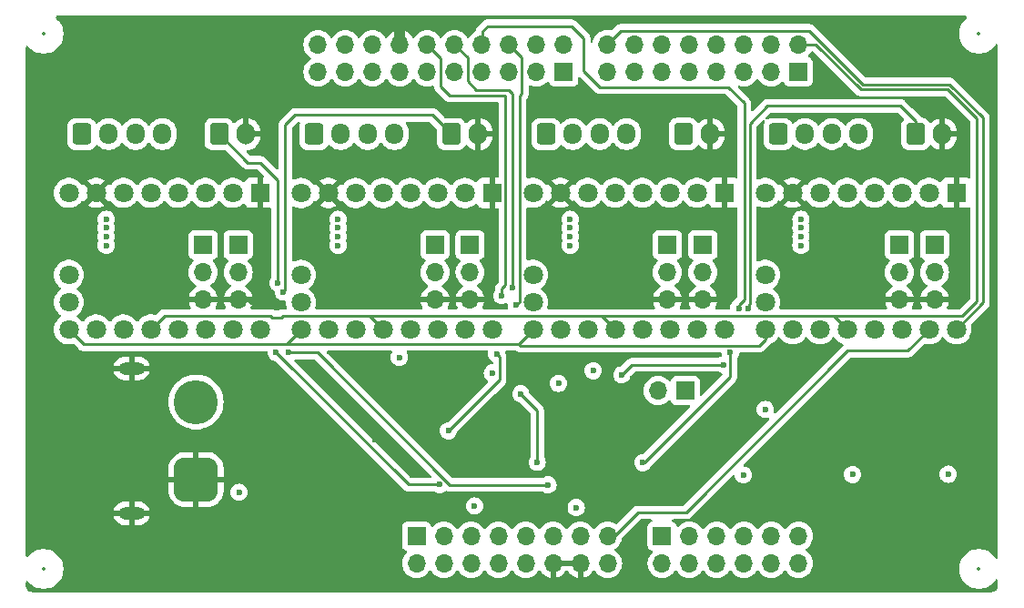
<source format=gbl>
%TF.GenerationSoftware,KiCad,Pcbnew,8.0.3*%
%TF.CreationDate,2024-06-30T11:50:48+02:00*%
%TF.ProjectId,StepperDriver-Shield_FRDM-MCXA153,53746570-7065-4724-9472-697665722d53,rev?*%
%TF.SameCoordinates,Original*%
%TF.FileFunction,Copper,L4,Bot*%
%TF.FilePolarity,Positive*%
%FSLAX46Y46*%
G04 Gerber Fmt 4.6, Leading zero omitted, Abs format (unit mm)*
G04 Created by KiCad (PCBNEW 8.0.3) date 2024-06-30 11:50:48*
%MOMM*%
%LPD*%
G01*
G04 APERTURE LIST*
G04 Aperture macros list*
%AMRoundRect*
0 Rectangle with rounded corners*
0 $1 Rounding radius*
0 $2 $3 $4 $5 $6 $7 $8 $9 X,Y pos of 4 corners*
0 Add a 4 corners polygon primitive as box body*
4,1,4,$2,$3,$4,$5,$6,$7,$8,$9,$2,$3,0*
0 Add four circle primitives for the rounded corners*
1,1,$1+$1,$2,$3*
1,1,$1+$1,$4,$5*
1,1,$1+$1,$6,$7*
1,1,$1+$1,$8,$9*
0 Add four rect primitives between the rounded corners*
20,1,$1+$1,$2,$3,$4,$5,0*
20,1,$1+$1,$4,$5,$6,$7,0*
20,1,$1+$1,$6,$7,$8,$9,0*
20,1,$1+$1,$8,$9,$2,$3,0*%
G04 Aperture macros list end*
%TA.AperFunction,ComponentPad*%
%ADD10R,1.800000X1.800000*%
%TD*%
%TA.AperFunction,ComponentPad*%
%ADD11C,1.800000*%
%TD*%
%TA.AperFunction,ComponentPad*%
%ADD12RoundRect,0.250000X-0.600000X-0.750000X0.600000X-0.750000X0.600000X0.750000X-0.600000X0.750000X0*%
%TD*%
%TA.AperFunction,ComponentPad*%
%ADD13O,1.700000X2.000000*%
%TD*%
%TA.AperFunction,ComponentPad*%
%ADD14RoundRect,0.250000X-0.600000X-0.725000X0.600000X-0.725000X0.600000X0.725000X-0.600000X0.725000X0*%
%TD*%
%TA.AperFunction,ComponentPad*%
%ADD15O,1.700000X1.950000*%
%TD*%
%TA.AperFunction,ComponentPad*%
%ADD16R,1.700000X1.700000*%
%TD*%
%TA.AperFunction,ComponentPad*%
%ADD17O,1.700000X1.700000*%
%TD*%
%TA.AperFunction,ComponentPad*%
%ADD18O,2.400000X1.200000*%
%TD*%
%TA.AperFunction,ComponentPad*%
%ADD19RoundRect,1.025000X1.025000X-1.025000X1.025000X1.025000X-1.025000X1.025000X-1.025000X-1.025000X0*%
%TD*%
%TA.AperFunction,ComponentPad*%
%ADD20C,4.100000*%
%TD*%
%TA.AperFunction,ViaPad*%
%ADD21C,0.600000*%
%TD*%
%TA.AperFunction,Conductor*%
%ADD22C,0.508000*%
%TD*%
%TA.AperFunction,Conductor*%
%ADD23C,1.016000*%
%TD*%
%TA.AperFunction,Conductor*%
%ADD24C,0.254000*%
%TD*%
%ADD25C,0.300000*%
%ADD26C,0.350000*%
%ADD27O,1.700000X0.600000*%
G04 APERTURE END LIST*
D10*
%TO.P,TMC3,1,GND*%
%TO.N,GND*%
X129032000Y-85090000D03*
D11*
%TO.P,TMC3,2,V_IO*%
%TO.N,Vcc_Logic*%
X126492000Y-85090000D03*
%TO.P,TMC3,3,B2*%
%TO.N,/TMC_2209_wiring2/B2*%
X123952000Y-85090000D03*
%TO.P,TMC3,4,B1*%
%TO.N,/TMC_2209_wiring2/B1*%
X121412000Y-85090000D03*
%TO.P,TMC3,5,A1*%
%TO.N,/TMC_2209_wiring2/A1*%
X118872000Y-85090000D03*
%TO.P,TMC3,6,A2*%
%TO.N,/TMC_2209_wiring2/A2*%
X116332000Y-85090000D03*
%TO.P,TMC3,7,GND*%
%TO.N,GND*%
X113792000Y-85090000D03*
%TO.P,TMC3,8,VS*%
%TO.N,Vcc_Motor*%
X111252000Y-85090000D03*
%TO.P,TMC3,9,DIAG*%
%TO.N,/TMC_2209_wiring2/Motor_DIAG*%
X111252000Y-92710000D03*
%TO.P,TMC3,10,INDEX*%
%TO.N,/TMC_2209_wiring2/Motor_INDEX*%
X111252000Y-95250000D03*
%TO.P,TMC3,11,/EN*%
%TO.N,/{slash}ENABLE*%
X111252000Y-97790000D03*
%TO.P,TMC3,12,MS1*%
%TO.N,/TMC_2209_wiring2/MS1*%
X113792000Y-97790000D03*
%TO.P,TMC3,13,MS2*%
%TO.N,/TMC_2209_wiring2/MS2*%
X116332000Y-97790000D03*
%TO.P,TMC3,14,RX*%
%TO.N,/P1-4{slash}UART2-RXD*%
X118872000Y-97790000D03*
%TO.P,TMC3,15,TX*%
%TO.N,unconnected-(TMC3-TX-Pad15)*%
X121412000Y-97790000D03*
%TO.P,TMC3,16,CLK*%
%TO.N,/TMC_2209_wiring2/Motor_CLK_Extern*%
X123952000Y-97790000D03*
%TO.P,TMC3,17,STEP*%
%TO.N,/P3-10{slash}PWM0-A2*%
X126492000Y-97790000D03*
%TO.P,TMC3,18,DIR*%
%TO.N,/P3-14{slash}PWM0-X2*%
X129032000Y-97790000D03*
%TD*%
D12*
%TO.P,J16,1,Pin_1*%
%TO.N,Net-(J16-Pin_1)*%
X125242000Y-79610400D03*
D13*
%TO.P,J16,2,Pin_2*%
%TO.N,GND*%
X127742000Y-79610400D03*
%TD*%
D14*
%TO.P,J13,1,Pin_1*%
%TO.N,/TMC_2209_wiring1/A2*%
X134039600Y-79610400D03*
D15*
%TO.P,J13,2,Pin_2*%
%TO.N,/TMC_2209_wiring1/A1*%
X136539600Y-79610400D03*
%TO.P,J13,3,Pin_3*%
%TO.N,/TMC_2209_wiring1/B1*%
X139039600Y-79610400D03*
%TO.P,J13,4,Pin_4*%
%TO.N,/TMC_2209_wiring1/B2*%
X141539600Y-79610400D03*
%TD*%
D10*
%TO.P,TMC1,1,GND*%
%TO.N,GND*%
X172212000Y-85080000D03*
D11*
%TO.P,TMC1,2,V_IO*%
%TO.N,Vcc_Logic*%
X169672000Y-85080000D03*
%TO.P,TMC1,3,B2*%
%TO.N,/TMC_2209_wiring/B2*%
X167132000Y-85080000D03*
%TO.P,TMC1,4,B1*%
%TO.N,/TMC_2209_wiring/B1*%
X164592000Y-85080000D03*
%TO.P,TMC1,5,A1*%
%TO.N,/TMC_2209_wiring/A1*%
X162052000Y-85080000D03*
%TO.P,TMC1,6,A2*%
%TO.N,/TMC_2209_wiring/A2*%
X159512000Y-85080000D03*
%TO.P,TMC1,7,GND*%
%TO.N,GND*%
X156972000Y-85080000D03*
%TO.P,TMC1,8,VS*%
%TO.N,Vcc_Motor*%
X154432000Y-85080000D03*
%TO.P,TMC1,9,DIAG*%
%TO.N,/TMC_2209_wiring/Motor_DIAG*%
X154432000Y-92700000D03*
%TO.P,TMC1,10,INDEX*%
%TO.N,/TMC_2209_wiring/Motor_INDEX*%
X154432000Y-95240000D03*
%TO.P,TMC1,11,/EN*%
%TO.N,/{slash}ENABLE*%
X154432000Y-97780000D03*
%TO.P,TMC1,12,MS1*%
%TO.N,/TMC_2209_wiring/MS1*%
X156972000Y-97780000D03*
%TO.P,TMC1,13,MS2*%
%TO.N,/TMC_2209_wiring/MS2*%
X159512000Y-97780000D03*
%TO.P,TMC1,14,RX*%
%TO.N,/P1-4{slash}UART2-RXD*%
X162052000Y-97780000D03*
%TO.P,TMC1,15,TX*%
%TO.N,unconnected-(TMC1-TX-Pad15)*%
X164592000Y-97780000D03*
%TO.P,TMC1,16,CLK*%
%TO.N,/TMC_2209_wiring/Motor_CLK_Extern*%
X167132000Y-97780000D03*
%TO.P,TMC1,17,STEP*%
%TO.N,/P3-6{slash}PWM0-A0*%
X169672000Y-97780000D03*
%TO.P,TMC1,18,DIR*%
%TO.N,/P3-1{slash}GPIO*%
X172212000Y-97780000D03*
%TD*%
D16*
%TO.P,J7,1,Pin_1*%
%TO.N,Vcc_Logic*%
X166928800Y-89931000D03*
D17*
%TO.P,J7,2,Pin_2*%
%TO.N,/TMC_2209_wiring/MS1*%
X166928800Y-92471000D03*
%TO.P,J7,3,Pin_3*%
%TO.N,GND*%
X166928800Y-95011000D03*
%TD*%
D18*
%TO.P,J1,1,Pin_1*%
%TO.N,GND*%
X95498400Y-114896400D03*
D19*
X101498400Y-111746400D03*
D18*
X95498400Y-101396400D03*
D20*
%TO.P,J1,2,Pin_2*%
%TO.N,Vcc_Motor*%
X101498400Y-104546400D03*
%TD*%
D12*
%TO.P,J12,1,Pin_1*%
%TO.N,Net-(J12-Pin_1)*%
X146832000Y-79602000D03*
D13*
%TO.P,J12,2,Pin_2*%
%TO.N,GND*%
X149332000Y-79602000D03*
%TD*%
D10*
%TO.P,TMC2,1,GND*%
%TO.N,GND*%
X150622000Y-85080000D03*
D11*
%TO.P,TMC2,2,V_IO*%
%TO.N,Vcc_Logic*%
X148082000Y-85080000D03*
%TO.P,TMC2,3,B2*%
%TO.N,/TMC_2209_wiring1/B2*%
X145542000Y-85080000D03*
%TO.P,TMC2,4,B1*%
%TO.N,/TMC_2209_wiring1/B1*%
X143002000Y-85080000D03*
%TO.P,TMC2,5,A1*%
%TO.N,/TMC_2209_wiring1/A1*%
X140462000Y-85080000D03*
%TO.P,TMC2,6,A2*%
%TO.N,/TMC_2209_wiring1/A2*%
X137922000Y-85080000D03*
%TO.P,TMC2,7,GND*%
%TO.N,GND*%
X135382000Y-85080000D03*
%TO.P,TMC2,8,VS*%
%TO.N,Vcc_Motor*%
X132842000Y-85080000D03*
%TO.P,TMC2,9,DIAG*%
%TO.N,/TMC_2209_wiring1/Motor_DIAG*%
X132842000Y-92700000D03*
%TO.P,TMC2,10,INDEX*%
%TO.N,/TMC_2209_wiring1/Motor_INDEX*%
X132842000Y-95240000D03*
%TO.P,TMC2,11,/EN*%
%TO.N,/{slash}ENABLE*%
X132842000Y-97780000D03*
%TO.P,TMC2,12,MS1*%
%TO.N,/TMC_2209_wiring1/MS1*%
X135382000Y-97780000D03*
%TO.P,TMC2,13,MS2*%
%TO.N,/TMC_2209_wiring1/MS2*%
X137922000Y-97780000D03*
%TO.P,TMC2,14,RX*%
%TO.N,/P1-4{slash}UART2-RXD*%
X140462000Y-97780000D03*
%TO.P,TMC2,15,TX*%
%TO.N,unconnected-(TMC2-TX-Pad15)*%
X143002000Y-97780000D03*
%TO.P,TMC2,16,CLK*%
%TO.N,/TMC_2209_wiring1/Motor_CLK_Extern*%
X145542000Y-97780000D03*
%TO.P,TMC2,17,STEP*%
%TO.N,/P3-8{slash}PWM0-A1*%
X148082000Y-97780000D03*
%TO.P,TMC2,18,DIR*%
%TO.N,/P2-3{slash}ADC0-A2*%
X150622000Y-97780000D03*
%TD*%
D16*
%TO.P,J6,1,Pin_1*%
%TO.N,Vcc_Logic*%
X170180000Y-89931000D03*
D17*
%TO.P,J6,2,Pin_2*%
%TO.N,/TMC_2209_wiring/MS2*%
X170180000Y-92471000D03*
%TO.P,J6,3,Pin_3*%
%TO.N,GND*%
X170180000Y-95011000D03*
%TD*%
D14*
%TO.P,J17,1,Pin_1*%
%TO.N,/TMC_2209_wiring2/A2*%
X112455000Y-79610400D03*
D15*
%TO.P,J17,2,Pin_2*%
%TO.N,/TMC_2209_wiring2/A1*%
X114955000Y-79610400D03*
%TO.P,J17,3,Pin_3*%
%TO.N,/TMC_2209_wiring2/B1*%
X117455000Y-79610400D03*
%TO.P,J17,4,Pin_4*%
%TO.N,/TMC_2209_wiring2/B2*%
X119955000Y-79610400D03*
%TD*%
D14*
%TO.P,J9,1,Pin_1*%
%TO.N,/TMC_2209_wiring/A2*%
X155635000Y-79602000D03*
D15*
%TO.P,J9,2,Pin_2*%
%TO.N,/TMC_2209_wiring/A1*%
X158135000Y-79602000D03*
%TO.P,J9,3,Pin_3*%
%TO.N,/TMC_2209_wiring/B1*%
X160635000Y-79602000D03*
%TO.P,J9,4,Pin_4*%
%TO.N,/TMC_2209_wiring/B2*%
X163135000Y-79602000D03*
%TD*%
D16*
%TO.P,J10,1,Pin_1*%
%TO.N,Vcc_Logic*%
X148640800Y-89931000D03*
D17*
%TO.P,J10,2,Pin_2*%
%TO.N,/TMC_2209_wiring1/MS2*%
X148640800Y-92471000D03*
%TO.P,J10,3,Pin_3*%
%TO.N,GND*%
X148640800Y-95011000D03*
%TD*%
D12*
%TO.P,J20,1,Pin_1*%
%TO.N,Net-(J20-Pin_1)*%
X103632000Y-79610400D03*
D13*
%TO.P,J20,2,Pin_2*%
%TO.N,GND*%
X106132000Y-79610400D03*
%TD*%
D16*
%TO.P,J14,1,Pin_1*%
%TO.N,Vcc_Logic*%
X126979200Y-89931000D03*
D17*
%TO.P,J14,2,Pin_2*%
%TO.N,/TMC_2209_wiring2/MS2*%
X126979200Y-92471000D03*
%TO.P,J14,3,Pin_3*%
%TO.N,GND*%
X126979200Y-95011000D03*
%TD*%
D16*
%TO.P,J11,1,Pin_1*%
%TO.N,Vcc_Logic*%
X145338800Y-89931000D03*
D17*
%TO.P,J11,2,Pin_2*%
%TO.N,/TMC_2209_wiring1/MS1*%
X145338800Y-92471000D03*
%TO.P,J11,3,Pin_3*%
%TO.N,GND*%
X145338800Y-95011000D03*
%TD*%
D14*
%TO.P,J21,1,Pin_1*%
%TO.N,/TMC_2209_wiring3/A2*%
X90865000Y-79610400D03*
D15*
%TO.P,J21,2,Pin_2*%
%TO.N,/TMC_2209_wiring3/A1*%
X93365000Y-79610400D03*
%TO.P,J21,3,Pin_3*%
%TO.N,/TMC_2209_wiring3/B1*%
X95865000Y-79610400D03*
%TO.P,J21,4,Pin_4*%
%TO.N,/TMC_2209_wiring3/B2*%
X98365000Y-79610400D03*
%TD*%
D16*
%TO.P,J22,1,Pin_1*%
%TO.N,5v-9v*%
X146994800Y-103479600D03*
D17*
%TO.P,J22,2,Pin_2*%
%TO.N,Vcc_Motor*%
X144454800Y-103479600D03*
%TD*%
D16*
%TO.P,J18,1,Pin_1*%
%TO.N,Vcc_Logic*%
X105410000Y-89931000D03*
D17*
%TO.P,J18,2,Pin_2*%
%TO.N,/TMC_2209_wiring3/MS2*%
X105410000Y-92471000D03*
%TO.P,J18,3,Pin_3*%
%TO.N,GND*%
X105410000Y-95011000D03*
%TD*%
D10*
%TO.P,TMC4,1,GND*%
%TO.N,GND*%
X107442000Y-85085000D03*
D11*
%TO.P,TMC4,2,V_IO*%
%TO.N,Vcc_Logic*%
X104902000Y-85085000D03*
%TO.P,TMC4,3,B2*%
%TO.N,/TMC_2209_wiring3/B2*%
X102362000Y-85085000D03*
%TO.P,TMC4,4,B1*%
%TO.N,/TMC_2209_wiring3/B1*%
X99822000Y-85085000D03*
%TO.P,TMC4,5,A1*%
%TO.N,/TMC_2209_wiring3/A1*%
X97282000Y-85085000D03*
%TO.P,TMC4,6,A2*%
%TO.N,/TMC_2209_wiring3/A2*%
X94742000Y-85085000D03*
%TO.P,TMC4,7,GND*%
%TO.N,GND*%
X92202000Y-85085000D03*
%TO.P,TMC4,8,VS*%
%TO.N,Vcc_Motor*%
X89662000Y-85085000D03*
%TO.P,TMC4,9,DIAG*%
%TO.N,/TMC_2209_wiring3/Motor_DIAG*%
X89662000Y-92705000D03*
%TO.P,TMC4,10,INDEX*%
%TO.N,/TMC_2209_wiring3/Motor_INDEX*%
X89662000Y-95245000D03*
%TO.P,TMC4,11,/EN*%
%TO.N,/{slash}ENABLE*%
X89662000Y-97785000D03*
%TO.P,TMC4,12,MS1*%
%TO.N,/TMC_2209_wiring3/MS1*%
X92202000Y-97785000D03*
%TO.P,TMC4,13,MS2*%
%TO.N,/TMC_2209_wiring3/MS2*%
X94742000Y-97785000D03*
%TO.P,TMC4,14,RX*%
%TO.N,/P1-4{slash}UART2-RXD*%
X97282000Y-97785000D03*
%TO.P,TMC4,15,TX*%
%TO.N,unconnected-(TMC4-TX-Pad15)*%
X99822000Y-97785000D03*
%TO.P,TMC4,16,CLK*%
%TO.N,/TMC_2209_wiring3/Motor_CLK_Extern*%
X102362000Y-97785000D03*
%TO.P,TMC4,17,STEP*%
%TO.N,/P2-4{slash}GPIO*%
X104902000Y-97785000D03*
%TO.P,TMC4,18,DIR*%
%TO.N,/P3-15{slash}GPIO*%
X107442000Y-97785000D03*
%TD*%
D12*
%TO.P,J8,1,Pin_1*%
%TO.N,Net-(J8-Pin_1)*%
X168422000Y-79602000D03*
D13*
%TO.P,J8,2,Pin_2*%
%TO.N,GND*%
X170922000Y-79602000D03*
%TD*%
D16*
%TO.P,J15,1,Pin_1*%
%TO.N,Vcc_Logic*%
X123728000Y-89931000D03*
D17*
%TO.P,J15,2,Pin_2*%
%TO.N,/TMC_2209_wiring2/MS1*%
X123728000Y-92471000D03*
%TO.P,J15,3,Pin_3*%
%TO.N,GND*%
X123728000Y-95011000D03*
%TD*%
D16*
%TO.P,J19,1,Pin_1*%
%TO.N,Vcc_Logic*%
X102158800Y-89931000D03*
D17*
%TO.P,J19,2,Pin_2*%
%TO.N,/TMC_2209_wiring3/MS1*%
X102158800Y-92471000D03*
%TO.P,J19,3,Pin_3*%
%TO.N,GND*%
X102158800Y-95011000D03*
%TD*%
D16*
%TO.P,J2,1,Pin_1*%
%TO.N,unconnected-(J2-Pin_1-Pad1)*%
X144843222Y-117005168D03*
D17*
%TO.P,J2,2,Pin_2*%
%TO.N,/P1-10{slash}ADC0-A8*%
X144843222Y-119545168D03*
%TO.P,J2,3,Pin_3*%
%TO.N,unconnected-(J2-Pin_3-Pad3)*%
X147383222Y-117005168D03*
%TO.P,J2,4,Pin_4*%
%TO.N,/P1-12{slash}ADC0-A10*%
X147383222Y-119545168D03*
%TO.P,J2,5,Pin_5*%
%TO.N,unconnected-(J2-Pin_5-Pad5)*%
X149923222Y-117005168D03*
%TO.P,J2,6,Pin_6*%
%TO.N,/P1-13{slash}ADC0-A11*%
X149923222Y-119545168D03*
%TO.P,J2,7,Pin_7*%
%TO.N,unconnected-(J2-Pin_7-Pad7)*%
X152463222Y-117005168D03*
%TO.P,J2,8,Pin_8*%
%TO.N,/P2-0{slash}ADC0-A0*%
X152463222Y-119545168D03*
%TO.P,J2,9,Pin_9*%
%TO.N,/P1-11{slash}GPIO*%
X155003222Y-117005168D03*
%TO.P,J2,10,Pin_10*%
%TO.N,/P3-31{slash}ADC0-A12*%
X155003222Y-119545168D03*
%TO.P,J2,11,Pin_11*%
%TO.N,/P3-29{slash}GPIO*%
X157543222Y-117005168D03*
%TO.P,J2,12,Pin_12*%
%TO.N,/P3-30{slash}ADC0-A13*%
X157543222Y-119545168D03*
%TD*%
D16*
%TO.P,J5,1,Pin_1*%
%TO.N,/P1-4{slash}ADC0-A20*%
X135693222Y-73835168D03*
D17*
%TO.P,J5,2,Pin_2*%
%TO.N,/P3-15{slash}GPIO*%
X135693222Y-71295168D03*
%TO.P,J5,3,Pin_3*%
%TO.N,/P1-5{slash}ADC0-A21*%
X133153222Y-73835168D03*
%TO.P,J5,4,Pin_4*%
%TO.N,/P3-14{slash}PWM0-X2*%
X133153222Y-71295168D03*
%TO.P,J5,5,Pin_5*%
%TO.N,/P2-3{slash}ADC0-A2*%
X130613222Y-73835168D03*
%TO.P,J5,6,Pin_6*%
%TO.N,/P2-6{slash}CSI1*%
X130613222Y-71295168D03*
%TO.P,J5,7,Pin_7*%
%TO.N,/P2-1{slash}ADC0-A1*%
X128073222Y-73835168D03*
%TO.P,J5,8,Pin_8*%
%TO.N,/P2-13{slash}SDO1*%
X128073222Y-71295168D03*
%TO.P,J5,9,Pin_9*%
%TO.N,/P2-2{slash}ADC0-A4*%
X125533222Y-73835168D03*
%TO.P,J5,10,Pin_10*%
%TO.N,/P2-16{slash}SDI1*%
X125533222Y-71295168D03*
%TO.P,J5,11,Pin_11*%
%TO.N,unconnected-(J5-Pin_11-Pad11)*%
X122993222Y-73835168D03*
%TO.P,J5,12,Pin_12*%
%TO.N,/P2-12{slash}SCK1*%
X122993222Y-71295168D03*
%TO.P,J5,13,Pin_13*%
%TO.N,unconnected-(J5-Pin_13-Pad13)*%
X120453222Y-73835168D03*
%TO.P,J5,14,Pin_14*%
%TO.N,GND*%
X120453222Y-71295168D03*
%TO.P,J5,15,Pin_15*%
%TO.N,unconnected-(J5-Pin_15-Pad15)*%
X117913222Y-73835168D03*
%TO.P,J5,16,Pin_16*%
%TO.N,VDDA_MCU*%
X117913222Y-71295168D03*
%TO.P,J5,17,Pin_17*%
%TO.N,unconnected-(J5-Pin_17-Pad17)*%
X115373222Y-73835168D03*
%TO.P,J5,18,Pin_18*%
%TO.N,/P1-8{slash}SDA0*%
X115373222Y-71295168D03*
%TO.P,J5,19,Pin_19*%
%TO.N,unconnected-(J5-Pin_19-Pad19)*%
X112833222Y-73835168D03*
%TO.P,J5,20,Pin_20*%
%TO.N,/P1-9{slash}SCL0*%
X112833222Y-71295168D03*
%TD*%
D16*
%TO.P,J4,1,Pin_1*%
%TO.N,/P1-7{slash}GPIO*%
X157517222Y-73810168D03*
D17*
%TO.P,J4,2,Pin_2*%
%TO.N,/P1-4{slash}UART2-RXD*%
X157517222Y-71270168D03*
%TO.P,J4,3,Pin_3*%
%TO.N,/P1-6{slash}TRIG2*%
X154977222Y-73810168D03*
%TO.P,J4,4,Pin_4*%
%TO.N,/P1-5{slash}UART2-TXD*%
X154977222Y-71270168D03*
%TO.P,J4,5,Pin_5*%
%TO.N,unconnected-(J4-Pin_5-Pad5)*%
X152437222Y-73810168D03*
%TO.P,J4,6,Pin_6*%
%TO.N,/P2-4{slash}GPIO*%
X152437222Y-71270168D03*
%TO.P,J4,7,Pin_7*%
%TO.N,unconnected-(J4-Pin_7-Pad7)*%
X149897222Y-73810168D03*
%TO.P,J4,8,Pin_8*%
%TO.N,/P3-0{slash}PWM0-A0*%
X149897222Y-71270168D03*
%TO.P,J4,9,Pin_9*%
%TO.N,unconnected-(J4-Pin_9-Pad9)*%
X147357222Y-73810168D03*
%TO.P,J4,10,Pin_10*%
%TO.N,/P2-5{slash}GPIO*%
X147357222Y-71270168D03*
%TO.P,J4,11,Pin_11*%
%TO.N,unconnected-(J4-Pin_11-Pad11)*%
X144817222Y-73810168D03*
%TO.P,J4,12,Pin_12*%
%TO.N,/P3-12{slash}PWM0-X2*%
X144817222Y-71270168D03*
%TO.P,J4,13,Pin_13*%
%TO.N,unconnected-(J4-Pin_13-Pad13)*%
X142277222Y-73810168D03*
%TO.P,J4,14,Pin_14*%
%TO.N,/P3-13{slash}PWM0-X1*%
X142277222Y-71270168D03*
%TO.P,J4,15,Pin_15*%
%TO.N,unconnected-(J4-Pin_15-Pad15)*%
X139737222Y-73810168D03*
%TO.P,J4,16,Pin_16*%
%TO.N,/P3-1{slash}GPIO*%
X139737222Y-71270168D03*
%TD*%
D16*
%TO.P,J3,1,Pin_1*%
%TO.N,/P2-7{slash}TRIG10*%
X121997222Y-117005168D03*
D17*
%TO.P,J3,2,Pin_2*%
%TO.N,unconnected-(J3-Pin_2-Pad2)*%
X121997222Y-119545168D03*
%TO.P,J3,3,Pin_3*%
%TO.N,/P3-31{slash}TRIG5*%
X124537222Y-117005168D03*
%TO.P,J3,4,Pin_4*%
%TO.N,VDD-BOARD*%
X124537222Y-119545168D03*
%TO.P,J3,5,Pin_5*%
%TO.N,/P3-11{slash}PWM0-B2*%
X127077222Y-117005168D03*
%TO.P,J3,6,Pin_6*%
%TO.N,/MCU-RESETn*%
X127077222Y-119545168D03*
%TO.P,J3,7,Pin_7*%
%TO.N,/P3-10{slash}PWM0-A2*%
X129617222Y-117005168D03*
%TO.P,J3,8,Pin_8*%
%TO.N,Vcc_Logic*%
X129617222Y-119545168D03*
%TO.P,J3,9,Pin_9*%
%TO.N,/P3-9{slash}PWM0-B1*%
X132157222Y-117005168D03*
%TO.P,J3,10,Pin_10*%
%TO.N,SYS-5V*%
X132157222Y-119545168D03*
%TO.P,J3,11,Pin_11*%
%TO.N,/P3-8{slash}PWM0-A1*%
X134697222Y-117005168D03*
%TO.P,J3,12,Pin_12*%
%TO.N,GND*%
X134697222Y-119545168D03*
%TO.P,J3,13,Pin_13*%
%TO.N,/P3-7{slash}PWM0-B0*%
X137237222Y-117005168D03*
%TO.P,J3,14,Pin_14*%
%TO.N,GND*%
X137237222Y-119545168D03*
%TO.P,J3,15,Pin_15*%
%TO.N,/P3-6{slash}PWM0-A0*%
X139777222Y-117005168D03*
%TO.P,J3,16,Pin_16*%
%TO.N,5v-9v*%
X139777222Y-119545168D03*
%TD*%
D21*
%TO.N,GND*%
X115011200Y-93497400D03*
X136626600Y-94843600D03*
X146151600Y-108813600D03*
X158216600Y-94767400D03*
X150774400Y-112750600D03*
X125603000Y-114223800D03*
X136601200Y-93472000D03*
X114960400Y-94742000D03*
X124917200Y-103124000D03*
X93446600Y-94869000D03*
X136601200Y-101269800D03*
X118160800Y-108077000D03*
X150723600Y-109270800D03*
X158216600Y-93472000D03*
X131546600Y-113461800D03*
X93446602Y-93522800D03*
%TO.N,/P2-16{slash}SDI1*%
X130931439Y-93935348D03*
X133226750Y-110147700D03*
X131698797Y-103776420D03*
%TO.N,/P2-13{slash}SDO1*%
X151968200Y-95808800D03*
X143059847Y-110175793D03*
X151180800Y-99949000D03*
%TO.N,/P2-6{slash}CSI1*%
X131300832Y-95530842D03*
%TO.N,/P2-12{slash}SCK1*%
X129463800Y-100076000D03*
X124968000Y-107213400D03*
X129922635Y-94645035D03*
%TO.N,Vcc_Logic*%
X162560000Y-111277400D03*
X105486200Y-112928400D03*
X171450000Y-111252000D03*
X154432000Y-105232200D03*
X152400002Y-111328198D03*
X136855200Y-114350800D03*
X138430000Y-101625400D03*
X120396000Y-100380800D03*
X135204200Y-102793800D03*
X127406406Y-114198400D03*
X129057400Y-101828600D03*
%TO.N,Vcc_Motor*%
X114706400Y-87528400D03*
X157759400Y-89154000D03*
X114706400Y-88341200D03*
X114706400Y-89154000D03*
X136296400Y-87528400D03*
X93141800Y-89154000D03*
X157759400Y-87528400D03*
X136296400Y-88341200D03*
X136296400Y-89154000D03*
X93141800Y-88341200D03*
X114706400Y-89966800D03*
X93141800Y-87528400D03*
X136296400Y-89966800D03*
X157759400Y-88341200D03*
X157759400Y-89966800D03*
X93141800Y-89966800D03*
%TO.N,Net-(J16-Pin_1)*%
X134239000Y-112242600D03*
X109601000Y-94310200D03*
X110083600Y-99923600D03*
%TO.N,Net-(J20-Pin_1)*%
X108940604Y-99923600D03*
X109109600Y-93471992D03*
X124155200Y-112217200D03*
%TO.N,Net-(J8-Pin_1)*%
X152818198Y-95811398D03*
X141097000Y-102006400D03*
X150545800Y-101066600D03*
%TD*%
D22*
%TO.N,GND*%
X100827600Y-95011000D02*
X100711000Y-94894400D01*
X148640800Y-95011000D02*
X145338800Y-95011000D01*
X122032000Y-95011000D02*
X121945400Y-95097600D01*
X145338800Y-95011000D02*
X143952200Y-95011000D01*
D23*
X120453222Y-69881822D02*
X120421400Y-69850000D01*
D22*
X148640800Y-95011000D02*
X149972000Y-95011000D01*
X128701800Y-94818200D02*
X128509000Y-95011000D01*
X105410000Y-95011000D02*
X106491800Y-95011000D01*
X123728000Y-95011000D02*
X122032000Y-95011000D01*
X170180000Y-95011000D02*
X166928800Y-95011000D01*
X106491800Y-95011000D02*
X106832400Y-95351600D01*
X126979200Y-95011000D02*
X123728000Y-95011000D01*
X128509000Y-95011000D02*
X126979200Y-95011000D01*
X128701800Y-94183200D02*
X128701800Y-94818200D01*
X143952200Y-95011000D02*
X143713200Y-95250000D01*
X149972000Y-95011000D02*
X150723600Y-94259400D01*
X102158800Y-95011000D02*
X100827600Y-95011000D01*
X166928800Y-95011000D02*
X172328600Y-95011000D01*
X172328600Y-95011000D02*
X172389800Y-95072200D01*
D23*
X120453222Y-71295168D02*
X120453222Y-69881822D01*
D24*
%TO.N,/P3-6{slash}PWM0-A0*%
X147066000Y-114808000D02*
X142595600Y-114808000D01*
X169672000Y-97780000D02*
X167697400Y-99754600D01*
X142595600Y-114808000D02*
X140398432Y-117005168D01*
X167697400Y-99754600D02*
X162119400Y-99754600D01*
X162119400Y-99754600D02*
X147066000Y-114808000D01*
X140398432Y-117005168D02*
X139777222Y-117005168D01*
%TO.N,/P2-16{slash}SDI1*%
X130606800Y-75488800D02*
X130965600Y-75847600D01*
X133226750Y-105304373D02*
X131698797Y-103776420D01*
X125533222Y-71295168D02*
X126750000Y-72511946D01*
X127578800Y-75488800D02*
X130606800Y-75488800D01*
X133197600Y-110118550D02*
X133226750Y-110147700D01*
X130965600Y-75847600D02*
X130965600Y-93901187D01*
X126750000Y-72511946D02*
X126750000Y-74660000D01*
X130965600Y-93901187D02*
X130931439Y-93935348D01*
X133226750Y-110147700D02*
X133226750Y-105304373D01*
X126750000Y-74660000D02*
X127578800Y-75488800D01*
%TO.N,/P2-13{slash}SDO1*%
X143189207Y-110175793D02*
X143059847Y-110175793D01*
X128600200Y-69570600D02*
X128117600Y-70053200D01*
X137541000Y-73736200D02*
X137541000Y-70688200D01*
X151968200Y-95478600D02*
X152476200Y-94970600D01*
X150977600Y-75234800D02*
X139039600Y-75234800D01*
X151180800Y-99949000D02*
X151180800Y-102184200D01*
X139039600Y-75234800D02*
X137541000Y-73736200D01*
X136423400Y-69570600D02*
X128600200Y-69570600D01*
X152476200Y-94970600D02*
X152476200Y-76733400D01*
X151968200Y-95808800D02*
X151968200Y-95478600D01*
X128117600Y-70053200D02*
X128117600Y-71250790D01*
X152476200Y-76733400D02*
X150977600Y-75234800D01*
X151180800Y-102184200D02*
X143189207Y-110175793D01*
X128117600Y-71250790D02*
X128073222Y-71295168D01*
X137541000Y-70688200D02*
X136423400Y-69570600D01*
%TO.N,/P2-6{slash}CSI1*%
X131800600Y-75862000D02*
X131608439Y-76054161D01*
X131800600Y-72482546D02*
X131800600Y-75862000D01*
X131608439Y-76054161D02*
X131608439Y-95223235D01*
X130613222Y-71295168D02*
X131800600Y-72482546D01*
X131608439Y-95223235D02*
X131300832Y-95530842D01*
%TO.N,/P2-12{slash}SCK1*%
X124256800Y-75184000D02*
X125069600Y-75996800D01*
X129734400Y-100346600D02*
X129463800Y-100076000D01*
X124968000Y-107213400D02*
X129734400Y-102447000D01*
X130271829Y-93658466D02*
X129922635Y-94007660D01*
X129734400Y-102447000D02*
X129734400Y-100346600D01*
X122993222Y-71295168D02*
X124256800Y-72558746D01*
X130271829Y-76068229D02*
X130271829Y-93658466D01*
X125069600Y-75996800D02*
X130200400Y-75996800D01*
X124256800Y-72558746D02*
X124256800Y-75184000D01*
X130200400Y-75996800D02*
X130271829Y-76068229D01*
X129922635Y-94007660D02*
X129922635Y-94645035D01*
%TO.N,/P3-1{slash}GPIO*%
X163525200Y-75006200D02*
X171602400Y-75006200D01*
X171602400Y-75006200D02*
X174701200Y-78105000D01*
X158519000Y-70000000D02*
X163525200Y-75006200D01*
X174701200Y-95290800D02*
X172212000Y-97780000D01*
X141007390Y-70000000D02*
X158519000Y-70000000D01*
X174701200Y-78105000D02*
X174701200Y-95290800D01*
X139737222Y-71270168D02*
X141007390Y-70000000D01*
%TO.N,/P1-4{slash}UART2-RXD*%
X109427936Y-96672400D02*
X109580336Y-96520000D01*
X97282000Y-97785000D02*
X98547000Y-96520000D01*
X117602000Y-96520000D02*
X117348000Y-96520000D01*
X160792000Y-96520000D02*
X172770800Y-96520000D01*
X117348000Y-96520000D02*
X139192000Y-96520000D01*
X171414348Y-75460200D02*
X163337148Y-75460200D01*
X160792000Y-96520000D02*
X162052000Y-97780000D01*
X109580336Y-96520000D02*
X117348000Y-96520000D01*
X139573000Y-96520000D02*
X160792000Y-96520000D01*
X172770800Y-96520000D02*
X174142400Y-95148400D01*
X108559240Y-96672400D02*
X109427936Y-96672400D01*
X159147116Y-71270168D02*
X157517222Y-71270168D01*
X163337148Y-75460200D02*
X159147116Y-71270168D01*
X108406840Y-96520000D02*
X108559240Y-96672400D01*
X118872000Y-97790000D02*
X117602000Y-96520000D01*
X139192000Y-96520000D02*
X139573000Y-96520000D01*
X140462000Y-97780000D02*
X139202000Y-96520000D01*
X139202000Y-96520000D02*
X139192000Y-96520000D01*
X174142400Y-78188252D02*
X171414348Y-75460200D01*
X174142400Y-95148400D02*
X174142400Y-78188252D01*
X98547000Y-96520000D02*
X108406840Y-96520000D01*
%TO.N,/{slash}ENABLE*%
X153873200Y-99288600D02*
X154432000Y-98729800D01*
X91030700Y-99153700D02*
X109888300Y-99153700D01*
X89662000Y-97785000D02*
X91030700Y-99153700D01*
X109888300Y-99153700D02*
X109922400Y-99119600D01*
X131502400Y-99119600D02*
X131671400Y-99288600D01*
X131502400Y-99119600D02*
X132842000Y-97780000D01*
X111252000Y-97790000D02*
X109888300Y-99153700D01*
X109922400Y-99119600D02*
X131502400Y-99119600D01*
X154432000Y-98729800D02*
X154432000Y-97780000D01*
X131671400Y-99288600D02*
X153873200Y-99288600D01*
%TO.N,Net-(J16-Pin_1)*%
X110718600Y-77825600D02*
X109795400Y-78748800D01*
X125242000Y-79610400D02*
X123457200Y-77825600D01*
X110083600Y-99923600D02*
X112768223Y-99923600D01*
X125087223Y-112242600D02*
X134239000Y-112242600D01*
X112768223Y-99923600D02*
X125087223Y-112242600D01*
X109795400Y-94115800D02*
X109601000Y-94310200D01*
X109795400Y-78748800D02*
X109795400Y-94115800D01*
X123457200Y-77825600D02*
X110718600Y-77825600D01*
%TO.N,Net-(J20-Pin_1)*%
X121234204Y-112217200D02*
X124155200Y-112217200D01*
X108940604Y-99923600D02*
X121234204Y-112217200D01*
X109118398Y-83921598D02*
X109118398Y-93463194D01*
X106292200Y-82270600D02*
X107467400Y-82270600D01*
X103632000Y-79610400D02*
X106292200Y-82270600D01*
X107467400Y-82270600D02*
X109118398Y-83921598D01*
X109118398Y-93463194D02*
X109109600Y-93471992D01*
%TO.N,Net-(J8-Pin_1)*%
X152818198Y-95593802D02*
X152818198Y-95811398D01*
X167030400Y-76987400D02*
X154660600Y-76987400D01*
X142036800Y-101066600D02*
X141097000Y-102006400D01*
X168422000Y-79602000D02*
X168422000Y-78379000D01*
X168422000Y-78379000D02*
X167030400Y-76987400D01*
X150545800Y-101066600D02*
X142036800Y-101066600D01*
X153009600Y-78638400D02*
X153009600Y-95402400D01*
X153009600Y-95402400D02*
X152818198Y-95593802D01*
X154660600Y-76987400D02*
X153009600Y-78638400D01*
%TD*%
%TA.AperFunction,Conductor*%
%TO.N,GND*%
G36*
X136771297Y-119352175D02*
G01*
X136737222Y-119479342D01*
X136737222Y-119610994D01*
X136771297Y-119738161D01*
X136804210Y-119795168D01*
X135130234Y-119795168D01*
X135163147Y-119738161D01*
X135197222Y-119610994D01*
X135197222Y-119479342D01*
X135163147Y-119352175D01*
X135130234Y-119295168D01*
X136804210Y-119295168D01*
X136771297Y-119352175D01*
G37*
%TD.AperFunction*%
%TA.AperFunction,Conductor*%
G36*
X112523981Y-100570785D02*
G01*
X112544623Y-100587419D01*
X123335223Y-111378019D01*
X123368708Y-111439342D01*
X123363724Y-111509034D01*
X123321852Y-111564967D01*
X123256388Y-111589384D01*
X123247542Y-111589700D01*
X121545485Y-111589700D01*
X121478446Y-111570015D01*
X121457804Y-111553381D01*
X110667204Y-100762781D01*
X110633719Y-100701458D01*
X110638703Y-100631766D01*
X110680575Y-100575833D01*
X110746039Y-100551416D01*
X110754885Y-100551100D01*
X112456942Y-100551100D01*
X112523981Y-100570785D01*
G37*
%TD.AperFunction*%
%TA.AperFunction,Conductor*%
G36*
X113326075Y-85282993D02*
G01*
X113391901Y-85397007D01*
X113484993Y-85490099D01*
X113599007Y-85555925D01*
X113662590Y-85572962D01*
X112993201Y-86242351D01*
X113023649Y-86266050D01*
X113227697Y-86376476D01*
X113227706Y-86376479D01*
X113447139Y-86451811D01*
X113675993Y-86490000D01*
X113908007Y-86490000D01*
X114136860Y-86451811D01*
X114356293Y-86376479D01*
X114356301Y-86376476D01*
X114560355Y-86266047D01*
X114590797Y-86242351D01*
X114590798Y-86242350D01*
X113921410Y-85572962D01*
X113984993Y-85555925D01*
X114099007Y-85490099D01*
X114192099Y-85397007D01*
X114257925Y-85282993D01*
X114274962Y-85219409D01*
X114943185Y-85887632D01*
X114957891Y-85865125D01*
X115011037Y-85819768D01*
X115080268Y-85810344D01*
X115143604Y-85839846D01*
X115165509Y-85865124D01*
X115219751Y-85948149D01*
X115223021Y-85953153D01*
X115380216Y-86123913D01*
X115380219Y-86123915D01*
X115380222Y-86123918D01*
X115563365Y-86266464D01*
X115563371Y-86266468D01*
X115563374Y-86266470D01*
X115694053Y-86337190D01*
X115766652Y-86376479D01*
X115767497Y-86376936D01*
X115861074Y-86409061D01*
X115987015Y-86452297D01*
X115987017Y-86452297D01*
X115987019Y-86452298D01*
X116215951Y-86490500D01*
X116215952Y-86490500D01*
X116448048Y-86490500D01*
X116448049Y-86490500D01*
X116676981Y-86452298D01*
X116896503Y-86376936D01*
X117100626Y-86266470D01*
X117101170Y-86266047D01*
X117250164Y-86150080D01*
X117283784Y-86123913D01*
X117440979Y-85953153D01*
X117498191Y-85865582D01*
X117551337Y-85820226D01*
X117620568Y-85810802D01*
X117683904Y-85840304D01*
X117705809Y-85865583D01*
X117763016Y-85953147D01*
X117763018Y-85953149D01*
X117763021Y-85953153D01*
X117920216Y-86123913D01*
X117920219Y-86123915D01*
X117920222Y-86123918D01*
X118103365Y-86266464D01*
X118103371Y-86266468D01*
X118103374Y-86266470D01*
X118234053Y-86337190D01*
X118306652Y-86376479D01*
X118307497Y-86376936D01*
X118401074Y-86409061D01*
X118527015Y-86452297D01*
X118527017Y-86452297D01*
X118527019Y-86452298D01*
X118755951Y-86490500D01*
X118755952Y-86490500D01*
X118988048Y-86490500D01*
X118988049Y-86490500D01*
X119216981Y-86452298D01*
X119436503Y-86376936D01*
X119640626Y-86266470D01*
X119641170Y-86266047D01*
X119790164Y-86150080D01*
X119823784Y-86123913D01*
X119980979Y-85953153D01*
X120038191Y-85865582D01*
X120091337Y-85820226D01*
X120160568Y-85810802D01*
X120223904Y-85840304D01*
X120245809Y-85865583D01*
X120303016Y-85953147D01*
X120303018Y-85953149D01*
X120303021Y-85953153D01*
X120460216Y-86123913D01*
X120460219Y-86123915D01*
X120460222Y-86123918D01*
X120643365Y-86266464D01*
X120643371Y-86266468D01*
X120643374Y-86266470D01*
X120774053Y-86337190D01*
X120846652Y-86376479D01*
X120847497Y-86376936D01*
X120941074Y-86409061D01*
X121067015Y-86452297D01*
X121067017Y-86452297D01*
X121067019Y-86452298D01*
X121295951Y-86490500D01*
X121295952Y-86490500D01*
X121528048Y-86490500D01*
X121528049Y-86490500D01*
X121756981Y-86452298D01*
X121976503Y-86376936D01*
X122180626Y-86266470D01*
X122181170Y-86266047D01*
X122330164Y-86150080D01*
X122363784Y-86123913D01*
X122520979Y-85953153D01*
X122578191Y-85865582D01*
X122631337Y-85820226D01*
X122700568Y-85810802D01*
X122763904Y-85840304D01*
X122785809Y-85865583D01*
X122843016Y-85953147D01*
X122843018Y-85953149D01*
X122843021Y-85953153D01*
X123000216Y-86123913D01*
X123000219Y-86123915D01*
X123000222Y-86123918D01*
X123183365Y-86266464D01*
X123183371Y-86266468D01*
X123183374Y-86266470D01*
X123314053Y-86337190D01*
X123386652Y-86376479D01*
X123387497Y-86376936D01*
X123481074Y-86409061D01*
X123607015Y-86452297D01*
X123607017Y-86452297D01*
X123607019Y-86452298D01*
X123835951Y-86490500D01*
X123835952Y-86490500D01*
X124068048Y-86490500D01*
X124068049Y-86490500D01*
X124296981Y-86452298D01*
X124516503Y-86376936D01*
X124720626Y-86266470D01*
X124721170Y-86266047D01*
X124870164Y-86150080D01*
X124903784Y-86123913D01*
X125060979Y-85953153D01*
X125118191Y-85865582D01*
X125171337Y-85820226D01*
X125240568Y-85810802D01*
X125303904Y-85840304D01*
X125325809Y-85865583D01*
X125383016Y-85953147D01*
X125383018Y-85953149D01*
X125383021Y-85953153D01*
X125540216Y-86123913D01*
X125540219Y-86123915D01*
X125540222Y-86123918D01*
X125723365Y-86266464D01*
X125723371Y-86266468D01*
X125723374Y-86266470D01*
X125854053Y-86337190D01*
X125926652Y-86376479D01*
X125927497Y-86376936D01*
X126021074Y-86409061D01*
X126147015Y-86452297D01*
X126147017Y-86452297D01*
X126147019Y-86452298D01*
X126375951Y-86490500D01*
X126375952Y-86490500D01*
X126608048Y-86490500D01*
X126608049Y-86490500D01*
X126836981Y-86452298D01*
X127056503Y-86376936D01*
X127260626Y-86266470D01*
X127261170Y-86266047D01*
X127410164Y-86150080D01*
X127443784Y-86123913D01*
X127452511Y-86114432D01*
X127512394Y-86078441D01*
X127582232Y-86080538D01*
X127639850Y-86120060D01*
X127659924Y-86155080D01*
X127688645Y-86232086D01*
X127688649Y-86232093D01*
X127774809Y-86347187D01*
X127774812Y-86347190D01*
X127889906Y-86433350D01*
X127889913Y-86433354D01*
X128024620Y-86483596D01*
X128024627Y-86483598D01*
X128084155Y-86489999D01*
X128084172Y-86490000D01*
X128782000Y-86490000D01*
X128782000Y-85523012D01*
X128839007Y-85555925D01*
X128966174Y-85590000D01*
X129097826Y-85590000D01*
X129224993Y-85555925D01*
X129282000Y-85523012D01*
X129282000Y-86490000D01*
X129520329Y-86490000D01*
X129587368Y-86509685D01*
X129633123Y-86562489D01*
X129644329Y-86614000D01*
X129644329Y-93347185D01*
X129624644Y-93414224D01*
X129608010Y-93434866D01*
X129522627Y-93520249D01*
X129479729Y-93563147D01*
X129435221Y-93607654D01*
X129435220Y-93607656D01*
X129366558Y-93710416D01*
X129366547Y-93710436D01*
X129356823Y-93733911D01*
X129356824Y-93733912D01*
X129319249Y-93824624D01*
X129318844Y-93826659D01*
X129302959Y-93906522D01*
X129302959Y-93906523D01*
X129295135Y-93945855D01*
X129295135Y-94103363D01*
X129276129Y-94169335D01*
X129196846Y-94295511D01*
X129137266Y-94465780D01*
X129137265Y-94465785D01*
X129117070Y-94645031D01*
X129117070Y-94645038D01*
X129137265Y-94824284D01*
X129137266Y-94824289D01*
X129196846Y-94994558D01*
X129249650Y-95078594D01*
X129292819Y-95147297D01*
X129420373Y-95274851D01*
X129439094Y-95286614D01*
X129542497Y-95351587D01*
X129573113Y-95370824D01*
X129743380Y-95430403D01*
X129743385Y-95430404D01*
X129922631Y-95450600D01*
X129922635Y-95450600D01*
X129922639Y-95450600D01*
X130101884Y-95430404D01*
X130101887Y-95430403D01*
X130101890Y-95430403D01*
X130272157Y-95370824D01*
X130301154Y-95352604D01*
X130313646Y-95344755D01*
X130380883Y-95325754D01*
X130447718Y-95346121D01*
X130492933Y-95399389D01*
X130502839Y-95463631D01*
X130495267Y-95530837D01*
X130495267Y-95530845D01*
X130515462Y-95710091D01*
X130515465Y-95710102D01*
X130521569Y-95727547D01*
X130525130Y-95797326D01*
X130490400Y-95857953D01*
X130428407Y-95890179D01*
X130404527Y-95892500D01*
X128248215Y-95892500D01*
X128181176Y-95872815D01*
X128135421Y-95820011D01*
X128125477Y-95750853D01*
X128146640Y-95697377D01*
X128152796Y-95688583D01*
X128152799Y-95688579D01*
X128252629Y-95474492D01*
X128252632Y-95474486D01*
X128309836Y-95261000D01*
X127412212Y-95261000D01*
X127445125Y-95203993D01*
X127479200Y-95076826D01*
X127479200Y-94945174D01*
X127445125Y-94818007D01*
X127412212Y-94761000D01*
X128309836Y-94761000D01*
X128309835Y-94760999D01*
X128252632Y-94547513D01*
X128252629Y-94547507D01*
X128152800Y-94333422D01*
X128152799Y-94333420D01*
X128017313Y-94139926D01*
X128017308Y-94139920D01*
X127850278Y-93972890D01*
X127664605Y-93842879D01*
X127620980Y-93788302D01*
X127613788Y-93718804D01*
X127645310Y-93656449D01*
X127664606Y-93639730D01*
X127850601Y-93509495D01*
X128017695Y-93342401D01*
X128153235Y-93148830D01*
X128253103Y-92934663D01*
X128314263Y-92706408D01*
X128334859Y-92471000D01*
X128314263Y-92235592D01*
X128253103Y-92007337D01*
X128153235Y-91793171D01*
X128071252Y-91676087D01*
X128017696Y-91599600D01*
X127962075Y-91543979D01*
X127895767Y-91477671D01*
X127862284Y-91416351D01*
X127867268Y-91346659D01*
X127909139Y-91290725D01*
X127940115Y-91273810D01*
X128071531Y-91224796D01*
X128186746Y-91138546D01*
X128272996Y-91023331D01*
X128323291Y-90888483D01*
X128329700Y-90828873D01*
X128329699Y-89033128D01*
X128323291Y-88973517D01*
X128272996Y-88838669D01*
X128272995Y-88838668D01*
X128272993Y-88838664D01*
X128186747Y-88723455D01*
X128186744Y-88723452D01*
X128071535Y-88637206D01*
X128071528Y-88637202D01*
X127936682Y-88586908D01*
X127936683Y-88586908D01*
X127877083Y-88580501D01*
X127877081Y-88580500D01*
X127877073Y-88580500D01*
X127877064Y-88580500D01*
X126081329Y-88580500D01*
X126081323Y-88580501D01*
X126021716Y-88586908D01*
X125886871Y-88637202D01*
X125886864Y-88637206D01*
X125771655Y-88723452D01*
X125771652Y-88723455D01*
X125685406Y-88838664D01*
X125685402Y-88838671D01*
X125635108Y-88973517D01*
X125628701Y-89033116D01*
X125628701Y-89033123D01*
X125628700Y-89033135D01*
X125628700Y-90828870D01*
X125628701Y-90828876D01*
X125635108Y-90888483D01*
X125685402Y-91023328D01*
X125685406Y-91023335D01*
X125771652Y-91138544D01*
X125771655Y-91138547D01*
X125886864Y-91224793D01*
X125886871Y-91224797D01*
X126018281Y-91273810D01*
X126074215Y-91315681D01*
X126098632Y-91381145D01*
X126083780Y-91449418D01*
X126062630Y-91477673D01*
X125940703Y-91599600D01*
X125805165Y-91793169D01*
X125805164Y-91793171D01*
X125705298Y-92007335D01*
X125705294Y-92007344D01*
X125644138Y-92235586D01*
X125644136Y-92235596D01*
X125623541Y-92470999D01*
X125623541Y-92471000D01*
X125644136Y-92706403D01*
X125644138Y-92706413D01*
X125705294Y-92934655D01*
X125705296Y-92934659D01*
X125705297Y-92934663D01*
X125727506Y-92982290D01*
X125805165Y-93148830D01*
X125805167Y-93148834D01*
X125940701Y-93342395D01*
X125940706Y-93342402D01*
X126107797Y-93509493D01*
X126107803Y-93509498D01*
X126184422Y-93563147D01*
X126247984Y-93607654D01*
X126293794Y-93639730D01*
X126337419Y-93694307D01*
X126344613Y-93763805D01*
X126313090Y-93826160D01*
X126293795Y-93842880D01*
X126108122Y-93972890D01*
X126108120Y-93972891D01*
X125941091Y-94139920D01*
X125941086Y-94139926D01*
X125805600Y-94333420D01*
X125805599Y-94333422D01*
X125705770Y-94547507D01*
X125705767Y-94547513D01*
X125648564Y-94760999D01*
X125648564Y-94761000D01*
X126546188Y-94761000D01*
X126513275Y-94818007D01*
X126479200Y-94945174D01*
X126479200Y-95076826D01*
X126513275Y-95203993D01*
X126546188Y-95261000D01*
X125648564Y-95261000D01*
X125705767Y-95474486D01*
X125705770Y-95474492D01*
X125805600Y-95688579D01*
X125805603Y-95688583D01*
X125811760Y-95697377D01*
X125834087Y-95763584D01*
X125817076Y-95831351D01*
X125766128Y-95879163D01*
X125710185Y-95892500D01*
X124997015Y-95892500D01*
X124929976Y-95872815D01*
X124884221Y-95820011D01*
X124874277Y-95750853D01*
X124895440Y-95697377D01*
X124901596Y-95688583D01*
X124901599Y-95688579D01*
X125001429Y-95474492D01*
X125001432Y-95474486D01*
X125058636Y-95261000D01*
X124161012Y-95261000D01*
X124193925Y-95203993D01*
X124228000Y-95076826D01*
X124228000Y-94945174D01*
X124193925Y-94818007D01*
X124161012Y-94761000D01*
X125058636Y-94761000D01*
X125058635Y-94760999D01*
X125001432Y-94547513D01*
X125001429Y-94547507D01*
X124901600Y-94333422D01*
X124901599Y-94333420D01*
X124766113Y-94139926D01*
X124766108Y-94139920D01*
X124599078Y-93972890D01*
X124413405Y-93842879D01*
X124369780Y-93788302D01*
X124362588Y-93718804D01*
X124394110Y-93656449D01*
X124413406Y-93639730D01*
X124599401Y-93509495D01*
X124766495Y-93342401D01*
X124902035Y-93148830D01*
X125001903Y-92934663D01*
X125063063Y-92706408D01*
X125083659Y-92471000D01*
X125063063Y-92235592D01*
X125001903Y-92007337D01*
X124902035Y-91793171D01*
X124820052Y-91676087D01*
X124766496Y-91599600D01*
X124710875Y-91543979D01*
X124644567Y-91477671D01*
X124611084Y-91416351D01*
X124616068Y-91346659D01*
X124657939Y-91290725D01*
X124688915Y-91273810D01*
X124820331Y-91224796D01*
X124935546Y-91138546D01*
X125021796Y-91023331D01*
X125072091Y-90888483D01*
X125078500Y-90828873D01*
X125078499Y-89033128D01*
X125072091Y-88973517D01*
X125021796Y-88838669D01*
X125021795Y-88838668D01*
X125021793Y-88838664D01*
X124935547Y-88723455D01*
X124935544Y-88723452D01*
X124820335Y-88637206D01*
X124820328Y-88637202D01*
X124685482Y-88586908D01*
X124685483Y-88586908D01*
X124625883Y-88580501D01*
X124625881Y-88580500D01*
X124625873Y-88580500D01*
X124625864Y-88580500D01*
X122830129Y-88580500D01*
X122830123Y-88580501D01*
X122770516Y-88586908D01*
X122635671Y-88637202D01*
X122635664Y-88637206D01*
X122520455Y-88723452D01*
X122520452Y-88723455D01*
X122434206Y-88838664D01*
X122434202Y-88838671D01*
X122383908Y-88973517D01*
X122377501Y-89033116D01*
X122377501Y-89033123D01*
X122377500Y-89033135D01*
X122377500Y-90828870D01*
X122377501Y-90828876D01*
X122383908Y-90888483D01*
X122434202Y-91023328D01*
X122434206Y-91023335D01*
X122520452Y-91138544D01*
X122520455Y-91138547D01*
X122635664Y-91224793D01*
X122635671Y-91224797D01*
X122767081Y-91273810D01*
X122823015Y-91315681D01*
X122847432Y-91381145D01*
X122832580Y-91449418D01*
X122811430Y-91477673D01*
X122689503Y-91599600D01*
X122553965Y-91793169D01*
X122553964Y-91793171D01*
X122454098Y-92007335D01*
X122454094Y-92007344D01*
X122392938Y-92235586D01*
X122392936Y-92235596D01*
X122372341Y-92470999D01*
X122372341Y-92471000D01*
X122392936Y-92706403D01*
X122392938Y-92706413D01*
X122454094Y-92934655D01*
X122454096Y-92934659D01*
X122454097Y-92934663D01*
X122476306Y-92982290D01*
X122553965Y-93148830D01*
X122553967Y-93148834D01*
X122689501Y-93342395D01*
X122689506Y-93342402D01*
X122856597Y-93509493D01*
X122856603Y-93509498D01*
X122933222Y-93563147D01*
X122996784Y-93607654D01*
X123042594Y-93639730D01*
X123086219Y-93694307D01*
X123093413Y-93763805D01*
X123061890Y-93826160D01*
X123042595Y-93842880D01*
X122856922Y-93972890D01*
X122856920Y-93972891D01*
X122689891Y-94139920D01*
X122689886Y-94139926D01*
X122554400Y-94333420D01*
X122554399Y-94333422D01*
X122454570Y-94547507D01*
X122454567Y-94547513D01*
X122397364Y-94760999D01*
X122397364Y-94761000D01*
X123294988Y-94761000D01*
X123262075Y-94818007D01*
X123228000Y-94945174D01*
X123228000Y-95076826D01*
X123262075Y-95203993D01*
X123294988Y-95261000D01*
X122397364Y-95261000D01*
X122454567Y-95474486D01*
X122454570Y-95474492D01*
X122554400Y-95688579D01*
X122554403Y-95688583D01*
X122560560Y-95697377D01*
X122582887Y-95763584D01*
X122565876Y-95831351D01*
X122514928Y-95879163D01*
X122458985Y-95892500D01*
X112689278Y-95892500D01*
X112622239Y-95872815D01*
X112576484Y-95820011D01*
X112566540Y-95750853D01*
X112575723Y-95718688D01*
X112581157Y-95706300D01*
X112611105Y-95588039D01*
X112638134Y-95481305D01*
X112638548Y-95476308D01*
X112657300Y-95250006D01*
X112657300Y-95249993D01*
X112638135Y-95018702D01*
X112638133Y-95018691D01*
X112581157Y-94793699D01*
X112487924Y-94581151D01*
X112360983Y-94386852D01*
X112360980Y-94386849D01*
X112360979Y-94386847D01*
X112203784Y-94216087D01*
X112026180Y-94077853D01*
X111985368Y-94021143D01*
X111981693Y-93951370D01*
X112016324Y-93890687D01*
X112026181Y-93882146D01*
X112032604Y-93877147D01*
X112203784Y-93743913D01*
X112360979Y-93573153D01*
X112487924Y-93378849D01*
X112581157Y-93166300D01*
X112638134Y-92941305D01*
X112638548Y-92936308D01*
X112657300Y-92710006D01*
X112657300Y-92709993D01*
X112638135Y-92478702D01*
X112638133Y-92478691D01*
X112581157Y-92253699D01*
X112487924Y-92041151D01*
X112360983Y-91846852D01*
X112360980Y-91846849D01*
X112360979Y-91846847D01*
X112203784Y-91676087D01*
X112203779Y-91676083D01*
X112203777Y-91676081D01*
X112020634Y-91533535D01*
X112020628Y-91533531D01*
X111816504Y-91423064D01*
X111816495Y-91423061D01*
X111596984Y-91347702D01*
X111425282Y-91319050D01*
X111368049Y-91309500D01*
X111135951Y-91309500D01*
X111098910Y-91315681D01*
X110907015Y-91347702D01*
X110687504Y-91423061D01*
X110687490Y-91423067D01*
X110605917Y-91467212D01*
X110537589Y-91481807D01*
X110472217Y-91457144D01*
X110430556Y-91401053D01*
X110422900Y-91358157D01*
X110422900Y-87528396D01*
X113900835Y-87528396D01*
X113900835Y-87528403D01*
X113921030Y-87707649D01*
X113921033Y-87707662D01*
X113980609Y-87877918D01*
X113982093Y-87881000D01*
X113982453Y-87883189D01*
X113982910Y-87884494D01*
X113982681Y-87884573D01*
X113993444Y-87949942D01*
X113982093Y-87988600D01*
X113980609Y-87991681D01*
X113921033Y-88161937D01*
X113921030Y-88161950D01*
X113900835Y-88341196D01*
X113900835Y-88341203D01*
X113921030Y-88520449D01*
X113921033Y-88520462D01*
X113980609Y-88690718D01*
X113982093Y-88693800D01*
X113982453Y-88695989D01*
X113982910Y-88697294D01*
X113982681Y-88697373D01*
X113993444Y-88762742D01*
X113982093Y-88801400D01*
X113980609Y-88804481D01*
X113921033Y-88974737D01*
X113921030Y-88974750D01*
X113900835Y-89153996D01*
X113900835Y-89154003D01*
X113921030Y-89333249D01*
X113921033Y-89333262D01*
X113980609Y-89503518D01*
X113982093Y-89506600D01*
X113982453Y-89508789D01*
X113982910Y-89510094D01*
X113982681Y-89510173D01*
X113993444Y-89575542D01*
X113982093Y-89614200D01*
X113980609Y-89617281D01*
X113921033Y-89787537D01*
X113921030Y-89787550D01*
X113900835Y-89966796D01*
X113900835Y-89966803D01*
X113921030Y-90146049D01*
X113921031Y-90146054D01*
X113980611Y-90316323D01*
X114076584Y-90469062D01*
X114204138Y-90596616D01*
X114356878Y-90692589D01*
X114527145Y-90752168D01*
X114527150Y-90752169D01*
X114706396Y-90772365D01*
X114706400Y-90772365D01*
X114706404Y-90772365D01*
X114885649Y-90752169D01*
X114885652Y-90752168D01*
X114885655Y-90752168D01*
X115055922Y-90692589D01*
X115208662Y-90596616D01*
X115336216Y-90469062D01*
X115432189Y-90316322D01*
X115491768Y-90146055D01*
X115511965Y-89966800D01*
X115491768Y-89787545D01*
X115432189Y-89617278D01*
X115432187Y-89617275D01*
X115432187Y-89617274D01*
X115430709Y-89614204D01*
X115430349Y-89612020D01*
X115429889Y-89610705D01*
X115430119Y-89610624D01*
X115419355Y-89545263D01*
X115430709Y-89506596D01*
X115432187Y-89503525D01*
X115432186Y-89503525D01*
X115432189Y-89503522D01*
X115491768Y-89333255D01*
X115511965Y-89154000D01*
X115498346Y-89033129D01*
X115491769Y-88974750D01*
X115491768Y-88974745D01*
X115491338Y-88973516D01*
X115432189Y-88804478D01*
X115432187Y-88804475D01*
X115432187Y-88804474D01*
X115430709Y-88801404D01*
X115430349Y-88799220D01*
X115429889Y-88797905D01*
X115430119Y-88797824D01*
X115419355Y-88732463D01*
X115430709Y-88693796D01*
X115432187Y-88690725D01*
X115432186Y-88690725D01*
X115432189Y-88690722D01*
X115491768Y-88520455D01*
X115511965Y-88341200D01*
X115491768Y-88161945D01*
X115432189Y-87991678D01*
X115432187Y-87991675D01*
X115432187Y-87991674D01*
X115430709Y-87988604D01*
X115430349Y-87986420D01*
X115429889Y-87985105D01*
X115430119Y-87985024D01*
X115419355Y-87919663D01*
X115430709Y-87880996D01*
X115432187Y-87877925D01*
X115432186Y-87877925D01*
X115432189Y-87877922D01*
X115491768Y-87707655D01*
X115511965Y-87528400D01*
X115491768Y-87349145D01*
X115432189Y-87178878D01*
X115336216Y-87026138D01*
X115208662Y-86898584D01*
X115055923Y-86802611D01*
X114885654Y-86743031D01*
X114885649Y-86743030D01*
X114706404Y-86722835D01*
X114706396Y-86722835D01*
X114527150Y-86743030D01*
X114527145Y-86743031D01*
X114356876Y-86802611D01*
X114204137Y-86898584D01*
X114076584Y-87026137D01*
X113980611Y-87178876D01*
X113921031Y-87349145D01*
X113921030Y-87349150D01*
X113900835Y-87528396D01*
X110422900Y-87528396D01*
X110422900Y-86441842D01*
X110442585Y-86374803D01*
X110495389Y-86329048D01*
X110564547Y-86319104D01*
X110605915Y-86332786D01*
X110687497Y-86376936D01*
X110781074Y-86409061D01*
X110907015Y-86452297D01*
X110907017Y-86452297D01*
X110907019Y-86452298D01*
X111135951Y-86490500D01*
X111135952Y-86490500D01*
X111368048Y-86490500D01*
X111368049Y-86490500D01*
X111596981Y-86452298D01*
X111816503Y-86376936D01*
X112020626Y-86266470D01*
X112021170Y-86266047D01*
X112170164Y-86150080D01*
X112203784Y-86123913D01*
X112360979Y-85953153D01*
X112418490Y-85865124D01*
X112471635Y-85819769D01*
X112540866Y-85810345D01*
X112604202Y-85839846D01*
X112626107Y-85865125D01*
X112640812Y-85887633D01*
X113309037Y-85219408D01*
X113326075Y-85282993D01*
G37*
%TD.AperFunction*%
%TA.AperFunction,Conductor*%
G36*
X134916075Y-85272993D02*
G01*
X134981901Y-85387007D01*
X135074993Y-85480099D01*
X135189007Y-85545925D01*
X135252590Y-85562962D01*
X134583201Y-86232351D01*
X134613649Y-86256050D01*
X134817697Y-86366476D01*
X134817706Y-86366479D01*
X135037139Y-86441811D01*
X135265993Y-86480000D01*
X135498007Y-86480000D01*
X135726860Y-86441811D01*
X135946293Y-86366479D01*
X135946301Y-86366476D01*
X136150355Y-86256047D01*
X136180797Y-86232351D01*
X136180798Y-86232350D01*
X135511410Y-85562962D01*
X135574993Y-85545925D01*
X135689007Y-85480099D01*
X135782099Y-85387007D01*
X135847925Y-85272993D01*
X135864962Y-85209409D01*
X136533185Y-85877632D01*
X136547891Y-85855125D01*
X136601037Y-85809768D01*
X136670268Y-85800344D01*
X136733604Y-85829846D01*
X136755508Y-85855123D01*
X136813021Y-85943153D01*
X136970216Y-86113913D01*
X136970219Y-86113915D01*
X136970222Y-86113918D01*
X137153365Y-86256464D01*
X137153371Y-86256468D01*
X137153374Y-86256470D01*
X137311765Y-86342187D01*
X137356652Y-86366479D01*
X137357497Y-86366936D01*
X137405196Y-86383311D01*
X137577015Y-86442297D01*
X137577017Y-86442297D01*
X137577019Y-86442298D01*
X137805951Y-86480500D01*
X137805952Y-86480500D01*
X138038048Y-86480500D01*
X138038049Y-86480500D01*
X138266981Y-86442298D01*
X138486503Y-86366936D01*
X138690626Y-86256470D01*
X138691170Y-86256047D01*
X138833740Y-86145080D01*
X138873784Y-86113913D01*
X139030979Y-85943153D01*
X139088191Y-85855582D01*
X139141337Y-85810226D01*
X139210568Y-85800802D01*
X139273904Y-85830304D01*
X139295807Y-85855581D01*
X139302342Y-85865583D01*
X139353016Y-85943147D01*
X139353018Y-85943149D01*
X139353021Y-85943153D01*
X139510216Y-86113913D01*
X139510219Y-86113915D01*
X139510222Y-86113918D01*
X139693365Y-86256464D01*
X139693371Y-86256468D01*
X139693374Y-86256470D01*
X139851765Y-86342187D01*
X139896652Y-86366479D01*
X139897497Y-86366936D01*
X139945196Y-86383311D01*
X140117015Y-86442297D01*
X140117017Y-86442297D01*
X140117019Y-86442298D01*
X140345951Y-86480500D01*
X140345952Y-86480500D01*
X140578048Y-86480500D01*
X140578049Y-86480500D01*
X140806981Y-86442298D01*
X141026503Y-86366936D01*
X141230626Y-86256470D01*
X141231170Y-86256047D01*
X141373740Y-86145080D01*
X141413784Y-86113913D01*
X141570979Y-85943153D01*
X141628191Y-85855582D01*
X141681337Y-85810226D01*
X141750568Y-85800802D01*
X141813904Y-85830304D01*
X141835807Y-85855581D01*
X141842342Y-85865583D01*
X141893016Y-85943147D01*
X141893018Y-85943149D01*
X141893021Y-85943153D01*
X142050216Y-86113913D01*
X142050219Y-86113915D01*
X142050222Y-86113918D01*
X142233365Y-86256464D01*
X142233371Y-86256468D01*
X142233374Y-86256470D01*
X142391765Y-86342187D01*
X142436652Y-86366479D01*
X142437497Y-86366936D01*
X142485196Y-86383311D01*
X142657015Y-86442297D01*
X142657017Y-86442297D01*
X142657019Y-86442298D01*
X142885951Y-86480500D01*
X142885952Y-86480500D01*
X143118048Y-86480500D01*
X143118049Y-86480500D01*
X143346981Y-86442298D01*
X143566503Y-86366936D01*
X143770626Y-86256470D01*
X143771170Y-86256047D01*
X143913740Y-86145080D01*
X143953784Y-86113913D01*
X144110979Y-85943153D01*
X144168191Y-85855582D01*
X144221337Y-85810226D01*
X144290568Y-85800802D01*
X144353904Y-85830304D01*
X144375807Y-85855581D01*
X144382342Y-85865583D01*
X144433016Y-85943147D01*
X144433018Y-85943149D01*
X144433021Y-85943153D01*
X144590216Y-86113913D01*
X144590219Y-86113915D01*
X144590222Y-86113918D01*
X144773365Y-86256464D01*
X144773371Y-86256468D01*
X144773374Y-86256470D01*
X144931765Y-86342187D01*
X144976652Y-86366479D01*
X144977497Y-86366936D01*
X145025196Y-86383311D01*
X145197015Y-86442297D01*
X145197017Y-86442297D01*
X145197019Y-86442298D01*
X145425951Y-86480500D01*
X145425952Y-86480500D01*
X145658048Y-86480500D01*
X145658049Y-86480500D01*
X145886981Y-86442298D01*
X146106503Y-86366936D01*
X146310626Y-86256470D01*
X146311170Y-86256047D01*
X146453740Y-86145080D01*
X146493784Y-86113913D01*
X146650979Y-85943153D01*
X146708191Y-85855582D01*
X146761337Y-85810226D01*
X146830568Y-85800802D01*
X146893904Y-85830304D01*
X146915807Y-85855581D01*
X146922342Y-85865583D01*
X146973016Y-85943147D01*
X146973018Y-85943149D01*
X146973021Y-85943153D01*
X147130216Y-86113913D01*
X147130219Y-86113915D01*
X147130222Y-86113918D01*
X147313365Y-86256464D01*
X147313371Y-86256468D01*
X147313374Y-86256470D01*
X147471765Y-86342187D01*
X147516652Y-86366479D01*
X147517497Y-86366936D01*
X147565196Y-86383311D01*
X147737015Y-86442297D01*
X147737017Y-86442297D01*
X147737019Y-86442298D01*
X147965951Y-86480500D01*
X147965952Y-86480500D01*
X148198048Y-86480500D01*
X148198049Y-86480500D01*
X148426981Y-86442298D01*
X148646503Y-86366936D01*
X148850626Y-86256470D01*
X148851170Y-86256047D01*
X148993740Y-86145080D01*
X149033784Y-86113913D01*
X149042511Y-86104432D01*
X149102394Y-86068441D01*
X149172232Y-86070538D01*
X149229850Y-86110060D01*
X149249924Y-86145080D01*
X149278645Y-86222086D01*
X149278649Y-86222093D01*
X149364809Y-86337187D01*
X149364812Y-86337190D01*
X149479906Y-86423350D01*
X149479913Y-86423354D01*
X149614620Y-86473596D01*
X149614627Y-86473598D01*
X149674155Y-86479999D01*
X149674172Y-86480000D01*
X150372000Y-86480000D01*
X150372000Y-85513012D01*
X150429007Y-85545925D01*
X150556174Y-85580000D01*
X150687826Y-85580000D01*
X150814993Y-85545925D01*
X150872000Y-85513012D01*
X150872000Y-86480000D01*
X151569828Y-86480000D01*
X151569844Y-86479999D01*
X151629372Y-86473598D01*
X151629383Y-86473595D01*
X151681366Y-86454207D01*
X151751057Y-86449222D01*
X151812381Y-86482706D01*
X151845866Y-86544029D01*
X151848700Y-86570388D01*
X151848700Y-94659319D01*
X151829015Y-94726358D01*
X151812381Y-94747000D01*
X151568192Y-94991189D01*
X151545690Y-95013691D01*
X151480786Y-95078594D01*
X151480785Y-95078596D01*
X151411433Y-95182389D01*
X151409782Y-95187004D01*
X151385182Y-95246391D01*
X151358307Y-95286614D01*
X151338383Y-95306538D01*
X151242411Y-95459276D01*
X151182831Y-95629545D01*
X151182830Y-95629550D01*
X151165611Y-95782383D01*
X151138545Y-95846797D01*
X151080950Y-95886352D01*
X151042391Y-95892500D01*
X149909815Y-95892500D01*
X149842776Y-95872815D01*
X149797021Y-95820011D01*
X149787077Y-95750853D01*
X149808240Y-95697377D01*
X149814396Y-95688583D01*
X149814399Y-95688579D01*
X149914229Y-95474492D01*
X149914232Y-95474486D01*
X149971436Y-95261000D01*
X149073812Y-95261000D01*
X149106725Y-95203993D01*
X149140800Y-95076826D01*
X149140800Y-94945174D01*
X149106725Y-94818007D01*
X149073812Y-94761000D01*
X149971436Y-94761000D01*
X149971435Y-94760999D01*
X149914232Y-94547513D01*
X149914229Y-94547507D01*
X149814400Y-94333422D01*
X149814399Y-94333420D01*
X149678913Y-94139926D01*
X149678908Y-94139920D01*
X149511878Y-93972890D01*
X149326205Y-93842879D01*
X149282580Y-93788302D01*
X149275388Y-93718804D01*
X149306910Y-93656449D01*
X149326206Y-93639730D01*
X149512201Y-93509495D01*
X149679295Y-93342401D01*
X149814835Y-93148830D01*
X149914703Y-92934663D01*
X149975863Y-92706408D01*
X149996459Y-92471000D01*
X149975863Y-92235592D01*
X149914703Y-92007337D01*
X149814835Y-91793171D01*
X149732852Y-91676087D01*
X149679296Y-91599600D01*
X149623675Y-91543979D01*
X149557367Y-91477671D01*
X149523884Y-91416351D01*
X149528868Y-91346659D01*
X149570739Y-91290725D01*
X149601715Y-91273810D01*
X149733131Y-91224796D01*
X149848346Y-91138546D01*
X149934596Y-91023331D01*
X149984891Y-90888483D01*
X149991300Y-90828873D01*
X149991299Y-89033128D01*
X149984891Y-88973517D01*
X149934596Y-88838669D01*
X149934595Y-88838668D01*
X149934593Y-88838664D01*
X149848347Y-88723455D01*
X149848344Y-88723452D01*
X149733135Y-88637206D01*
X149733128Y-88637202D01*
X149598282Y-88586908D01*
X149598283Y-88586908D01*
X149538683Y-88580501D01*
X149538681Y-88580500D01*
X149538673Y-88580500D01*
X149538664Y-88580500D01*
X147742929Y-88580500D01*
X147742923Y-88580501D01*
X147683316Y-88586908D01*
X147548471Y-88637202D01*
X147548464Y-88637206D01*
X147433255Y-88723452D01*
X147433252Y-88723455D01*
X147347006Y-88838664D01*
X147347002Y-88838671D01*
X147296708Y-88973517D01*
X147290301Y-89033116D01*
X147290301Y-89033123D01*
X147290300Y-89033135D01*
X147290300Y-90828870D01*
X147290301Y-90828876D01*
X147296708Y-90888483D01*
X147347002Y-91023328D01*
X147347006Y-91023335D01*
X147433252Y-91138544D01*
X147433255Y-91138547D01*
X147548464Y-91224793D01*
X147548471Y-91224797D01*
X147679881Y-91273810D01*
X147735815Y-91315681D01*
X147760232Y-91381145D01*
X147745380Y-91449418D01*
X147724230Y-91477673D01*
X147602303Y-91599600D01*
X147466765Y-91793169D01*
X147466764Y-91793171D01*
X147366898Y-92007335D01*
X147366894Y-92007344D01*
X147305738Y-92235586D01*
X147305736Y-92235596D01*
X147285141Y-92470999D01*
X147285141Y-92471000D01*
X147305736Y-92706403D01*
X147305738Y-92706413D01*
X147366894Y-92934655D01*
X147366896Y-92934659D01*
X147366897Y-92934663D01*
X147389106Y-92982290D01*
X147466765Y-93148830D01*
X147466767Y-93148834D01*
X147602301Y-93342395D01*
X147602306Y-93342402D01*
X147769397Y-93509493D01*
X147769403Y-93509498D01*
X147846022Y-93563147D01*
X147909584Y-93607654D01*
X147955394Y-93639730D01*
X147999019Y-93694307D01*
X148006213Y-93763805D01*
X147974690Y-93826160D01*
X147955395Y-93842880D01*
X147769722Y-93972890D01*
X147769720Y-93972891D01*
X147602691Y-94139920D01*
X147602686Y-94139926D01*
X147467200Y-94333420D01*
X147467199Y-94333422D01*
X147367370Y-94547507D01*
X147367367Y-94547513D01*
X147310164Y-94760999D01*
X147310164Y-94761000D01*
X148207788Y-94761000D01*
X148174875Y-94818007D01*
X148140800Y-94945174D01*
X148140800Y-95076826D01*
X148174875Y-95203993D01*
X148207788Y-95261000D01*
X147310164Y-95261000D01*
X147367367Y-95474486D01*
X147367370Y-95474492D01*
X147467200Y-95688579D01*
X147467203Y-95688583D01*
X147473360Y-95697377D01*
X147495687Y-95763584D01*
X147478676Y-95831351D01*
X147427728Y-95879163D01*
X147371785Y-95892500D01*
X146607815Y-95892500D01*
X146540776Y-95872815D01*
X146495021Y-95820011D01*
X146485077Y-95750853D01*
X146506240Y-95697377D01*
X146512396Y-95688583D01*
X146512399Y-95688579D01*
X146612229Y-95474492D01*
X146612232Y-95474486D01*
X146669436Y-95261000D01*
X145771812Y-95261000D01*
X145804725Y-95203993D01*
X145838800Y-95076826D01*
X145838800Y-94945174D01*
X145804725Y-94818007D01*
X145771812Y-94761000D01*
X146669436Y-94761000D01*
X146669435Y-94760999D01*
X146612232Y-94547513D01*
X146612229Y-94547507D01*
X146512400Y-94333422D01*
X146512399Y-94333420D01*
X146376913Y-94139926D01*
X146376908Y-94139920D01*
X146209878Y-93972890D01*
X146024205Y-93842879D01*
X145980580Y-93788302D01*
X145973388Y-93718804D01*
X146004910Y-93656449D01*
X146024206Y-93639730D01*
X146210201Y-93509495D01*
X146377295Y-93342401D01*
X146512835Y-93148830D01*
X146612703Y-92934663D01*
X146673863Y-92706408D01*
X146694459Y-92471000D01*
X146673863Y-92235592D01*
X146612703Y-92007337D01*
X146512835Y-91793171D01*
X146430852Y-91676087D01*
X146377296Y-91599600D01*
X146321675Y-91543979D01*
X146255367Y-91477671D01*
X146221884Y-91416351D01*
X146226868Y-91346659D01*
X146268739Y-91290725D01*
X146299715Y-91273810D01*
X146431131Y-91224796D01*
X146546346Y-91138546D01*
X146632596Y-91023331D01*
X146682891Y-90888483D01*
X146689300Y-90828873D01*
X146689299Y-89033128D01*
X146682891Y-88973517D01*
X146632596Y-88838669D01*
X146632595Y-88838668D01*
X146632593Y-88838664D01*
X146546347Y-88723455D01*
X146546344Y-88723452D01*
X146431135Y-88637206D01*
X146431128Y-88637202D01*
X146296282Y-88586908D01*
X146296283Y-88586908D01*
X146236683Y-88580501D01*
X146236681Y-88580500D01*
X146236673Y-88580500D01*
X146236664Y-88580500D01*
X144440929Y-88580500D01*
X144440923Y-88580501D01*
X144381316Y-88586908D01*
X144246471Y-88637202D01*
X144246464Y-88637206D01*
X144131255Y-88723452D01*
X144131252Y-88723455D01*
X144045006Y-88838664D01*
X144045002Y-88838671D01*
X143994708Y-88973517D01*
X143988301Y-89033116D01*
X143988301Y-89033123D01*
X143988300Y-89033135D01*
X143988300Y-90828870D01*
X143988301Y-90828876D01*
X143994708Y-90888483D01*
X144045002Y-91023328D01*
X144045006Y-91023335D01*
X144131252Y-91138544D01*
X144131255Y-91138547D01*
X144246464Y-91224793D01*
X144246471Y-91224797D01*
X144377881Y-91273810D01*
X144433815Y-91315681D01*
X144458232Y-91381145D01*
X144443380Y-91449418D01*
X144422230Y-91477673D01*
X144300303Y-91599600D01*
X144164765Y-91793169D01*
X144164764Y-91793171D01*
X144064898Y-92007335D01*
X144064894Y-92007344D01*
X144003738Y-92235586D01*
X144003736Y-92235596D01*
X143983141Y-92470999D01*
X143983141Y-92471000D01*
X144003736Y-92706403D01*
X144003738Y-92706413D01*
X144064894Y-92934655D01*
X144064896Y-92934659D01*
X144064897Y-92934663D01*
X144087106Y-92982290D01*
X144164765Y-93148830D01*
X144164767Y-93148834D01*
X144300301Y-93342395D01*
X144300306Y-93342402D01*
X144467397Y-93509493D01*
X144467403Y-93509498D01*
X144544022Y-93563147D01*
X144607584Y-93607654D01*
X144653394Y-93639730D01*
X144697019Y-93694307D01*
X144704213Y-93763805D01*
X144672690Y-93826160D01*
X144653395Y-93842880D01*
X144467722Y-93972890D01*
X144467720Y-93972891D01*
X144300691Y-94139920D01*
X144300686Y-94139926D01*
X144165200Y-94333420D01*
X144165199Y-94333422D01*
X144065370Y-94547507D01*
X144065367Y-94547513D01*
X144008164Y-94760999D01*
X144008164Y-94761000D01*
X144905788Y-94761000D01*
X144872875Y-94818007D01*
X144838800Y-94945174D01*
X144838800Y-95076826D01*
X144872875Y-95203993D01*
X144905788Y-95261000D01*
X144008164Y-95261000D01*
X144065367Y-95474486D01*
X144065370Y-95474492D01*
X144165200Y-95688579D01*
X144165203Y-95688583D01*
X144171360Y-95697377D01*
X144193687Y-95763584D01*
X144176676Y-95831351D01*
X144125728Y-95879163D01*
X144069785Y-95892500D01*
X134274892Y-95892500D01*
X134207853Y-95872815D01*
X134162098Y-95820011D01*
X134152154Y-95750853D01*
X134161336Y-95718690D01*
X134171157Y-95696300D01*
X134173112Y-95688579D01*
X134228134Y-95471305D01*
X134231523Y-95430404D01*
X134247300Y-95240006D01*
X134247300Y-95239993D01*
X134228135Y-95008702D01*
X134228133Y-95008691D01*
X134171157Y-94783699D01*
X134077924Y-94571151D01*
X133950983Y-94376852D01*
X133950980Y-94376849D01*
X133950979Y-94376847D01*
X133793784Y-94206087D01*
X133616180Y-94067853D01*
X133575368Y-94011143D01*
X133571693Y-93941370D01*
X133606324Y-93880687D01*
X133616181Y-93872146D01*
X133636900Y-93856020D01*
X133793784Y-93733913D01*
X133950979Y-93563153D01*
X134077924Y-93368849D01*
X134171157Y-93156300D01*
X134228134Y-92931305D01*
X134246471Y-92710006D01*
X134247300Y-92700006D01*
X134247300Y-92699993D01*
X134228135Y-92468702D01*
X134228133Y-92468691D01*
X134171157Y-92243699D01*
X134077924Y-92031151D01*
X133950983Y-91836852D01*
X133950980Y-91836849D01*
X133950979Y-91836847D01*
X133793784Y-91666087D01*
X133793779Y-91666083D01*
X133793777Y-91666081D01*
X133610634Y-91523535D01*
X133610628Y-91523531D01*
X133406504Y-91413064D01*
X133406495Y-91413061D01*
X133186984Y-91337702D01*
X132988012Y-91304500D01*
X132958049Y-91299500D01*
X132725951Y-91299500D01*
X132695988Y-91304500D01*
X132497019Y-91337701D01*
X132400201Y-91370939D01*
X132330402Y-91374088D01*
X132269981Y-91339001D01*
X132238121Y-91276818D01*
X132235939Y-91253657D01*
X132235939Y-87528396D01*
X135490835Y-87528396D01*
X135490835Y-87528403D01*
X135511030Y-87707649D01*
X135511033Y-87707662D01*
X135570609Y-87877918D01*
X135572093Y-87881000D01*
X135572453Y-87883189D01*
X135572910Y-87884494D01*
X135572681Y-87884573D01*
X135583444Y-87949942D01*
X135572093Y-87988600D01*
X135570609Y-87991681D01*
X135511033Y-88161937D01*
X135511030Y-88161950D01*
X135490835Y-88341196D01*
X135490835Y-88341203D01*
X135511030Y-88520449D01*
X135511033Y-88520462D01*
X135570609Y-88690718D01*
X135572093Y-88693800D01*
X135572453Y-88695989D01*
X135572910Y-88697294D01*
X135572681Y-88697373D01*
X135583444Y-88762742D01*
X135572093Y-88801400D01*
X135570609Y-88804481D01*
X135511033Y-88974737D01*
X135511030Y-88974750D01*
X135490835Y-89153996D01*
X135490835Y-89154003D01*
X135511030Y-89333249D01*
X135511033Y-89333262D01*
X135570609Y-89503518D01*
X135572093Y-89506600D01*
X135572453Y-89508789D01*
X135572910Y-89510094D01*
X135572681Y-89510173D01*
X135583444Y-89575542D01*
X135572093Y-89614200D01*
X135570609Y-89617281D01*
X135511033Y-89787537D01*
X135511030Y-89787550D01*
X135490835Y-89966796D01*
X135490835Y-89966803D01*
X135511030Y-90146049D01*
X135511031Y-90146054D01*
X135570611Y-90316323D01*
X135666584Y-90469062D01*
X135794138Y-90596616D01*
X135946878Y-90692589D01*
X136117145Y-90752168D01*
X136117150Y-90752169D01*
X136296396Y-90772365D01*
X136296400Y-90772365D01*
X136296404Y-90772365D01*
X136475649Y-90752169D01*
X136475652Y-90752168D01*
X136475655Y-90752168D01*
X136645922Y-90692589D01*
X136798662Y-90596616D01*
X136926216Y-90469062D01*
X137022189Y-90316322D01*
X137081768Y-90146055D01*
X137101965Y-89966800D01*
X137081768Y-89787545D01*
X137022189Y-89617278D01*
X137022187Y-89617275D01*
X137022187Y-89617274D01*
X137020709Y-89614204D01*
X137020349Y-89612020D01*
X137019889Y-89610705D01*
X137020119Y-89610624D01*
X137009355Y-89545263D01*
X137020709Y-89506596D01*
X137022187Y-89503525D01*
X137022186Y-89503525D01*
X137022189Y-89503522D01*
X137081768Y-89333255D01*
X137101965Y-89154000D01*
X137088346Y-89033129D01*
X137081769Y-88974750D01*
X137081768Y-88974745D01*
X137081338Y-88973516D01*
X137022189Y-88804478D01*
X137022187Y-88804475D01*
X137022187Y-88804474D01*
X137020709Y-88801404D01*
X137020349Y-88799220D01*
X137019889Y-88797905D01*
X137020119Y-88797824D01*
X137009355Y-88732463D01*
X137020709Y-88693796D01*
X137022187Y-88690725D01*
X137022186Y-88690725D01*
X137022189Y-88690722D01*
X137081768Y-88520455D01*
X137101965Y-88341200D01*
X137081768Y-88161945D01*
X137022189Y-87991678D01*
X137022187Y-87991675D01*
X137022187Y-87991674D01*
X137020709Y-87988604D01*
X137020349Y-87986420D01*
X137019889Y-87985105D01*
X137020119Y-87985024D01*
X137009355Y-87919663D01*
X137020709Y-87880996D01*
X137022187Y-87877925D01*
X137022186Y-87877925D01*
X137022189Y-87877922D01*
X137081768Y-87707655D01*
X137101965Y-87528400D01*
X137081768Y-87349145D01*
X137022189Y-87178878D01*
X136926216Y-87026138D01*
X136798662Y-86898584D01*
X136645923Y-86802611D01*
X136475654Y-86743031D01*
X136475649Y-86743030D01*
X136296404Y-86722835D01*
X136296396Y-86722835D01*
X136117150Y-86743030D01*
X136117145Y-86743031D01*
X135946876Y-86802611D01*
X135794137Y-86898584D01*
X135666584Y-87026137D01*
X135570611Y-87178876D01*
X135511031Y-87349145D01*
X135511030Y-87349150D01*
X135490835Y-87528396D01*
X132235939Y-87528396D01*
X132235939Y-86526342D01*
X132255624Y-86459303D01*
X132308428Y-86413548D01*
X132377586Y-86403604D01*
X132400202Y-86409061D01*
X132497015Y-86442297D01*
X132497017Y-86442297D01*
X132497019Y-86442298D01*
X132725951Y-86480500D01*
X132725952Y-86480500D01*
X132958048Y-86480500D01*
X132958049Y-86480500D01*
X133186981Y-86442298D01*
X133406503Y-86366936D01*
X133610626Y-86256470D01*
X133611170Y-86256047D01*
X133753740Y-86145080D01*
X133793784Y-86113913D01*
X133950979Y-85943153D01*
X134008490Y-85855124D01*
X134061635Y-85809769D01*
X134130866Y-85800345D01*
X134194202Y-85829846D01*
X134216107Y-85855125D01*
X134230812Y-85877633D01*
X134899037Y-85209408D01*
X134916075Y-85272993D01*
G37*
%TD.AperFunction*%
%TA.AperFunction,Conductor*%
G36*
X156506075Y-85272993D02*
G01*
X156571901Y-85387007D01*
X156664993Y-85480099D01*
X156779007Y-85545925D01*
X156842590Y-85562962D01*
X156173201Y-86232351D01*
X156203649Y-86256050D01*
X156407697Y-86366476D01*
X156407706Y-86366479D01*
X156627139Y-86441811D01*
X156855993Y-86480000D01*
X157088007Y-86480000D01*
X157316860Y-86441811D01*
X157536293Y-86366479D01*
X157536301Y-86366476D01*
X157740355Y-86256047D01*
X157770797Y-86232351D01*
X157770798Y-86232350D01*
X157101410Y-85562962D01*
X157164993Y-85545925D01*
X157279007Y-85480099D01*
X157372099Y-85387007D01*
X157437925Y-85272993D01*
X157454962Y-85209409D01*
X158123185Y-85877632D01*
X158137891Y-85855125D01*
X158191037Y-85809768D01*
X158260268Y-85800344D01*
X158323604Y-85829846D01*
X158345508Y-85855123D01*
X158403021Y-85943153D01*
X158560216Y-86113913D01*
X158560219Y-86113915D01*
X158560222Y-86113918D01*
X158743365Y-86256464D01*
X158743371Y-86256468D01*
X158743374Y-86256470D01*
X158901765Y-86342187D01*
X158946652Y-86366479D01*
X158947497Y-86366936D01*
X158995196Y-86383311D01*
X159167015Y-86442297D01*
X159167017Y-86442297D01*
X159167019Y-86442298D01*
X159395951Y-86480500D01*
X159395952Y-86480500D01*
X159628048Y-86480500D01*
X159628049Y-86480500D01*
X159856981Y-86442298D01*
X160076503Y-86366936D01*
X160280626Y-86256470D01*
X160281170Y-86256047D01*
X160423740Y-86145080D01*
X160463784Y-86113913D01*
X160620979Y-85943153D01*
X160678191Y-85855582D01*
X160731337Y-85810226D01*
X160800568Y-85800802D01*
X160863904Y-85830304D01*
X160885807Y-85855581D01*
X160892342Y-85865583D01*
X160943016Y-85943147D01*
X160943018Y-85943149D01*
X160943021Y-85943153D01*
X161100216Y-86113913D01*
X161100219Y-86113915D01*
X161100222Y-86113918D01*
X161283365Y-86256464D01*
X161283371Y-86256468D01*
X161283374Y-86256470D01*
X161441765Y-86342187D01*
X161486652Y-86366479D01*
X161487497Y-86366936D01*
X161535196Y-86383311D01*
X161707015Y-86442297D01*
X161707017Y-86442297D01*
X161707019Y-86442298D01*
X161935951Y-86480500D01*
X161935952Y-86480500D01*
X162168048Y-86480500D01*
X162168049Y-86480500D01*
X162396981Y-86442298D01*
X162616503Y-86366936D01*
X162820626Y-86256470D01*
X162821170Y-86256047D01*
X162963740Y-86145080D01*
X163003784Y-86113913D01*
X163160979Y-85943153D01*
X163218191Y-85855582D01*
X163271337Y-85810226D01*
X163340568Y-85800802D01*
X163403904Y-85830304D01*
X163425807Y-85855581D01*
X163432342Y-85865583D01*
X163483016Y-85943147D01*
X163483018Y-85943149D01*
X163483021Y-85943153D01*
X163640216Y-86113913D01*
X163640219Y-86113915D01*
X163640222Y-86113918D01*
X163823365Y-86256464D01*
X163823371Y-86256468D01*
X163823374Y-86256470D01*
X163981765Y-86342187D01*
X164026652Y-86366479D01*
X164027497Y-86366936D01*
X164075196Y-86383311D01*
X164247015Y-86442297D01*
X164247017Y-86442297D01*
X164247019Y-86442298D01*
X164475951Y-86480500D01*
X164475952Y-86480500D01*
X164708048Y-86480500D01*
X164708049Y-86480500D01*
X164936981Y-86442298D01*
X165156503Y-86366936D01*
X165360626Y-86256470D01*
X165361170Y-86256047D01*
X165503740Y-86145080D01*
X165543784Y-86113913D01*
X165700979Y-85943153D01*
X165758191Y-85855582D01*
X165811337Y-85810226D01*
X165880568Y-85800802D01*
X165943904Y-85830304D01*
X165965807Y-85855581D01*
X165972342Y-85865583D01*
X166023016Y-85943147D01*
X166023018Y-85943149D01*
X166023021Y-85943153D01*
X166180216Y-86113913D01*
X166180219Y-86113915D01*
X166180222Y-86113918D01*
X166363365Y-86256464D01*
X166363371Y-86256468D01*
X166363374Y-86256470D01*
X166521765Y-86342187D01*
X166566652Y-86366479D01*
X166567497Y-86366936D01*
X166615196Y-86383311D01*
X166787015Y-86442297D01*
X166787017Y-86442297D01*
X166787019Y-86442298D01*
X167015951Y-86480500D01*
X167015952Y-86480500D01*
X167248048Y-86480500D01*
X167248049Y-86480500D01*
X167476981Y-86442298D01*
X167696503Y-86366936D01*
X167900626Y-86256470D01*
X167901170Y-86256047D01*
X168043740Y-86145080D01*
X168083784Y-86113913D01*
X168240979Y-85943153D01*
X168298191Y-85855582D01*
X168351337Y-85810226D01*
X168420568Y-85800802D01*
X168483904Y-85830304D01*
X168505807Y-85855581D01*
X168512342Y-85865583D01*
X168563016Y-85943147D01*
X168563018Y-85943149D01*
X168563021Y-85943153D01*
X168720216Y-86113913D01*
X168720219Y-86113915D01*
X168720222Y-86113918D01*
X168903365Y-86256464D01*
X168903371Y-86256468D01*
X168903374Y-86256470D01*
X169061765Y-86342187D01*
X169106652Y-86366479D01*
X169107497Y-86366936D01*
X169155196Y-86383311D01*
X169327015Y-86442297D01*
X169327017Y-86442297D01*
X169327019Y-86442298D01*
X169555951Y-86480500D01*
X169555952Y-86480500D01*
X169788048Y-86480500D01*
X169788049Y-86480500D01*
X170016981Y-86442298D01*
X170236503Y-86366936D01*
X170440626Y-86256470D01*
X170441170Y-86256047D01*
X170583740Y-86145080D01*
X170623784Y-86113913D01*
X170632511Y-86104432D01*
X170692394Y-86068441D01*
X170762232Y-86070538D01*
X170819850Y-86110060D01*
X170839924Y-86145080D01*
X170868645Y-86222086D01*
X170868649Y-86222093D01*
X170954809Y-86337187D01*
X170954812Y-86337190D01*
X171069906Y-86423350D01*
X171069913Y-86423354D01*
X171204620Y-86473596D01*
X171204627Y-86473598D01*
X171264155Y-86479999D01*
X171264172Y-86480000D01*
X171962000Y-86480000D01*
X171962000Y-85513012D01*
X172019007Y-85545925D01*
X172146174Y-85580000D01*
X172277826Y-85580000D01*
X172404993Y-85545925D01*
X172462000Y-85513012D01*
X172462000Y-86480000D01*
X173159828Y-86480000D01*
X173159844Y-86479999D01*
X173219372Y-86473598D01*
X173219376Y-86473597D01*
X173347566Y-86425785D01*
X173417258Y-86420801D01*
X173478581Y-86454286D01*
X173512066Y-86515609D01*
X173514900Y-86541967D01*
X173514900Y-94837119D01*
X173495215Y-94904158D01*
X173478581Y-94924800D01*
X172547200Y-95856181D01*
X172485877Y-95889666D01*
X172459519Y-95892500D01*
X171449015Y-95892500D01*
X171381976Y-95872815D01*
X171336221Y-95820011D01*
X171326277Y-95750853D01*
X171347440Y-95697377D01*
X171353596Y-95688583D01*
X171353599Y-95688579D01*
X171453429Y-95474492D01*
X171453432Y-95474486D01*
X171510636Y-95261000D01*
X170613012Y-95261000D01*
X170645925Y-95203993D01*
X170680000Y-95076826D01*
X170680000Y-94945174D01*
X170645925Y-94818007D01*
X170613012Y-94761000D01*
X171510636Y-94761000D01*
X171510635Y-94760999D01*
X171453432Y-94547513D01*
X171453429Y-94547507D01*
X171353600Y-94333422D01*
X171353599Y-94333420D01*
X171218113Y-94139926D01*
X171218108Y-94139920D01*
X171051078Y-93972890D01*
X170865405Y-93842879D01*
X170821780Y-93788302D01*
X170814588Y-93718804D01*
X170846110Y-93656449D01*
X170865406Y-93639730D01*
X171051401Y-93509495D01*
X171218495Y-93342401D01*
X171354035Y-93148830D01*
X171453903Y-92934663D01*
X171515063Y-92706408D01*
X171535659Y-92471000D01*
X171515063Y-92235592D01*
X171453903Y-92007337D01*
X171354035Y-91793171D01*
X171272052Y-91676087D01*
X171218496Y-91599600D01*
X171162875Y-91543979D01*
X171096567Y-91477671D01*
X171063084Y-91416351D01*
X171068068Y-91346659D01*
X171109939Y-91290725D01*
X171140915Y-91273810D01*
X171272331Y-91224796D01*
X171387546Y-91138546D01*
X171473796Y-91023331D01*
X171524091Y-90888483D01*
X171530500Y-90828873D01*
X171530499Y-89033128D01*
X171524091Y-88973517D01*
X171473796Y-88838669D01*
X171473795Y-88838668D01*
X171473793Y-88838664D01*
X171387547Y-88723455D01*
X171387544Y-88723452D01*
X171272335Y-88637206D01*
X171272328Y-88637202D01*
X171137482Y-88586908D01*
X171137483Y-88586908D01*
X171077883Y-88580501D01*
X171077881Y-88580500D01*
X171077873Y-88580500D01*
X171077864Y-88580500D01*
X169282129Y-88580500D01*
X169282123Y-88580501D01*
X169222516Y-88586908D01*
X169087671Y-88637202D01*
X169087664Y-88637206D01*
X168972455Y-88723452D01*
X168972452Y-88723455D01*
X168886206Y-88838664D01*
X168886202Y-88838671D01*
X168835908Y-88973517D01*
X168829501Y-89033116D01*
X168829501Y-89033123D01*
X168829500Y-89033135D01*
X168829500Y-90828870D01*
X168829501Y-90828876D01*
X168835908Y-90888483D01*
X168886202Y-91023328D01*
X168886206Y-91023335D01*
X168972452Y-91138544D01*
X168972455Y-91138547D01*
X169087664Y-91224793D01*
X169087671Y-91224797D01*
X169219081Y-91273810D01*
X169275015Y-91315681D01*
X169299432Y-91381145D01*
X169284580Y-91449418D01*
X169263430Y-91477673D01*
X169141503Y-91599600D01*
X169005965Y-91793169D01*
X169005964Y-91793171D01*
X168906098Y-92007335D01*
X168906094Y-92007344D01*
X168844938Y-92235586D01*
X168844936Y-92235596D01*
X168824341Y-92470999D01*
X168824341Y-92471000D01*
X168844936Y-92706403D01*
X168844938Y-92706413D01*
X168906094Y-92934655D01*
X168906096Y-92934659D01*
X168906097Y-92934663D01*
X168928306Y-92982290D01*
X169005965Y-93148830D01*
X169005967Y-93148834D01*
X169141501Y-93342395D01*
X169141506Y-93342402D01*
X169308597Y-93509493D01*
X169308603Y-93509498D01*
X169385222Y-93563147D01*
X169448784Y-93607654D01*
X169494594Y-93639730D01*
X169538219Y-93694307D01*
X169545413Y-93763805D01*
X169513890Y-93826160D01*
X169494595Y-93842880D01*
X169308922Y-93972890D01*
X169308920Y-93972891D01*
X169141891Y-94139920D01*
X169141886Y-94139926D01*
X169006400Y-94333420D01*
X169006399Y-94333422D01*
X168906570Y-94547507D01*
X168906567Y-94547513D01*
X168849364Y-94760999D01*
X168849364Y-94761000D01*
X169746988Y-94761000D01*
X169714075Y-94818007D01*
X169680000Y-94945174D01*
X169680000Y-95076826D01*
X169714075Y-95203993D01*
X169746988Y-95261000D01*
X168849364Y-95261000D01*
X168906567Y-95474486D01*
X168906570Y-95474492D01*
X169006400Y-95688579D01*
X169006403Y-95688583D01*
X169012560Y-95697377D01*
X169034887Y-95763584D01*
X169017876Y-95831351D01*
X168966928Y-95879163D01*
X168910985Y-95892500D01*
X168197815Y-95892500D01*
X168130776Y-95872815D01*
X168085021Y-95820011D01*
X168075077Y-95750853D01*
X168096240Y-95697377D01*
X168102396Y-95688583D01*
X168102399Y-95688579D01*
X168202229Y-95474492D01*
X168202232Y-95474486D01*
X168259436Y-95261000D01*
X167361812Y-95261000D01*
X167394725Y-95203993D01*
X167428800Y-95076826D01*
X167428800Y-94945174D01*
X167394725Y-94818007D01*
X167361812Y-94761000D01*
X168259436Y-94761000D01*
X168259435Y-94760999D01*
X168202232Y-94547513D01*
X168202229Y-94547507D01*
X168102400Y-94333422D01*
X168102399Y-94333420D01*
X167966913Y-94139926D01*
X167966908Y-94139920D01*
X167799878Y-93972890D01*
X167614205Y-93842879D01*
X167570580Y-93788302D01*
X167563388Y-93718804D01*
X167594910Y-93656449D01*
X167614206Y-93639730D01*
X167800201Y-93509495D01*
X167967295Y-93342401D01*
X168102835Y-93148830D01*
X168202703Y-92934663D01*
X168263863Y-92706408D01*
X168284459Y-92471000D01*
X168263863Y-92235592D01*
X168202703Y-92007337D01*
X168102835Y-91793171D01*
X168020852Y-91676087D01*
X167967296Y-91599600D01*
X167911675Y-91543979D01*
X167845367Y-91477671D01*
X167811884Y-91416351D01*
X167816868Y-91346659D01*
X167858739Y-91290725D01*
X167889715Y-91273810D01*
X168021131Y-91224796D01*
X168136346Y-91138546D01*
X168222596Y-91023331D01*
X168272891Y-90888483D01*
X168279300Y-90828873D01*
X168279299Y-89033128D01*
X168272891Y-88973517D01*
X168222596Y-88838669D01*
X168222595Y-88838668D01*
X168222593Y-88838664D01*
X168136347Y-88723455D01*
X168136344Y-88723452D01*
X168021135Y-88637206D01*
X168021128Y-88637202D01*
X167886282Y-88586908D01*
X167886283Y-88586908D01*
X167826683Y-88580501D01*
X167826681Y-88580500D01*
X167826673Y-88580500D01*
X167826664Y-88580500D01*
X166030929Y-88580500D01*
X166030923Y-88580501D01*
X165971316Y-88586908D01*
X165836471Y-88637202D01*
X165836464Y-88637206D01*
X165721255Y-88723452D01*
X165721252Y-88723455D01*
X165635006Y-88838664D01*
X165635002Y-88838671D01*
X165584708Y-88973517D01*
X165578301Y-89033116D01*
X165578301Y-89033123D01*
X165578300Y-89033135D01*
X165578300Y-90828870D01*
X165578301Y-90828876D01*
X165584708Y-90888483D01*
X165635002Y-91023328D01*
X165635006Y-91023335D01*
X165721252Y-91138544D01*
X165721255Y-91138547D01*
X165836464Y-91224793D01*
X165836471Y-91224797D01*
X165967881Y-91273810D01*
X166023815Y-91315681D01*
X166048232Y-91381145D01*
X166033380Y-91449418D01*
X166012230Y-91477673D01*
X165890303Y-91599600D01*
X165754765Y-91793169D01*
X165754764Y-91793171D01*
X165654898Y-92007335D01*
X165654894Y-92007344D01*
X165593738Y-92235586D01*
X165593736Y-92235596D01*
X165573141Y-92470999D01*
X165573141Y-92471000D01*
X165593736Y-92706403D01*
X165593738Y-92706413D01*
X165654894Y-92934655D01*
X165654896Y-92934659D01*
X165654897Y-92934663D01*
X165677106Y-92982290D01*
X165754765Y-93148830D01*
X165754767Y-93148834D01*
X165890301Y-93342395D01*
X165890306Y-93342402D01*
X166057397Y-93509493D01*
X166057403Y-93509498D01*
X166134022Y-93563147D01*
X166197584Y-93607654D01*
X166243394Y-93639730D01*
X166287019Y-93694307D01*
X166294213Y-93763805D01*
X166262690Y-93826160D01*
X166243395Y-93842880D01*
X166057722Y-93972890D01*
X166057720Y-93972891D01*
X165890691Y-94139920D01*
X165890686Y-94139926D01*
X165755200Y-94333420D01*
X165755199Y-94333422D01*
X165655370Y-94547507D01*
X165655367Y-94547513D01*
X165598164Y-94760999D01*
X165598164Y-94761000D01*
X166495788Y-94761000D01*
X166462875Y-94818007D01*
X166428800Y-94945174D01*
X166428800Y-95076826D01*
X166462875Y-95203993D01*
X166495788Y-95261000D01*
X165598164Y-95261000D01*
X165655367Y-95474486D01*
X165655370Y-95474492D01*
X165755200Y-95688579D01*
X165755203Y-95688583D01*
X165761360Y-95697377D01*
X165783687Y-95763584D01*
X165766676Y-95831351D01*
X165715728Y-95879163D01*
X165659785Y-95892500D01*
X155864892Y-95892500D01*
X155797853Y-95872815D01*
X155752098Y-95820011D01*
X155742154Y-95750853D01*
X155751336Y-95718690D01*
X155761157Y-95696300D01*
X155763112Y-95688579D01*
X155818134Y-95471305D01*
X155821523Y-95430404D01*
X155837300Y-95240006D01*
X155837300Y-95239993D01*
X155818135Y-95008702D01*
X155818133Y-95008691D01*
X155761157Y-94783699D01*
X155667924Y-94571151D01*
X155540983Y-94376852D01*
X155540980Y-94376849D01*
X155540979Y-94376847D01*
X155383784Y-94206087D01*
X155206180Y-94067853D01*
X155165368Y-94011143D01*
X155161693Y-93941370D01*
X155196324Y-93880687D01*
X155206181Y-93872146D01*
X155226900Y-93856020D01*
X155383784Y-93733913D01*
X155540979Y-93563153D01*
X155667924Y-93368849D01*
X155761157Y-93156300D01*
X155818134Y-92931305D01*
X155836471Y-92710006D01*
X155837300Y-92700006D01*
X155837300Y-92699993D01*
X155818135Y-92468702D01*
X155818133Y-92468691D01*
X155761157Y-92243699D01*
X155667924Y-92031151D01*
X155540983Y-91836852D01*
X155540980Y-91836849D01*
X155540979Y-91836847D01*
X155383784Y-91666087D01*
X155383779Y-91666083D01*
X155383777Y-91666081D01*
X155200634Y-91523535D01*
X155200628Y-91523531D01*
X154996504Y-91413064D01*
X154996495Y-91413061D01*
X154776984Y-91337702D01*
X154578012Y-91304500D01*
X154548049Y-91299500D01*
X154315951Y-91299500D01*
X154285988Y-91304500D01*
X154087015Y-91337702D01*
X153867504Y-91413061D01*
X153867490Y-91413067D01*
X153820117Y-91438704D01*
X153751788Y-91453299D01*
X153686416Y-91428636D01*
X153644756Y-91372545D01*
X153637100Y-91329649D01*
X153637100Y-87528396D01*
X156953835Y-87528396D01*
X156953835Y-87528403D01*
X156974030Y-87707649D01*
X156974033Y-87707662D01*
X157033609Y-87877918D01*
X157035093Y-87881000D01*
X157035453Y-87883189D01*
X157035910Y-87884494D01*
X157035681Y-87884573D01*
X157046444Y-87949942D01*
X157035093Y-87988600D01*
X157033609Y-87991681D01*
X156974033Y-88161937D01*
X156974030Y-88161950D01*
X156953835Y-88341196D01*
X156953835Y-88341203D01*
X156974030Y-88520449D01*
X156974033Y-88520462D01*
X157033609Y-88690718D01*
X157035093Y-88693800D01*
X157035453Y-88695989D01*
X157035910Y-88697294D01*
X157035681Y-88697373D01*
X157046444Y-88762742D01*
X157035093Y-88801400D01*
X157033609Y-88804481D01*
X156974033Y-88974737D01*
X156974030Y-88974750D01*
X156953835Y-89153996D01*
X156953835Y-89154003D01*
X156974030Y-89333249D01*
X156974033Y-89333262D01*
X157033609Y-89503518D01*
X157035093Y-89506600D01*
X157035453Y-89508789D01*
X157035910Y-89510094D01*
X157035681Y-89510173D01*
X157046444Y-89575542D01*
X157035093Y-89614200D01*
X157033609Y-89617281D01*
X156974033Y-89787537D01*
X156974030Y-89787550D01*
X156953835Y-89966796D01*
X156953835Y-89966803D01*
X156974030Y-90146049D01*
X156974031Y-90146054D01*
X157033611Y-90316323D01*
X157129584Y-90469062D01*
X157257138Y-90596616D01*
X157409878Y-90692589D01*
X157580145Y-90752168D01*
X157580150Y-90752169D01*
X157759396Y-90772365D01*
X157759400Y-90772365D01*
X157759404Y-90772365D01*
X157938649Y-90752169D01*
X157938652Y-90752168D01*
X157938655Y-90752168D01*
X158108922Y-90692589D01*
X158261662Y-90596616D01*
X158389216Y-90469062D01*
X158485189Y-90316322D01*
X158544768Y-90146055D01*
X158564965Y-89966800D01*
X158544768Y-89787545D01*
X158485189Y-89617278D01*
X158485187Y-89617275D01*
X158485187Y-89617274D01*
X158483709Y-89614204D01*
X158483349Y-89612020D01*
X158482889Y-89610705D01*
X158483119Y-89610624D01*
X158472355Y-89545263D01*
X158483709Y-89506596D01*
X158485187Y-89503525D01*
X158485186Y-89503525D01*
X158485189Y-89503522D01*
X158544768Y-89333255D01*
X158564965Y-89154000D01*
X158551346Y-89033129D01*
X158544769Y-88974750D01*
X158544768Y-88974745D01*
X158544338Y-88973516D01*
X158485189Y-88804478D01*
X158485187Y-88804475D01*
X158485187Y-88804474D01*
X158483709Y-88801404D01*
X158483349Y-88799220D01*
X158482889Y-88797905D01*
X158483119Y-88797824D01*
X158472355Y-88732463D01*
X158483709Y-88693796D01*
X158485187Y-88690725D01*
X158485186Y-88690725D01*
X158485189Y-88690722D01*
X158544768Y-88520455D01*
X158564965Y-88341200D01*
X158544768Y-88161945D01*
X158485189Y-87991678D01*
X158485187Y-87991675D01*
X158485187Y-87991674D01*
X158483709Y-87988604D01*
X158483349Y-87986420D01*
X158482889Y-87985105D01*
X158483119Y-87985024D01*
X158472355Y-87919663D01*
X158483709Y-87880996D01*
X158485187Y-87877925D01*
X158485186Y-87877925D01*
X158485189Y-87877922D01*
X158544768Y-87707655D01*
X158564965Y-87528400D01*
X158544768Y-87349145D01*
X158485189Y-87178878D01*
X158389216Y-87026138D01*
X158261662Y-86898584D01*
X158108923Y-86802611D01*
X157938654Y-86743031D01*
X157938649Y-86743030D01*
X157759404Y-86722835D01*
X157759396Y-86722835D01*
X157580150Y-86743030D01*
X157580145Y-86743031D01*
X157409876Y-86802611D01*
X157257137Y-86898584D01*
X157129584Y-87026137D01*
X157033611Y-87178876D01*
X156974031Y-87349145D01*
X156974030Y-87349150D01*
X156953835Y-87528396D01*
X153637100Y-87528396D01*
X153637100Y-86450350D01*
X153656785Y-86383311D01*
X153709589Y-86337556D01*
X153778747Y-86327612D01*
X153820118Y-86341296D01*
X153867486Y-86366931D01*
X153867492Y-86366933D01*
X153867497Y-86366936D01*
X153915196Y-86383311D01*
X154087015Y-86442297D01*
X154087017Y-86442297D01*
X154087019Y-86442298D01*
X154315951Y-86480500D01*
X154315952Y-86480500D01*
X154548048Y-86480500D01*
X154548049Y-86480500D01*
X154776981Y-86442298D01*
X154996503Y-86366936D01*
X155200626Y-86256470D01*
X155201170Y-86256047D01*
X155343740Y-86145080D01*
X155383784Y-86113913D01*
X155540979Y-85943153D01*
X155598490Y-85855124D01*
X155651635Y-85809769D01*
X155720866Y-85800345D01*
X155784202Y-85829846D01*
X155806107Y-85855125D01*
X155820812Y-85877633D01*
X156489037Y-85209408D01*
X156506075Y-85272993D01*
G37*
%TD.AperFunction*%
%TA.AperFunction,Conductor*%
G36*
X137248923Y-74331989D02*
G01*
X137255402Y-74338021D01*
X138639588Y-75722208D01*
X138639592Y-75722211D01*
X138742360Y-75790879D01*
X138742373Y-75790886D01*
X138856560Y-75838183D01*
X138856565Y-75838185D01*
X138856569Y-75838185D01*
X138856570Y-75838186D01*
X138977793Y-75862300D01*
X138977796Y-75862300D01*
X138977797Y-75862300D01*
X150666319Y-75862300D01*
X150733358Y-75881985D01*
X150754000Y-75898619D01*
X151812381Y-76957000D01*
X151845866Y-77018323D01*
X151848700Y-77044681D01*
X151848700Y-83589611D01*
X151829015Y-83656650D01*
X151776211Y-83702405D01*
X151707053Y-83712349D01*
X151681367Y-83705793D01*
X151629380Y-83686403D01*
X151629372Y-83686401D01*
X151569844Y-83680000D01*
X150872000Y-83680000D01*
X150872000Y-84646988D01*
X150814993Y-84614075D01*
X150687826Y-84580000D01*
X150556174Y-84580000D01*
X150429007Y-84614075D01*
X150372000Y-84646988D01*
X150372000Y-83680000D01*
X149674155Y-83680000D01*
X149614627Y-83686401D01*
X149614620Y-83686403D01*
X149479913Y-83736645D01*
X149479906Y-83736649D01*
X149364812Y-83822809D01*
X149364809Y-83822812D01*
X149278649Y-83937906D01*
X149278646Y-83937911D01*
X149249924Y-84014920D01*
X149208052Y-84070853D01*
X149142588Y-84095270D01*
X149074315Y-84080418D01*
X149042514Y-84055571D01*
X149033784Y-84046087D01*
X149033779Y-84046083D01*
X149033777Y-84046081D01*
X148850634Y-83903535D01*
X148850628Y-83903531D01*
X148646504Y-83793064D01*
X148646495Y-83793061D01*
X148426984Y-83717702D01*
X148231434Y-83685071D01*
X148198049Y-83679500D01*
X147965951Y-83679500D01*
X147932566Y-83685071D01*
X147737015Y-83717702D01*
X147517504Y-83793061D01*
X147517495Y-83793064D01*
X147313371Y-83903531D01*
X147313365Y-83903535D01*
X147130222Y-84046081D01*
X147130219Y-84046084D01*
X147130216Y-84046086D01*
X147130216Y-84046087D01*
X147089407Y-84090418D01*
X146973016Y-84216852D01*
X146915809Y-84304416D01*
X146862662Y-84349773D01*
X146793431Y-84359197D01*
X146730095Y-84329695D01*
X146708191Y-84304416D01*
X146650983Y-84216852D01*
X146650980Y-84216849D01*
X146650979Y-84216847D01*
X146493784Y-84046087D01*
X146493779Y-84046083D01*
X146493777Y-84046081D01*
X146310634Y-83903535D01*
X146310628Y-83903531D01*
X146106504Y-83793064D01*
X146106495Y-83793061D01*
X145886984Y-83717702D01*
X145691434Y-83685071D01*
X145658049Y-83679500D01*
X145425951Y-83679500D01*
X145392566Y-83685071D01*
X145197015Y-83717702D01*
X144977504Y-83793061D01*
X144977495Y-83793064D01*
X144773371Y-83903531D01*
X144773365Y-83903535D01*
X144590222Y-84046081D01*
X144590219Y-84046084D01*
X144590216Y-84046086D01*
X144590216Y-84046087D01*
X144549407Y-84090418D01*
X144433016Y-84216852D01*
X144375809Y-84304416D01*
X144322662Y-84349773D01*
X144253431Y-84359197D01*
X144190095Y-84329695D01*
X144168191Y-84304416D01*
X144110983Y-84216852D01*
X144110980Y-84216849D01*
X144110979Y-84216847D01*
X143953784Y-84046087D01*
X143953779Y-84046083D01*
X143953777Y-84046081D01*
X143770634Y-83903535D01*
X143770628Y-83903531D01*
X143566504Y-83793064D01*
X143566495Y-83793061D01*
X143346984Y-83717702D01*
X143151434Y-83685071D01*
X143118049Y-83679500D01*
X142885951Y-83679500D01*
X142852566Y-83685071D01*
X142657015Y-83717702D01*
X142437504Y-83793061D01*
X142437495Y-83793064D01*
X142233371Y-83903531D01*
X142233365Y-83903535D01*
X142050222Y-84046081D01*
X142050219Y-84046084D01*
X142050216Y-84046086D01*
X142050216Y-84046087D01*
X142009407Y-84090418D01*
X141893016Y-84216852D01*
X141835809Y-84304416D01*
X141782662Y-84349773D01*
X141713431Y-84359197D01*
X141650095Y-84329695D01*
X141628191Y-84304416D01*
X141570983Y-84216852D01*
X141570980Y-84216849D01*
X141570979Y-84216847D01*
X141413784Y-84046087D01*
X141413779Y-84046083D01*
X141413777Y-84046081D01*
X141230634Y-83903535D01*
X141230628Y-83903531D01*
X141026504Y-83793064D01*
X141026495Y-83793061D01*
X140806984Y-83717702D01*
X140611434Y-83685071D01*
X140578049Y-83679500D01*
X140345951Y-83679500D01*
X140312566Y-83685071D01*
X140117015Y-83717702D01*
X139897504Y-83793061D01*
X139897495Y-83793064D01*
X139693371Y-83903531D01*
X139693365Y-83903535D01*
X139510222Y-84046081D01*
X139510219Y-84046084D01*
X139510216Y-84046086D01*
X139510216Y-84046087D01*
X139469407Y-84090418D01*
X139353016Y-84216852D01*
X139295809Y-84304416D01*
X139242662Y-84349773D01*
X139173431Y-84359197D01*
X139110095Y-84329695D01*
X139088191Y-84304416D01*
X139030983Y-84216852D01*
X139030980Y-84216849D01*
X139030979Y-84216847D01*
X138873784Y-84046087D01*
X138873779Y-84046083D01*
X138873777Y-84046081D01*
X138690634Y-83903535D01*
X138690628Y-83903531D01*
X138486504Y-83793064D01*
X138486495Y-83793061D01*
X138266984Y-83717702D01*
X138071434Y-83685071D01*
X138038049Y-83679500D01*
X137805951Y-83679500D01*
X137772566Y-83685071D01*
X137577015Y-83717702D01*
X137357504Y-83793061D01*
X137357495Y-83793064D01*
X137153371Y-83903531D01*
X137153365Y-83903535D01*
X136970222Y-84046081D01*
X136970219Y-84046084D01*
X136970216Y-84046086D01*
X136970216Y-84046087D01*
X136845545Y-84181517D01*
X136813015Y-84216854D01*
X136755509Y-84304874D01*
X136702363Y-84350230D01*
X136633132Y-84359654D01*
X136569796Y-84330152D01*
X136547892Y-84304874D01*
X136533186Y-84282365D01*
X135864962Y-84950589D01*
X135847925Y-84887007D01*
X135782099Y-84772993D01*
X135689007Y-84679901D01*
X135574993Y-84614075D01*
X135511409Y-84597037D01*
X136180797Y-83927647D01*
X136180797Y-83927645D01*
X136150360Y-83903955D01*
X136150354Y-83903951D01*
X135946302Y-83793523D01*
X135946293Y-83793520D01*
X135726860Y-83718188D01*
X135498007Y-83680000D01*
X135265993Y-83680000D01*
X135037139Y-83718188D01*
X134817706Y-83793520D01*
X134817697Y-83793523D01*
X134613650Y-83903949D01*
X134583200Y-83927647D01*
X135252591Y-84597037D01*
X135189007Y-84614075D01*
X135074993Y-84679901D01*
X134981901Y-84772993D01*
X134916075Y-84887007D01*
X134899037Y-84950591D01*
X134230811Y-84282365D01*
X134216106Y-84304873D01*
X134162959Y-84350230D01*
X134093728Y-84359653D01*
X134030392Y-84330150D01*
X134008489Y-84304873D01*
X134008190Y-84304416D01*
X133950979Y-84216847D01*
X133793784Y-84046087D01*
X133793779Y-84046083D01*
X133793777Y-84046081D01*
X133610634Y-83903535D01*
X133610628Y-83903531D01*
X133406504Y-83793064D01*
X133406495Y-83793061D01*
X133186984Y-83717702D01*
X132991434Y-83685071D01*
X132958049Y-83679500D01*
X132725951Y-83679500D01*
X132695988Y-83684500D01*
X132497019Y-83717701D01*
X132400201Y-83750939D01*
X132330402Y-83754088D01*
X132269981Y-83719001D01*
X132238121Y-83656818D01*
X132235939Y-83633657D01*
X132235939Y-78835383D01*
X132689100Y-78835383D01*
X132689100Y-80385401D01*
X132689101Y-80385418D01*
X132699600Y-80488196D01*
X132699601Y-80488199D01*
X132754785Y-80654731D01*
X132754786Y-80654734D01*
X132846888Y-80804056D01*
X132970944Y-80928112D01*
X133120266Y-81020214D01*
X133286803Y-81075399D01*
X133389591Y-81085900D01*
X134689608Y-81085899D01*
X134792397Y-81075399D01*
X134958934Y-81020214D01*
X135108256Y-80928112D01*
X135232312Y-80804056D01*
X135324414Y-80654734D01*
X135324414Y-80654731D01*
X135327778Y-80649279D01*
X135379726Y-80602554D01*
X135448688Y-80591331D01*
X135512770Y-80619174D01*
X135520998Y-80626694D01*
X135659813Y-80765509D01*
X135831779Y-80890448D01*
X135831781Y-80890449D01*
X135831784Y-80890451D01*
X136021188Y-80986957D01*
X136223357Y-81052646D01*
X136433313Y-81085900D01*
X136433314Y-81085900D01*
X136645886Y-81085900D01*
X136645887Y-81085900D01*
X136855843Y-81052646D01*
X137058012Y-80986957D01*
X137247416Y-80890451D01*
X137269389Y-80874486D01*
X137419386Y-80765509D01*
X137419388Y-80765506D01*
X137419392Y-80765504D01*
X137569704Y-80615192D01*
X137689283Y-80450604D01*
X137744611Y-80407940D01*
X137814224Y-80401961D01*
X137876020Y-80434566D01*
X137889913Y-80450599D01*
X137986057Y-80582931D01*
X138009496Y-80615192D01*
X138159813Y-80765509D01*
X138331779Y-80890448D01*
X138331781Y-80890449D01*
X138331784Y-80890451D01*
X138521188Y-80986957D01*
X138723357Y-81052646D01*
X138933313Y-81085900D01*
X138933314Y-81085900D01*
X139145886Y-81085900D01*
X139145887Y-81085900D01*
X139355843Y-81052646D01*
X139558012Y-80986957D01*
X139747416Y-80890451D01*
X139769389Y-80874486D01*
X139919386Y-80765509D01*
X139919388Y-80765506D01*
X139919392Y-80765504D01*
X140069704Y-80615192D01*
X140189283Y-80450604D01*
X140244611Y-80407940D01*
X140314224Y-80401961D01*
X140376020Y-80434566D01*
X140389913Y-80450599D01*
X140486057Y-80582931D01*
X140509496Y-80615192D01*
X140659813Y-80765509D01*
X140831779Y-80890448D01*
X140831781Y-80890449D01*
X140831784Y-80890451D01*
X141021188Y-80986957D01*
X141223357Y-81052646D01*
X141433313Y-81085900D01*
X141433314Y-81085900D01*
X141645886Y-81085900D01*
X141645887Y-81085900D01*
X141855843Y-81052646D01*
X142058012Y-80986957D01*
X142247416Y-80890451D01*
X142269389Y-80874486D01*
X142419386Y-80765509D01*
X142419388Y-80765506D01*
X142419392Y-80765504D01*
X142569704Y-80615192D01*
X142569706Y-80615188D01*
X142569709Y-80615186D01*
X142694648Y-80443220D01*
X142694647Y-80443220D01*
X142694651Y-80443216D01*
X142791157Y-80253812D01*
X142856846Y-80051643D01*
X142890100Y-79841687D01*
X142890100Y-79379113D01*
X142856846Y-79169157D01*
X142791157Y-78966988D01*
X142707083Y-78801983D01*
X145481500Y-78801983D01*
X145481500Y-80402001D01*
X145481501Y-80402018D01*
X145492000Y-80504796D01*
X145492001Y-80504799D01*
X145533973Y-80631459D01*
X145547186Y-80671334D01*
X145639288Y-80820656D01*
X145763344Y-80944712D01*
X145912666Y-81036814D01*
X146079203Y-81091999D01*
X146181991Y-81102500D01*
X147482008Y-81102499D01*
X147484456Y-81102249D01*
X147502576Y-81100398D01*
X147584797Y-81091999D01*
X147751334Y-81036814D01*
X147900656Y-80944712D01*
X148024712Y-80820656D01*
X148116814Y-80671334D01*
X148116814Y-80671331D01*
X148120448Y-80665441D01*
X148172395Y-80618716D01*
X148241358Y-80607493D01*
X148305440Y-80635336D01*
X148313668Y-80642856D01*
X148452535Y-80781723D01*
X148452540Y-80781727D01*
X148624442Y-80906620D01*
X148813782Y-81003095D01*
X149015871Y-81068757D01*
X149082000Y-81079231D01*
X149082000Y-80035012D01*
X149139007Y-80067925D01*
X149266174Y-80102000D01*
X149397826Y-80102000D01*
X149524993Y-80067925D01*
X149582000Y-80035012D01*
X149582000Y-81079230D01*
X149648126Y-81068757D01*
X149648129Y-81068757D01*
X149850217Y-81003095D01*
X150039557Y-80906620D01*
X150211459Y-80781727D01*
X150211464Y-80781723D01*
X150361723Y-80631464D01*
X150361727Y-80631459D01*
X150486620Y-80459557D01*
X150583095Y-80270217D01*
X150648757Y-80068130D01*
X150648757Y-80068127D01*
X150682000Y-79858246D01*
X150682000Y-79852000D01*
X149765012Y-79852000D01*
X149797925Y-79794993D01*
X149832000Y-79667826D01*
X149832000Y-79536174D01*
X149797925Y-79409007D01*
X149765012Y-79352000D01*
X150682000Y-79352000D01*
X150682000Y-79345753D01*
X150648757Y-79135872D01*
X150648757Y-79135869D01*
X150583095Y-78933782D01*
X150486620Y-78744442D01*
X150361727Y-78572540D01*
X150361723Y-78572535D01*
X150211464Y-78422276D01*
X150211459Y-78422272D01*
X150039557Y-78297379D01*
X149850215Y-78200903D01*
X149648124Y-78135241D01*
X149582000Y-78124768D01*
X149582000Y-79168988D01*
X149524993Y-79136075D01*
X149397826Y-79102000D01*
X149266174Y-79102000D01*
X149139007Y-79136075D01*
X149082000Y-79168988D01*
X149082000Y-78124768D01*
X149081999Y-78124768D01*
X149015875Y-78135241D01*
X148813784Y-78200903D01*
X148624442Y-78297379D01*
X148452541Y-78422271D01*
X148313668Y-78561144D01*
X148252345Y-78594628D01*
X148182653Y-78589644D01*
X148126720Y-78547772D01*
X148120448Y-78538558D01*
X148096377Y-78499533D01*
X148024712Y-78383344D01*
X147900656Y-78259288D01*
X147769857Y-78178611D01*
X147751336Y-78167187D01*
X147751331Y-78167185D01*
X147749862Y-78166698D01*
X147584797Y-78112001D01*
X147584795Y-78112000D01*
X147482010Y-78101500D01*
X146181998Y-78101500D01*
X146181981Y-78101501D01*
X146079203Y-78112000D01*
X146079200Y-78112001D01*
X145912668Y-78167185D01*
X145912663Y-78167187D01*
X145763342Y-78259289D01*
X145639289Y-78383342D01*
X145547187Y-78532663D01*
X145547185Y-78532668D01*
X145525797Y-78597213D01*
X145492001Y-78699203D01*
X145492001Y-78699204D01*
X145492000Y-78699204D01*
X145481500Y-78801983D01*
X142707083Y-78801983D01*
X142694651Y-78777584D01*
X142694649Y-78777581D01*
X142694648Y-78777579D01*
X142569709Y-78605613D01*
X142419386Y-78455290D01*
X142247420Y-78330351D01*
X142058014Y-78233844D01*
X142058013Y-78233843D01*
X142058012Y-78233843D01*
X141855843Y-78168154D01*
X141855841Y-78168153D01*
X141855840Y-78168153D01*
X141694557Y-78142608D01*
X141645887Y-78134900D01*
X141433313Y-78134900D01*
X141384642Y-78142608D01*
X141223360Y-78168153D01*
X141021185Y-78233844D01*
X140831779Y-78330351D01*
X140659813Y-78455290D01*
X140509494Y-78605609D01*
X140509490Y-78605614D01*
X140389918Y-78770193D01*
X140334589Y-78812859D01*
X140264975Y-78818838D01*
X140203180Y-78786233D01*
X140189282Y-78770193D01*
X140069709Y-78605614D01*
X140069705Y-78605609D01*
X139919386Y-78455290D01*
X139747420Y-78330351D01*
X139558014Y-78233844D01*
X139558013Y-78233843D01*
X139558012Y-78233843D01*
X139355843Y-78168154D01*
X139355841Y-78168153D01*
X139355840Y-78168153D01*
X139194557Y-78142608D01*
X139145887Y-78134900D01*
X138933313Y-78134900D01*
X138884642Y-78142608D01*
X138723360Y-78168153D01*
X138521185Y-78233844D01*
X138331779Y-78330351D01*
X138159813Y-78455290D01*
X138009494Y-78605609D01*
X138009490Y-78605614D01*
X137889918Y-78770193D01*
X137834589Y-78812859D01*
X137764975Y-78818838D01*
X137703180Y-78786233D01*
X137689282Y-78770193D01*
X137569709Y-78605614D01*
X137569705Y-78605609D01*
X137419386Y-78455290D01*
X137247420Y-78330351D01*
X137058014Y-78233844D01*
X137058013Y-78233843D01*
X137058012Y-78233843D01*
X136855843Y-78168154D01*
X136855841Y-78168153D01*
X136855840Y-78168153D01*
X136694557Y-78142608D01*
X136645887Y-78134900D01*
X136433313Y-78134900D01*
X136384642Y-78142608D01*
X136223360Y-78168153D01*
X136021185Y-78233844D01*
X135831779Y-78330351D01*
X135659815Y-78455289D01*
X135520998Y-78594106D01*
X135459675Y-78627590D01*
X135389983Y-78622606D01*
X135334050Y-78580734D01*
X135327778Y-78571520D01*
X135232312Y-78416744D01*
X135108257Y-78292689D01*
X135108256Y-78292688D01*
X135010276Y-78232254D01*
X134958936Y-78200587D01*
X134958931Y-78200585D01*
X134957462Y-78200098D01*
X134792397Y-78145401D01*
X134792395Y-78145400D01*
X134689610Y-78134900D01*
X133389598Y-78134900D01*
X133389581Y-78134901D01*
X133286803Y-78145400D01*
X133286800Y-78145401D01*
X133120268Y-78200585D01*
X133120263Y-78200587D01*
X132970942Y-78292689D01*
X132846889Y-78416742D01*
X132754787Y-78566063D01*
X132754785Y-78566068D01*
X132742538Y-78603028D01*
X132699601Y-78732603D01*
X132699601Y-78732604D01*
X132699600Y-78732604D01*
X132689100Y-78835383D01*
X132235939Y-78835383D01*
X132235939Y-76365442D01*
X132255624Y-76298403D01*
X132272260Y-76277759D01*
X132288007Y-76262012D01*
X132288011Y-76262008D01*
X132297633Y-76247608D01*
X132356683Y-76159233D01*
X132386313Y-76087700D01*
X132403986Y-76045034D01*
X132428100Y-75923803D01*
X132428100Y-75800197D01*
X132428100Y-75181791D01*
X132447785Y-75114752D01*
X132500589Y-75068997D01*
X132569747Y-75059053D01*
X132604501Y-75069408D01*
X132689559Y-75109071D01*
X132689564Y-75109072D01*
X132689566Y-75109073D01*
X132710761Y-75114752D01*
X132917814Y-75170231D01*
X133094256Y-75185668D01*
X133153221Y-75190827D01*
X133153222Y-75190827D01*
X133153223Y-75190827D01*
X133212188Y-75185668D01*
X133388630Y-75170231D01*
X133616885Y-75109071D01*
X133831052Y-75009203D01*
X134024623Y-74873663D01*
X134146551Y-74751734D01*
X134207870Y-74718252D01*
X134277562Y-74723236D01*
X134333496Y-74765107D01*
X134350411Y-74796085D01*
X134399424Y-74927496D01*
X134399428Y-74927503D01*
X134485674Y-75042712D01*
X134485677Y-75042715D01*
X134600886Y-75128961D01*
X134600893Y-75128965D01*
X134735739Y-75179259D01*
X134735738Y-75179259D01*
X134742666Y-75180003D01*
X134795349Y-75185668D01*
X136591094Y-75185667D01*
X136650705Y-75179259D01*
X136785553Y-75128964D01*
X136900768Y-75042714D01*
X136987018Y-74927499D01*
X137037313Y-74792651D01*
X137043722Y-74733041D01*
X137043721Y-74425700D01*
X137063405Y-74358663D01*
X137116209Y-74312908D01*
X137185368Y-74302964D01*
X137248923Y-74331989D01*
G37*
%TD.AperFunction*%
%TA.AperFunction,Conductor*%
G36*
X158902874Y-71917353D02*
G01*
X158923516Y-71933987D01*
X162849737Y-75860208D01*
X162913332Y-75923803D01*
X162937141Y-75947612D01*
X163039908Y-76016279D01*
X163039912Y-76016281D01*
X163039915Y-76016283D01*
X163108962Y-76044883D01*
X163154113Y-76063585D01*
X163154117Y-76063585D01*
X163154118Y-76063586D01*
X163275342Y-76087700D01*
X163275345Y-76087700D01*
X163398951Y-76087700D01*
X171103067Y-76087700D01*
X171170106Y-76107385D01*
X171190748Y-76124019D01*
X173478581Y-78411852D01*
X173512066Y-78473175D01*
X173514900Y-78499533D01*
X173514900Y-83618032D01*
X173495215Y-83685071D01*
X173442411Y-83730826D01*
X173373253Y-83740770D01*
X173347567Y-83734214D01*
X173219379Y-83686403D01*
X173219372Y-83686401D01*
X173159844Y-83680000D01*
X172462000Y-83680000D01*
X172462000Y-84646988D01*
X172404993Y-84614075D01*
X172277826Y-84580000D01*
X172146174Y-84580000D01*
X172019007Y-84614075D01*
X171962000Y-84646988D01*
X171962000Y-83680000D01*
X171264155Y-83680000D01*
X171204627Y-83686401D01*
X171204620Y-83686403D01*
X171069913Y-83736645D01*
X171069906Y-83736649D01*
X170954812Y-83822809D01*
X170954809Y-83822812D01*
X170868649Y-83937906D01*
X170868646Y-83937911D01*
X170839924Y-84014920D01*
X170798052Y-84070853D01*
X170732588Y-84095270D01*
X170664315Y-84080418D01*
X170632514Y-84055571D01*
X170623784Y-84046087D01*
X170623779Y-84046083D01*
X170623777Y-84046081D01*
X170440634Y-83903535D01*
X170440628Y-83903531D01*
X170236504Y-83793064D01*
X170236495Y-83793061D01*
X170016984Y-83717702D01*
X169821434Y-83685071D01*
X169788049Y-83679500D01*
X169555951Y-83679500D01*
X169522566Y-83685071D01*
X169327015Y-83717702D01*
X169107504Y-83793061D01*
X169107495Y-83793064D01*
X168903371Y-83903531D01*
X168903365Y-83903535D01*
X168720222Y-84046081D01*
X168720219Y-84046084D01*
X168720216Y-84046086D01*
X168720216Y-84046087D01*
X168679407Y-84090418D01*
X168563016Y-84216852D01*
X168505809Y-84304416D01*
X168452662Y-84349773D01*
X168383431Y-84359197D01*
X168320095Y-84329695D01*
X168298191Y-84304416D01*
X168240983Y-84216852D01*
X168240980Y-84216849D01*
X168240979Y-84216847D01*
X168083784Y-84046087D01*
X168083779Y-84046083D01*
X168083777Y-84046081D01*
X167900634Y-83903535D01*
X167900628Y-83903531D01*
X167696504Y-83793064D01*
X167696495Y-83793061D01*
X167476984Y-83717702D01*
X167281434Y-83685071D01*
X167248049Y-83679500D01*
X167015951Y-83679500D01*
X166982566Y-83685071D01*
X166787015Y-83717702D01*
X166567504Y-83793061D01*
X166567495Y-83793064D01*
X166363371Y-83903531D01*
X166363365Y-83903535D01*
X166180222Y-84046081D01*
X166180219Y-84046084D01*
X166180216Y-84046086D01*
X166180216Y-84046087D01*
X166139407Y-84090418D01*
X166023016Y-84216852D01*
X165965809Y-84304416D01*
X165912662Y-84349773D01*
X165843431Y-84359197D01*
X165780095Y-84329695D01*
X165758191Y-84304416D01*
X165700983Y-84216852D01*
X165700980Y-84216849D01*
X165700979Y-84216847D01*
X165543784Y-84046087D01*
X165543779Y-84046083D01*
X165543777Y-84046081D01*
X165360634Y-83903535D01*
X165360628Y-83903531D01*
X165156504Y-83793064D01*
X165156495Y-83793061D01*
X164936984Y-83717702D01*
X164741434Y-83685071D01*
X164708049Y-83679500D01*
X164475951Y-83679500D01*
X164442566Y-83685071D01*
X164247015Y-83717702D01*
X164027504Y-83793061D01*
X164027495Y-83793064D01*
X163823371Y-83903531D01*
X163823365Y-83903535D01*
X163640222Y-84046081D01*
X163640219Y-84046084D01*
X163640216Y-84046086D01*
X163640216Y-84046087D01*
X163599407Y-84090418D01*
X163483016Y-84216852D01*
X163425809Y-84304416D01*
X163372662Y-84349773D01*
X163303431Y-84359197D01*
X163240095Y-84329695D01*
X163218191Y-84304416D01*
X163160983Y-84216852D01*
X163160980Y-84216849D01*
X163160979Y-84216847D01*
X163003784Y-84046087D01*
X163003779Y-84046083D01*
X163003777Y-84046081D01*
X162820634Y-83903535D01*
X162820628Y-83903531D01*
X162616504Y-83793064D01*
X162616495Y-83793061D01*
X162396984Y-83717702D01*
X162201434Y-83685071D01*
X162168049Y-83679500D01*
X161935951Y-83679500D01*
X161902566Y-83685071D01*
X161707015Y-83717702D01*
X161487504Y-83793061D01*
X161487495Y-83793064D01*
X161283371Y-83903531D01*
X161283365Y-83903535D01*
X161100222Y-84046081D01*
X161100219Y-84046084D01*
X161100216Y-84046086D01*
X161100216Y-84046087D01*
X161059407Y-84090418D01*
X160943016Y-84216852D01*
X160885809Y-84304416D01*
X160832662Y-84349773D01*
X160763431Y-84359197D01*
X160700095Y-84329695D01*
X160678191Y-84304416D01*
X160620983Y-84216852D01*
X160620980Y-84216849D01*
X160620979Y-84216847D01*
X160463784Y-84046087D01*
X160463779Y-84046083D01*
X160463777Y-84046081D01*
X160280634Y-83903535D01*
X160280628Y-83903531D01*
X160076504Y-83793064D01*
X160076495Y-83793061D01*
X159856984Y-83717702D01*
X159661434Y-83685071D01*
X159628049Y-83679500D01*
X159395951Y-83679500D01*
X159362566Y-83685071D01*
X159167015Y-83717702D01*
X158947504Y-83793061D01*
X158947495Y-83793064D01*
X158743371Y-83903531D01*
X158743365Y-83903535D01*
X158560222Y-84046081D01*
X158560219Y-84046084D01*
X158560216Y-84046086D01*
X158560216Y-84046087D01*
X158435545Y-84181517D01*
X158403015Y-84216854D01*
X158345509Y-84304874D01*
X158292363Y-84350230D01*
X158223132Y-84359654D01*
X158159796Y-84330152D01*
X158137892Y-84304874D01*
X158123186Y-84282365D01*
X157454962Y-84950589D01*
X157437925Y-84887007D01*
X157372099Y-84772993D01*
X157279007Y-84679901D01*
X157164993Y-84614075D01*
X157101409Y-84597037D01*
X157770797Y-83927647D01*
X157770797Y-83927645D01*
X157740360Y-83903955D01*
X157740354Y-83903951D01*
X157536302Y-83793523D01*
X157536293Y-83793520D01*
X157316860Y-83718188D01*
X157088007Y-83680000D01*
X156855993Y-83680000D01*
X156627139Y-83718188D01*
X156407706Y-83793520D01*
X156407697Y-83793523D01*
X156203650Y-83903949D01*
X156173200Y-83927647D01*
X156842591Y-84597037D01*
X156779007Y-84614075D01*
X156664993Y-84679901D01*
X156571901Y-84772993D01*
X156506075Y-84887007D01*
X156489037Y-84950591D01*
X155820811Y-84282365D01*
X155806106Y-84304873D01*
X155752959Y-84350230D01*
X155683728Y-84359653D01*
X155620392Y-84330150D01*
X155598489Y-84304873D01*
X155598190Y-84304416D01*
X155540979Y-84216847D01*
X155383784Y-84046087D01*
X155383779Y-84046083D01*
X155383777Y-84046081D01*
X155200634Y-83903535D01*
X155200628Y-83903531D01*
X154996504Y-83793064D01*
X154996495Y-83793061D01*
X154776984Y-83717702D01*
X154581434Y-83685071D01*
X154548049Y-83679500D01*
X154315951Y-83679500D01*
X154282566Y-83685071D01*
X154087015Y-83717702D01*
X153867504Y-83793061D01*
X153867490Y-83793067D01*
X153820117Y-83818704D01*
X153751788Y-83833299D01*
X153686416Y-83808636D01*
X153644756Y-83752545D01*
X153637100Y-83709649D01*
X153637100Y-78949681D01*
X153656785Y-78882642D01*
X153673419Y-78862000D01*
X153932391Y-78603028D01*
X154199519Y-78335899D01*
X154260840Y-78302416D01*
X154330531Y-78307400D01*
X154386465Y-78349271D01*
X154410882Y-78414736D01*
X154396030Y-78483009D01*
X154392737Y-78488678D01*
X154350190Y-78557659D01*
X154350185Y-78557668D01*
X154329799Y-78619190D01*
X154295001Y-78724203D01*
X154295001Y-78724204D01*
X154295000Y-78724204D01*
X154284500Y-78826983D01*
X154284500Y-80377001D01*
X154284501Y-80377018D01*
X154295000Y-80479796D01*
X154295001Y-80479799D01*
X154349325Y-80643736D01*
X154350186Y-80646334D01*
X154442288Y-80795656D01*
X154566344Y-80919712D01*
X154715666Y-81011814D01*
X154882203Y-81066999D01*
X154984991Y-81077500D01*
X156285008Y-81077499D01*
X156387797Y-81066999D01*
X156554334Y-81011814D01*
X156703656Y-80919712D01*
X156827712Y-80795656D01*
X156919814Y-80646334D01*
X156919814Y-80646331D01*
X156923178Y-80640879D01*
X156975126Y-80594154D01*
X157044088Y-80582931D01*
X157108170Y-80610774D01*
X157116398Y-80618294D01*
X157255213Y-80757109D01*
X157427179Y-80882048D01*
X157427181Y-80882049D01*
X157427184Y-80882051D01*
X157616588Y-80978557D01*
X157818757Y-81044246D01*
X158028713Y-81077500D01*
X158028714Y-81077500D01*
X158241286Y-81077500D01*
X158241287Y-81077500D01*
X158451243Y-81044246D01*
X158653412Y-80978557D01*
X158842816Y-80882051D01*
X158864789Y-80866086D01*
X159014786Y-80757109D01*
X159014788Y-80757106D01*
X159014792Y-80757104D01*
X159165104Y-80606792D01*
X159284683Y-80442204D01*
X159340011Y-80399540D01*
X159409624Y-80393561D01*
X159471420Y-80426166D01*
X159485313Y-80442199D01*
X159587560Y-80582931D01*
X159604896Y-80606792D01*
X159755213Y-80757109D01*
X159927179Y-80882048D01*
X159927181Y-80882049D01*
X159927184Y-80882051D01*
X160116588Y-80978557D01*
X160318757Y-81044246D01*
X160528713Y-81077500D01*
X160528714Y-81077500D01*
X160741286Y-81077500D01*
X160741287Y-81077500D01*
X160951243Y-81044246D01*
X161153412Y-80978557D01*
X161342816Y-80882051D01*
X161364789Y-80866086D01*
X161514786Y-80757109D01*
X161514788Y-80757106D01*
X161514792Y-80757104D01*
X161665104Y-80606792D01*
X161784683Y-80442204D01*
X161840011Y-80399540D01*
X161909624Y-80393561D01*
X161971420Y-80426166D01*
X161985313Y-80442199D01*
X162087560Y-80582931D01*
X162104896Y-80606792D01*
X162255213Y-80757109D01*
X162427179Y-80882048D01*
X162427181Y-80882049D01*
X162427184Y-80882051D01*
X162616588Y-80978557D01*
X162818757Y-81044246D01*
X163028713Y-81077500D01*
X163028714Y-81077500D01*
X163241286Y-81077500D01*
X163241287Y-81077500D01*
X163451243Y-81044246D01*
X163653412Y-80978557D01*
X163842816Y-80882051D01*
X163864789Y-80866086D01*
X164014786Y-80757109D01*
X164014788Y-80757106D01*
X164014792Y-80757104D01*
X164165104Y-80606792D01*
X164165106Y-80606788D01*
X164165109Y-80606786D01*
X164290048Y-80434820D01*
X164290047Y-80434820D01*
X164290051Y-80434816D01*
X164386557Y-80245412D01*
X164452246Y-80043243D01*
X164485500Y-79833287D01*
X164485500Y-79370713D01*
X164452246Y-79160757D01*
X164386557Y-78958588D01*
X164290051Y-78769184D01*
X164290049Y-78769181D01*
X164290048Y-78769179D01*
X164165109Y-78597213D01*
X164014786Y-78446890D01*
X163842820Y-78321951D01*
X163653414Y-78225444D01*
X163653413Y-78225443D01*
X163653412Y-78225443D01*
X163451243Y-78159754D01*
X163451241Y-78159753D01*
X163451240Y-78159753D01*
X163283387Y-78133168D01*
X163241287Y-78126500D01*
X163028713Y-78126500D01*
X162986613Y-78133168D01*
X162818760Y-78159753D01*
X162616585Y-78225444D01*
X162427179Y-78321951D01*
X162255213Y-78446890D01*
X162104894Y-78597209D01*
X162104890Y-78597214D01*
X161985318Y-78761793D01*
X161929989Y-78804459D01*
X161860375Y-78810438D01*
X161798580Y-78777833D01*
X161784682Y-78761793D01*
X161665109Y-78597214D01*
X161665105Y-78597209D01*
X161514786Y-78446890D01*
X161342820Y-78321951D01*
X161153414Y-78225444D01*
X161153413Y-78225443D01*
X161153412Y-78225443D01*
X160951243Y-78159754D01*
X160951241Y-78159753D01*
X160951240Y-78159753D01*
X160783387Y-78133168D01*
X160741287Y-78126500D01*
X160528713Y-78126500D01*
X160486613Y-78133168D01*
X160318760Y-78159753D01*
X160116585Y-78225444D01*
X159927179Y-78321951D01*
X159755213Y-78446890D01*
X159604894Y-78597209D01*
X159604890Y-78597214D01*
X159485318Y-78761793D01*
X159429989Y-78804459D01*
X159360375Y-78810438D01*
X159298580Y-78777833D01*
X159284682Y-78761793D01*
X159165109Y-78597214D01*
X159165105Y-78597209D01*
X159014786Y-78446890D01*
X158842820Y-78321951D01*
X158653414Y-78225444D01*
X158653413Y-78225443D01*
X158653412Y-78225443D01*
X158451243Y-78159754D01*
X158451241Y-78159753D01*
X158451240Y-78159753D01*
X158283387Y-78133168D01*
X158241287Y-78126500D01*
X158028713Y-78126500D01*
X157986613Y-78133168D01*
X157818760Y-78159753D01*
X157616585Y-78225444D01*
X157427179Y-78321951D01*
X157255215Y-78446889D01*
X157116398Y-78585706D01*
X157055075Y-78619190D01*
X156985383Y-78614206D01*
X156929450Y-78572334D01*
X156923178Y-78563120D01*
X156827712Y-78408344D01*
X156703657Y-78284289D01*
X156703656Y-78284288D01*
X156568467Y-78200903D01*
X156554336Y-78192187D01*
X156554331Y-78192185D01*
X156513367Y-78178611D01*
X156387797Y-78137001D01*
X156387795Y-78137000D01*
X156285010Y-78126500D01*
X154984998Y-78126500D01*
X154984981Y-78126501D01*
X154882203Y-78137000D01*
X154882200Y-78137001D01*
X154715668Y-78192185D01*
X154715659Y-78192190D01*
X154646678Y-78234737D01*
X154579285Y-78253177D01*
X154512622Y-78232254D01*
X154467853Y-78178611D01*
X154459192Y-78109281D01*
X154489389Y-78046273D01*
X154493882Y-78041536D01*
X154884200Y-77651219D01*
X154945523Y-77617734D01*
X154971881Y-77614900D01*
X166719119Y-77614900D01*
X166786158Y-77634585D01*
X166806800Y-77651219D01*
X167296425Y-78140844D01*
X167329910Y-78202167D01*
X167324926Y-78271859D01*
X167296426Y-78316206D01*
X167229287Y-78383345D01*
X167137187Y-78532663D01*
X167137185Y-78532668D01*
X167115797Y-78597213D01*
X167082001Y-78699203D01*
X167082001Y-78699204D01*
X167082000Y-78699204D01*
X167071500Y-78801983D01*
X167071500Y-80402001D01*
X167071501Y-80402018D01*
X167082000Y-80504796D01*
X167082001Y-80504799D01*
X167123973Y-80631459D01*
X167137186Y-80671334D01*
X167229288Y-80820656D01*
X167353344Y-80944712D01*
X167502666Y-81036814D01*
X167669203Y-81091999D01*
X167771991Y-81102500D01*
X169072008Y-81102499D01*
X169074456Y-81102249D01*
X169092576Y-81100398D01*
X169174797Y-81091999D01*
X169341334Y-81036814D01*
X169490656Y-80944712D01*
X169614712Y-80820656D01*
X169706814Y-80671334D01*
X169706814Y-80671331D01*
X169710448Y-80665441D01*
X169762395Y-80618716D01*
X169831358Y-80607493D01*
X169895440Y-80635336D01*
X169903668Y-80642856D01*
X170042535Y-80781723D01*
X170042540Y-80781727D01*
X170214442Y-80906620D01*
X170403782Y-81003095D01*
X170605871Y-81068757D01*
X170672000Y-81079231D01*
X170672000Y-80035012D01*
X170729007Y-80067925D01*
X170856174Y-80102000D01*
X170987826Y-80102000D01*
X171114993Y-80067925D01*
X171172000Y-80035012D01*
X171172000Y-81079230D01*
X171238126Y-81068757D01*
X171238129Y-81068757D01*
X171440217Y-81003095D01*
X171629557Y-80906620D01*
X171801459Y-80781727D01*
X171801464Y-80781723D01*
X171951723Y-80631464D01*
X171951727Y-80631459D01*
X172076620Y-80459557D01*
X172173095Y-80270217D01*
X172238757Y-80068130D01*
X172238757Y-80068127D01*
X172272000Y-79858246D01*
X172272000Y-79852000D01*
X171355012Y-79852000D01*
X171387925Y-79794993D01*
X171422000Y-79667826D01*
X171422000Y-79536174D01*
X171387925Y-79409007D01*
X171355012Y-79352000D01*
X172272000Y-79352000D01*
X172272000Y-79345753D01*
X172238757Y-79135872D01*
X172238757Y-79135869D01*
X172173095Y-78933782D01*
X172076620Y-78744442D01*
X171951727Y-78572540D01*
X171951723Y-78572535D01*
X171801464Y-78422276D01*
X171801459Y-78422272D01*
X171629557Y-78297379D01*
X171440215Y-78200903D01*
X171238124Y-78135241D01*
X171172000Y-78124768D01*
X171172000Y-79168988D01*
X171114993Y-79136075D01*
X170987826Y-79102000D01*
X170856174Y-79102000D01*
X170729007Y-79136075D01*
X170672000Y-79168988D01*
X170672000Y-78124768D01*
X170671999Y-78124768D01*
X170605875Y-78135241D01*
X170403784Y-78200903D01*
X170214442Y-78297379D01*
X170042541Y-78422271D01*
X169903668Y-78561144D01*
X169842345Y-78594628D01*
X169772653Y-78589644D01*
X169716720Y-78547772D01*
X169710448Y-78538558D01*
X169686377Y-78499533D01*
X169614712Y-78383344D01*
X169490656Y-78259288D01*
X169359857Y-78178611D01*
X169341336Y-78167187D01*
X169341331Y-78167185D01*
X169339862Y-78166698D01*
X169174797Y-78112001D01*
X169174795Y-78112000D01*
X169072016Y-78101500D01*
X169072009Y-78101500D01*
X169057548Y-78101500D01*
X168990509Y-78081815D01*
X168954446Y-78046391D01*
X168909412Y-77978993D01*
X168909411Y-77978992D01*
X168822008Y-77891589D01*
X168128519Y-77198100D01*
X167430411Y-76499991D01*
X167430340Y-76499943D01*
X167414710Y-76489500D01*
X167334892Y-76436167D01*
X167327638Y-76431320D01*
X167327626Y-76431313D01*
X167294185Y-76417462D01*
X167213435Y-76384014D01*
X167213427Y-76384012D01*
X167092207Y-76359900D01*
X167092203Y-76359900D01*
X154722404Y-76359900D01*
X154598797Y-76359900D01*
X154598792Y-76359900D01*
X154477573Y-76384011D01*
X154477573Y-76384012D01*
X154477570Y-76384013D01*
X154477566Y-76384014D01*
X154410670Y-76411723D01*
X154410668Y-76411723D01*
X154363368Y-76431316D01*
X154363364Y-76431318D01*
X154276289Y-76489500D01*
X154276288Y-76489501D01*
X154260593Y-76499987D01*
X154260588Y-76499991D01*
X153315381Y-77445199D01*
X153254058Y-77478684D01*
X153184366Y-77473700D01*
X153128433Y-77431828D01*
X153104016Y-77366364D01*
X153103700Y-77357518D01*
X153103700Y-76671594D01*
X153079586Y-76550370D01*
X153079585Y-76550369D01*
X153079585Y-76550365D01*
X153058718Y-76499987D01*
X153032286Y-76436173D01*
X153032279Y-76436160D01*
X152963612Y-76333393D01*
X152928622Y-76298403D01*
X152876208Y-76245989D01*
X152421098Y-75790879D01*
X151946622Y-75316402D01*
X151913137Y-75255079D01*
X151918121Y-75185387D01*
X151959993Y-75129454D01*
X152025457Y-75105037D01*
X152066394Y-75108945D01*
X152201814Y-75145231D01*
X152378256Y-75160668D01*
X152437221Y-75165827D01*
X152437222Y-75165827D01*
X152437223Y-75165827D01*
X152496188Y-75160668D01*
X152672630Y-75145231D01*
X152900885Y-75084071D01*
X153115052Y-74984203D01*
X153308623Y-74848663D01*
X153475717Y-74681569D01*
X153605647Y-74496010D01*
X153660224Y-74452385D01*
X153729722Y-74445191D01*
X153792077Y-74476714D01*
X153808797Y-74496010D01*
X153927028Y-74664862D01*
X153938727Y-74681569D01*
X154105821Y-74848663D01*
X154202606Y-74916433D01*
X154299387Y-74984200D01*
X154299389Y-74984201D01*
X154299392Y-74984203D01*
X154513559Y-75084071D01*
X154741814Y-75145231D01*
X154918256Y-75160668D01*
X154977221Y-75165827D01*
X154977222Y-75165827D01*
X154977223Y-75165827D01*
X155036188Y-75160668D01*
X155212630Y-75145231D01*
X155440885Y-75084071D01*
X155655052Y-74984203D01*
X155848623Y-74848663D01*
X155970551Y-74726734D01*
X156031870Y-74693252D01*
X156101562Y-74698236D01*
X156157496Y-74740107D01*
X156174411Y-74771085D01*
X156223424Y-74902496D01*
X156223428Y-74902503D01*
X156309674Y-75017712D01*
X156309677Y-75017715D01*
X156424886Y-75103961D01*
X156424893Y-75103965D01*
X156559739Y-75154259D01*
X156559738Y-75154259D01*
X156566666Y-75155003D01*
X156619349Y-75160668D01*
X158415094Y-75160667D01*
X158474705Y-75154259D01*
X158609553Y-75103964D01*
X158724768Y-75017714D01*
X158811018Y-74902499D01*
X158861313Y-74767651D01*
X158867722Y-74708041D01*
X158867721Y-72912296D01*
X158861313Y-72852685D01*
X158860032Y-72849251D01*
X158811019Y-72717839D01*
X158811015Y-72717832D01*
X158724769Y-72602623D01*
X158724766Y-72602620D01*
X158609557Y-72516374D01*
X158609550Y-72516370D01*
X158478139Y-72467357D01*
X158422205Y-72425486D01*
X158397788Y-72360021D01*
X158412640Y-72291748D01*
X158433785Y-72263500D01*
X158555717Y-72141569D01*
X158689474Y-71950543D01*
X158744051Y-71906920D01*
X158791049Y-71897668D01*
X158835835Y-71897668D01*
X158902874Y-71917353D01*
G37*
%TD.AperFunction*%
%TA.AperFunction,Conductor*%
G36*
X173129588Y-68635353D02*
G01*
X173175343Y-68688157D01*
X173185287Y-68757315D01*
X173156262Y-68820871D01*
X173138035Y-68838044D01*
X173083485Y-68879901D01*
X173083478Y-68879907D01*
X172911961Y-69051424D01*
X172911955Y-69051431D01*
X172764289Y-69243874D01*
X172764286Y-69243878D01*
X172764286Y-69243879D01*
X172756080Y-69258093D01*
X172642999Y-69453953D01*
X172642997Y-69453958D01*
X172550169Y-69678063D01*
X172487383Y-69912382D01*
X172455722Y-70152879D01*
X172455722Y-70395456D01*
X172487383Y-70635953D01*
X172550169Y-70870272D01*
X172636587Y-71078902D01*
X172642998Y-71094380D01*
X172764286Y-71304457D01*
X172764288Y-71304460D01*
X172764289Y-71304461D01*
X172911955Y-71496904D01*
X172911961Y-71496911D01*
X173083478Y-71668428D01*
X173083485Y-71668434D01*
X173168714Y-71733832D01*
X173275933Y-71816104D01*
X173486010Y-71937392D01*
X173710122Y-72030222D01*
X173944433Y-72093006D01*
X174124808Y-72116752D01*
X174184933Y-72124668D01*
X174184934Y-72124668D01*
X174427511Y-72124668D01*
X174475610Y-72118335D01*
X174668011Y-72093006D01*
X174902322Y-72030222D01*
X175126434Y-71937392D01*
X175336511Y-71816104D01*
X175528960Y-71668433D01*
X175700487Y-71496906D01*
X175848158Y-71304457D01*
X175860337Y-71283361D01*
X175910900Y-71235149D01*
X175979507Y-71221925D01*
X176044372Y-71247892D01*
X176084902Y-71304806D01*
X176091722Y-71345364D01*
X176091722Y-118986971D01*
X176072037Y-119054010D01*
X176019233Y-119099765D01*
X175950075Y-119109709D01*
X175886519Y-119080684D01*
X175860335Y-119048971D01*
X175848158Y-119027879D01*
X175777150Y-118935339D01*
X175700488Y-118835431D01*
X175700482Y-118835424D01*
X175528965Y-118663907D01*
X175528958Y-118663901D01*
X175336515Y-118516235D01*
X175336514Y-118516234D01*
X175336511Y-118516232D01*
X175126434Y-118394944D01*
X175114134Y-118389849D01*
X174902326Y-118302115D01*
X174718923Y-118252972D01*
X174668011Y-118239330D01*
X174668010Y-118239329D01*
X174668007Y-118239329D01*
X174427511Y-118207668D01*
X174427510Y-118207668D01*
X174184934Y-118207668D01*
X174184933Y-118207668D01*
X173944436Y-118239329D01*
X173710117Y-118302115D01*
X173486016Y-118394941D01*
X173486007Y-118394945D01*
X173275928Y-118516235D01*
X173083485Y-118663901D01*
X173083478Y-118663907D01*
X172911961Y-118835424D01*
X172911955Y-118835431D01*
X172764289Y-119027874D01*
X172642999Y-119237953D01*
X172642995Y-119237962D01*
X172550169Y-119462063D01*
X172487383Y-119696382D01*
X172455722Y-119936879D01*
X172455722Y-120179456D01*
X172487383Y-120419953D01*
X172550169Y-120654272D01*
X172642995Y-120878373D01*
X172642999Y-120878382D01*
X172644067Y-120880231D01*
X172764286Y-121088457D01*
X172764288Y-121088460D01*
X172764289Y-121088461D01*
X172911955Y-121280904D01*
X172911961Y-121280911D01*
X173083478Y-121452428D01*
X173083485Y-121452434D01*
X173166694Y-121516282D01*
X173275933Y-121600104D01*
X173486010Y-121721392D01*
X173710122Y-121814222D01*
X173944433Y-121877006D01*
X174124808Y-121900752D01*
X174184933Y-121908668D01*
X174184934Y-121908668D01*
X174427511Y-121908668D01*
X174475610Y-121902335D01*
X174668011Y-121877006D01*
X174902322Y-121814222D01*
X175126434Y-121721392D01*
X175336511Y-121600104D01*
X175528960Y-121452433D01*
X175700487Y-121280906D01*
X175848158Y-121088457D01*
X175860337Y-121067361D01*
X175910900Y-121019149D01*
X175979507Y-121005925D01*
X176044372Y-121031892D01*
X176084902Y-121088806D01*
X176091722Y-121129364D01*
X176091722Y-121508672D01*
X176091720Y-121508706D01*
X176091721Y-121575216D01*
X176090942Y-121589099D01*
X176077179Y-121711274D01*
X176071001Y-121738344D01*
X176032712Y-121847777D01*
X176020665Y-121872795D01*
X175958987Y-121970962D01*
X175941674Y-121992672D01*
X175859696Y-122074654D01*
X175837987Y-122091967D01*
X175739822Y-122153651D01*
X175714805Y-122165700D01*
X175605371Y-122203995D01*
X175578301Y-122210174D01*
X175476262Y-122221673D01*
X175456611Y-122223888D01*
X175442727Y-122224668D01*
X86368714Y-122224668D01*
X86368698Y-122224667D01*
X86302177Y-122224667D01*
X86288296Y-122223888D01*
X86166129Y-122210126D01*
X86139056Y-122203947D01*
X86029634Y-122165659D01*
X86004616Y-122153611D01*
X85906457Y-122091934D01*
X85884747Y-122074621D01*
X85802772Y-121992645D01*
X85785460Y-121970935D01*
X85723785Y-121872778D01*
X85711737Y-121847759D01*
X85673452Y-121738339D01*
X85667273Y-121711268D01*
X85665970Y-121699701D01*
X85653500Y-121589004D01*
X85652722Y-121575128D01*
X85652724Y-121516290D01*
X85652722Y-121516285D01*
X85652723Y-121508706D01*
X85652722Y-121508672D01*
X85652722Y-121301840D01*
X85672407Y-121234801D01*
X85725211Y-121189046D01*
X85794369Y-121179102D01*
X85857925Y-121208127D01*
X85875097Y-121226353D01*
X85884431Y-121238518D01*
X85916955Y-121280904D01*
X85916961Y-121280911D01*
X86088478Y-121452428D01*
X86088485Y-121452434D01*
X86171694Y-121516282D01*
X86280933Y-121600104D01*
X86491010Y-121721392D01*
X86715122Y-121814222D01*
X86949433Y-121877006D01*
X87129808Y-121900752D01*
X87189933Y-121908668D01*
X87189934Y-121908668D01*
X87432511Y-121908668D01*
X87480610Y-121902335D01*
X87673011Y-121877006D01*
X87907322Y-121814222D01*
X88131434Y-121721392D01*
X88341511Y-121600104D01*
X88533960Y-121452433D01*
X88705487Y-121280906D01*
X88853158Y-121088457D01*
X88974446Y-120878380D01*
X89067276Y-120654268D01*
X89130060Y-120419957D01*
X89161722Y-120179456D01*
X89161722Y-119936880D01*
X89130060Y-119696379D01*
X89067276Y-119462068D01*
X88974446Y-119237956D01*
X88853158Y-119027879D01*
X88782150Y-118935339D01*
X88705488Y-118835431D01*
X88705482Y-118835424D01*
X88533965Y-118663907D01*
X88533958Y-118663901D01*
X88341515Y-118516235D01*
X88341514Y-118516234D01*
X88341511Y-118516232D01*
X88131434Y-118394944D01*
X88119134Y-118389849D01*
X87907326Y-118302115D01*
X87723923Y-118252972D01*
X87673011Y-118239330D01*
X87673010Y-118239329D01*
X87673007Y-118239329D01*
X87432511Y-118207668D01*
X87432510Y-118207668D01*
X87189934Y-118207668D01*
X87189933Y-118207668D01*
X86949436Y-118239329D01*
X86715117Y-118302115D01*
X86491016Y-118394941D01*
X86491007Y-118394945D01*
X86280928Y-118516235D01*
X86088485Y-118663901D01*
X86088478Y-118663907D01*
X85916961Y-118835424D01*
X85916955Y-118835431D01*
X85875098Y-118889981D01*
X85818670Y-118931184D01*
X85748924Y-118935339D01*
X85688004Y-118901127D01*
X85655251Y-118839409D01*
X85652722Y-118814495D01*
X85652722Y-114646399D01*
X93824284Y-114646399D01*
X93824285Y-114646400D01*
X94781412Y-114646400D01*
X94764195Y-114656340D01*
X94708340Y-114712195D01*
X94668844Y-114780604D01*
X94648400Y-114856904D01*
X94648400Y-114935896D01*
X94668844Y-115012196D01*
X94708340Y-115080605D01*
X94764195Y-115136460D01*
X94781412Y-115146400D01*
X93824285Y-115146400D01*
X93825485Y-115153984D01*
X93878991Y-115318655D01*
X93957595Y-115472924D01*
X94059367Y-115613002D01*
X94181797Y-115735432D01*
X94321875Y-115837204D01*
X94476142Y-115915808D01*
X94640815Y-115969314D01*
X94811829Y-115996400D01*
X95248400Y-115996400D01*
X95248400Y-115196400D01*
X95748400Y-115196400D01*
X95748400Y-115996400D01*
X96184971Y-115996400D01*
X96355984Y-115969314D01*
X96520657Y-115915808D01*
X96674924Y-115837204D01*
X96815002Y-115735432D01*
X96937432Y-115613002D01*
X97039204Y-115472924D01*
X97117808Y-115318655D01*
X97171314Y-115153984D01*
X97172515Y-115146400D01*
X96215388Y-115146400D01*
X96232605Y-115136460D01*
X96288460Y-115080605D01*
X96327956Y-115012196D01*
X96348400Y-114935896D01*
X96348400Y-114856904D01*
X96327956Y-114780604D01*
X96288460Y-114712195D01*
X96232605Y-114656340D01*
X96215388Y-114646400D01*
X97172515Y-114646400D01*
X97172515Y-114646399D01*
X97171314Y-114638815D01*
X97117808Y-114474144D01*
X97039204Y-114319875D01*
X96937432Y-114179797D01*
X96815002Y-114057367D01*
X96674924Y-113955595D01*
X96520657Y-113876991D01*
X96355984Y-113823485D01*
X96184971Y-113796400D01*
X95748400Y-113796400D01*
X95748400Y-114596400D01*
X95248400Y-114596400D01*
X95248400Y-113796400D01*
X94811829Y-113796400D01*
X94640815Y-113823485D01*
X94476142Y-113876991D01*
X94321875Y-113955595D01*
X94181797Y-114057367D01*
X94059367Y-114179797D01*
X93957595Y-114319875D01*
X93878991Y-114474144D01*
X93825485Y-114638815D01*
X93824284Y-114646399D01*
X85652722Y-114646399D01*
X85652722Y-110651131D01*
X98948400Y-110651131D01*
X98948400Y-111496400D01*
X100171169Y-111496400D01*
X100148400Y-111640153D01*
X100148400Y-111852647D01*
X100171169Y-111996400D01*
X98948400Y-111996400D01*
X98948400Y-112841668D01*
X98958615Y-112986358D01*
X98958617Y-112986368D01*
X99012713Y-113226565D01*
X99012715Y-113226572D01*
X99104644Y-113454985D01*
X99232020Y-113665689D01*
X99232027Y-113665699D01*
X99391553Y-113853246D01*
X99579100Y-114012772D01*
X99579110Y-114012779D01*
X99789814Y-114140155D01*
X100018227Y-114232084D01*
X100018234Y-114232086D01*
X100258431Y-114286182D01*
X100258441Y-114286184D01*
X100403131Y-114296399D01*
X100403134Y-114296400D01*
X101248400Y-114296400D01*
X101248400Y-113073631D01*
X101392153Y-113096400D01*
X101604647Y-113096400D01*
X101748400Y-113073631D01*
X101748400Y-114296400D01*
X102593666Y-114296400D01*
X102593668Y-114296399D01*
X102738358Y-114286184D01*
X102738368Y-114286182D01*
X102978565Y-114232086D01*
X102978572Y-114232084D01*
X103062275Y-114198396D01*
X126600841Y-114198396D01*
X126600841Y-114198403D01*
X126621036Y-114377649D01*
X126621037Y-114377654D01*
X126680617Y-114547923D01*
X126776376Y-114700322D01*
X126776590Y-114700662D01*
X126904144Y-114828216D01*
X127056884Y-114924189D01*
X127090341Y-114935896D01*
X127227151Y-114983768D01*
X127227156Y-114983769D01*
X127406402Y-115003965D01*
X127406406Y-115003965D01*
X127406410Y-115003965D01*
X127585655Y-114983769D01*
X127585658Y-114983768D01*
X127585661Y-114983768D01*
X127755928Y-114924189D01*
X127908668Y-114828216D01*
X128036222Y-114700662D01*
X128132195Y-114547922D01*
X128191774Y-114377655D01*
X128191775Y-114377649D01*
X128194801Y-114350796D01*
X136049635Y-114350796D01*
X136049635Y-114350803D01*
X136069830Y-114530049D01*
X136069831Y-114530054D01*
X136129411Y-114700323D01*
X136209772Y-114828216D01*
X136225384Y-114853062D01*
X136352938Y-114980616D01*
X136505678Y-115076589D01*
X136675945Y-115136168D01*
X136675950Y-115136169D01*
X136855196Y-115156365D01*
X136855200Y-115156365D01*
X136855204Y-115156365D01*
X137034449Y-115136169D01*
X137034452Y-115136168D01*
X137034455Y-115136168D01*
X137204722Y-115076589D01*
X137357462Y-114980616D01*
X137485016Y-114853062D01*
X137580989Y-114700322D01*
X137640568Y-114530055D01*
X137646868Y-114474144D01*
X137660765Y-114350803D01*
X137660765Y-114350796D01*
X137640569Y-114171550D01*
X137640568Y-114171545D01*
X137600615Y-114057367D01*
X137580989Y-114001278D01*
X137552284Y-113955595D01*
X137487974Y-113853246D01*
X137485016Y-113848538D01*
X137357462Y-113720984D01*
X137317920Y-113696138D01*
X137204723Y-113625011D01*
X137034454Y-113565431D01*
X137034449Y-113565430D01*
X136855204Y-113545235D01*
X136855196Y-113545235D01*
X136675950Y-113565430D01*
X136675945Y-113565431D01*
X136505676Y-113625011D01*
X136352937Y-113720984D01*
X136225384Y-113848537D01*
X136129411Y-114001276D01*
X136069831Y-114171545D01*
X136069830Y-114171550D01*
X136049635Y-114350796D01*
X128194801Y-114350796D01*
X128211971Y-114198403D01*
X128211971Y-114198396D01*
X128191775Y-114019150D01*
X128191774Y-114019145D01*
X128132194Y-113848876D01*
X128047300Y-113713769D01*
X128036222Y-113696138D01*
X127908668Y-113568584D01*
X127903648Y-113565430D01*
X127755929Y-113472611D01*
X127585660Y-113413031D01*
X127585655Y-113413030D01*
X127406410Y-113392835D01*
X127406402Y-113392835D01*
X127227156Y-113413030D01*
X127227151Y-113413031D01*
X127056882Y-113472611D01*
X126904143Y-113568584D01*
X126776590Y-113696137D01*
X126680617Y-113848876D01*
X126621037Y-114019145D01*
X126621036Y-114019150D01*
X126600841Y-114198396D01*
X103062275Y-114198396D01*
X103206985Y-114140155D01*
X103417689Y-114012779D01*
X103417699Y-114012772D01*
X103605246Y-113853246D01*
X103764772Y-113665699D01*
X103764779Y-113665689D01*
X103892155Y-113454985D01*
X103984084Y-113226572D01*
X103984086Y-113226565D01*
X104038182Y-112986368D01*
X104038184Y-112986358D01*
X104042276Y-112928396D01*
X104680635Y-112928396D01*
X104680635Y-112928403D01*
X104700830Y-113107649D01*
X104700831Y-113107654D01*
X104760411Y-113277923D01*
X104832616Y-113392835D01*
X104856384Y-113430662D01*
X104983938Y-113558216D01*
X105000439Y-113568584D01*
X105090241Y-113625011D01*
X105136678Y-113654189D01*
X105306945Y-113713768D01*
X105306950Y-113713769D01*
X105486196Y-113733965D01*
X105486200Y-113733965D01*
X105486204Y-113733965D01*
X105665449Y-113713769D01*
X105665452Y-113713768D01*
X105665455Y-113713768D01*
X105835722Y-113654189D01*
X105988462Y-113558216D01*
X106116016Y-113430662D01*
X106211989Y-113277922D01*
X106271568Y-113107655D01*
X106278271Y-113048165D01*
X106291765Y-112928403D01*
X106291765Y-112928396D01*
X106271569Y-112749150D01*
X106271568Y-112749145D01*
X106225401Y-112617208D01*
X106211989Y-112578878D01*
X106116016Y-112426138D01*
X105988462Y-112298584D01*
X105899369Y-112242603D01*
X105835723Y-112202611D01*
X105665454Y-112143031D01*
X105665449Y-112143030D01*
X105486204Y-112122835D01*
X105486196Y-112122835D01*
X105306950Y-112143030D01*
X105306945Y-112143031D01*
X105136676Y-112202611D01*
X104983937Y-112298584D01*
X104856384Y-112426137D01*
X104760411Y-112578876D01*
X104700831Y-112749145D01*
X104700830Y-112749150D01*
X104680635Y-112928396D01*
X104042276Y-112928396D01*
X104048399Y-112841668D01*
X104048400Y-112841666D01*
X104048400Y-111996400D01*
X102825631Y-111996400D01*
X102848400Y-111852647D01*
X102848400Y-111640153D01*
X102825631Y-111496400D01*
X104048400Y-111496400D01*
X104048400Y-110651134D01*
X104048399Y-110651131D01*
X104038184Y-110506441D01*
X104038182Y-110506431D01*
X103984086Y-110266234D01*
X103984084Y-110266227D01*
X103892155Y-110037814D01*
X103764779Y-109827110D01*
X103764772Y-109827100D01*
X103605246Y-109639553D01*
X103417699Y-109480027D01*
X103417689Y-109480020D01*
X103206985Y-109352644D01*
X102978572Y-109260715D01*
X102978565Y-109260713D01*
X102738368Y-109206617D01*
X102738358Y-109206615D01*
X102593668Y-109196400D01*
X101748400Y-109196400D01*
X101748400Y-110419168D01*
X101604647Y-110396400D01*
X101392153Y-110396400D01*
X101248400Y-110419168D01*
X101248400Y-109196400D01*
X100403131Y-109196400D01*
X100258441Y-109206615D01*
X100258431Y-109206617D01*
X100018234Y-109260713D01*
X100018227Y-109260715D01*
X99789814Y-109352644D01*
X99579110Y-109480020D01*
X99579100Y-109480027D01*
X99391553Y-109639553D01*
X99232027Y-109827100D01*
X99232020Y-109827110D01*
X99104644Y-110037814D01*
X99012715Y-110266227D01*
X99012713Y-110266234D01*
X98958617Y-110506431D01*
X98958615Y-110506441D01*
X98948400Y-110651131D01*
X85652722Y-110651131D01*
X85652722Y-104546394D01*
X98942857Y-104546394D01*
X98942857Y-104546405D01*
X98963006Y-104866683D01*
X98963007Y-104866690D01*
X98990874Y-105012771D01*
X99011585Y-105121346D01*
X99023145Y-105181942D01*
X99122316Y-105487159D01*
X99122318Y-105487164D01*
X99258958Y-105777538D01*
X99258962Y-105777544D01*
X99430920Y-106048508D01*
X99430922Y-106048511D01*
X99563821Y-106209158D01*
X99635489Y-106295790D01*
X99839759Y-106487611D01*
X99869434Y-106515478D01*
X99869444Y-106515486D01*
X100129060Y-106704108D01*
X100129066Y-106704111D01*
X100129072Y-106704116D01*
X100410303Y-106858724D01*
X100708694Y-106976866D01*
X100708693Y-106976866D01*
X101019535Y-107056676D01*
X101019539Y-107056677D01*
X101086335Y-107065115D01*
X101337924Y-107096899D01*
X101337933Y-107096899D01*
X101337936Y-107096900D01*
X101337938Y-107096900D01*
X101658862Y-107096900D01*
X101658864Y-107096900D01*
X101658867Y-107096899D01*
X101658875Y-107096899D01*
X101848863Y-107072897D01*
X101977261Y-107056677D01*
X102288106Y-106976866D01*
X102586497Y-106858724D01*
X102867728Y-106704116D01*
X103127364Y-106515480D01*
X103361311Y-106295790D01*
X103565878Y-106048510D01*
X103737839Y-105777542D01*
X103874484Y-105487158D01*
X103973656Y-105181938D01*
X104033792Y-104866694D01*
X104035770Y-104835259D01*
X104053943Y-104546405D01*
X104053943Y-104546394D01*
X104033793Y-104226116D01*
X104033792Y-104226109D01*
X104033792Y-104226106D01*
X103973656Y-103910862D01*
X103874484Y-103605642D01*
X103874481Y-103605635D01*
X103737841Y-103315261D01*
X103737837Y-103315255D01*
X103565879Y-103044291D01*
X103565877Y-103044288D01*
X103361312Y-102797011D01*
X103127365Y-102577321D01*
X103127355Y-102577313D01*
X102867739Y-102388691D01*
X102867721Y-102388680D01*
X102586496Y-102234075D01*
X102586493Y-102234074D01*
X102360351Y-102144538D01*
X102288106Y-102115934D01*
X102288104Y-102115933D01*
X102288106Y-102115933D01*
X101977264Y-102036123D01*
X101977251Y-102036121D01*
X101658875Y-101995900D01*
X101658864Y-101995900D01*
X101337936Y-101995900D01*
X101337924Y-101995900D01*
X101019548Y-102036121D01*
X101019535Y-102036123D01*
X100708694Y-102115933D01*
X100410306Y-102234074D01*
X100410303Y-102234075D01*
X100129078Y-102388680D01*
X100129060Y-102388691D01*
X99869444Y-102577313D01*
X99869434Y-102577321D01*
X99635487Y-102797011D01*
X99430922Y-103044288D01*
X99430920Y-103044291D01*
X99258962Y-103315255D01*
X99258958Y-103315261D01*
X99122318Y-103605635D01*
X99122316Y-103605640D01*
X99023145Y-103910857D01*
X98963007Y-104226109D01*
X98963006Y-104226116D01*
X98942857Y-104546394D01*
X85652722Y-104546394D01*
X85652722Y-101146399D01*
X93824284Y-101146399D01*
X93824285Y-101146400D01*
X94781412Y-101146400D01*
X94764195Y-101156340D01*
X94708340Y-101212195D01*
X94668844Y-101280604D01*
X94648400Y-101356904D01*
X94648400Y-101435896D01*
X94668844Y-101512196D01*
X94708340Y-101580605D01*
X94764195Y-101636460D01*
X94781412Y-101646400D01*
X93824285Y-101646400D01*
X93825485Y-101653984D01*
X93878991Y-101818655D01*
X93957595Y-101972924D01*
X94059367Y-102113002D01*
X94181797Y-102235432D01*
X94321875Y-102337204D01*
X94476142Y-102415808D01*
X94640815Y-102469314D01*
X94811829Y-102496400D01*
X95248400Y-102496400D01*
X95248400Y-101696400D01*
X95748400Y-101696400D01*
X95748400Y-102496400D01*
X96184971Y-102496400D01*
X96355984Y-102469314D01*
X96520657Y-102415808D01*
X96674924Y-102337204D01*
X96815002Y-102235432D01*
X96937432Y-102113002D01*
X97039204Y-101972924D01*
X97117808Y-101818655D01*
X97171314Y-101653984D01*
X97172515Y-101646400D01*
X96215388Y-101646400D01*
X96232605Y-101636460D01*
X96288460Y-101580605D01*
X96327956Y-101512196D01*
X96348400Y-101435896D01*
X96348400Y-101356904D01*
X96327956Y-101280604D01*
X96288460Y-101212195D01*
X96232605Y-101156340D01*
X96215388Y-101146400D01*
X97172515Y-101146400D01*
X97172515Y-101146399D01*
X97171314Y-101138815D01*
X97117808Y-100974144D01*
X97039204Y-100819875D01*
X96937432Y-100679797D01*
X96815002Y-100557367D01*
X96674924Y-100455595D01*
X96520657Y-100376991D01*
X96355984Y-100323485D01*
X96184971Y-100296400D01*
X95748400Y-100296400D01*
X95748400Y-101096400D01*
X95248400Y-101096400D01*
X95248400Y-100296400D01*
X94811829Y-100296400D01*
X94640815Y-100323485D01*
X94476142Y-100376991D01*
X94321875Y-100455595D01*
X94181797Y-100557367D01*
X94059367Y-100679797D01*
X93957595Y-100819875D01*
X93878991Y-100974144D01*
X93825485Y-101138815D01*
X93824284Y-101146399D01*
X85652722Y-101146399D01*
X85652722Y-87528396D01*
X92336235Y-87528396D01*
X92336235Y-87528403D01*
X92356430Y-87707649D01*
X92356433Y-87707662D01*
X92416009Y-87877918D01*
X92417493Y-87881000D01*
X92417853Y-87883189D01*
X92418310Y-87884494D01*
X92418081Y-87884573D01*
X92428844Y-87949942D01*
X92417493Y-87988600D01*
X92416009Y-87991681D01*
X92356433Y-88161937D01*
X92356430Y-88161950D01*
X92336235Y-88341196D01*
X92336235Y-88341203D01*
X92356430Y-88520449D01*
X92356433Y-88520462D01*
X92416009Y-88690718D01*
X92417493Y-88693800D01*
X92417853Y-88695989D01*
X92418310Y-88697294D01*
X92418081Y-88697373D01*
X92428844Y-88762742D01*
X92417493Y-88801400D01*
X92416009Y-88804481D01*
X92356433Y-88974737D01*
X92356430Y-88974750D01*
X92336235Y-89153996D01*
X92336235Y-89154003D01*
X92356430Y-89333249D01*
X92356433Y-89333262D01*
X92416009Y-89503518D01*
X92417493Y-89506600D01*
X92417853Y-89508789D01*
X92418310Y-89510094D01*
X92418081Y-89510173D01*
X92428844Y-89575542D01*
X92417493Y-89614200D01*
X92416009Y-89617281D01*
X92356433Y-89787537D01*
X92356430Y-89787550D01*
X92336235Y-89966796D01*
X92336235Y-89966803D01*
X92356430Y-90146049D01*
X92356431Y-90146054D01*
X92416011Y-90316323D01*
X92511984Y-90469062D01*
X92639538Y-90596616D01*
X92792278Y-90692589D01*
X92962545Y-90752168D01*
X92962550Y-90752169D01*
X93141796Y-90772365D01*
X93141800Y-90772365D01*
X93141804Y-90772365D01*
X93321049Y-90752169D01*
X93321052Y-90752168D01*
X93321055Y-90752168D01*
X93491322Y-90692589D01*
X93644062Y-90596616D01*
X93771616Y-90469062D01*
X93867589Y-90316322D01*
X93927168Y-90146055D01*
X93947365Y-89966800D01*
X93927168Y-89787545D01*
X93867589Y-89617278D01*
X93867587Y-89617275D01*
X93867587Y-89617274D01*
X93866109Y-89614204D01*
X93865749Y-89612020D01*
X93865289Y-89610705D01*
X93865519Y-89610624D01*
X93854755Y-89545263D01*
X93866109Y-89506596D01*
X93867587Y-89503525D01*
X93867586Y-89503525D01*
X93867589Y-89503522D01*
X93927168Y-89333255D01*
X93947365Y-89154000D01*
X93933746Y-89033129D01*
X93927169Y-88974750D01*
X93927168Y-88974745D01*
X93926738Y-88973516D01*
X93867589Y-88804478D01*
X93867587Y-88804475D01*
X93867587Y-88804474D01*
X93866109Y-88801404D01*
X93865749Y-88799220D01*
X93865289Y-88797905D01*
X93865519Y-88797824D01*
X93854755Y-88732463D01*
X93866109Y-88693796D01*
X93867587Y-88690725D01*
X93867586Y-88690725D01*
X93867589Y-88690722D01*
X93927168Y-88520455D01*
X93947365Y-88341200D01*
X93927168Y-88161945D01*
X93867589Y-87991678D01*
X93867587Y-87991675D01*
X93867587Y-87991674D01*
X93866109Y-87988604D01*
X93865749Y-87986420D01*
X93865289Y-87985105D01*
X93865519Y-87985024D01*
X93854755Y-87919663D01*
X93866109Y-87880996D01*
X93867587Y-87877925D01*
X93867586Y-87877925D01*
X93867589Y-87877922D01*
X93927168Y-87707655D01*
X93947365Y-87528400D01*
X93927168Y-87349145D01*
X93867589Y-87178878D01*
X93771616Y-87026138D01*
X93644062Y-86898584D01*
X93491323Y-86802611D01*
X93321054Y-86743031D01*
X93321049Y-86743030D01*
X93141804Y-86722835D01*
X93141796Y-86722835D01*
X92962550Y-86743030D01*
X92962545Y-86743031D01*
X92792276Y-86802611D01*
X92639537Y-86898584D01*
X92511984Y-87026137D01*
X92416011Y-87178876D01*
X92356431Y-87349145D01*
X92356430Y-87349150D01*
X92336235Y-87528396D01*
X85652722Y-87528396D01*
X85652722Y-85084993D01*
X88256700Y-85084993D01*
X88256700Y-85085006D01*
X88275864Y-85316297D01*
X88275866Y-85316308D01*
X88332842Y-85541300D01*
X88426075Y-85753848D01*
X88553016Y-85948147D01*
X88553018Y-85948149D01*
X88553021Y-85948153D01*
X88710216Y-86118913D01*
X88710219Y-86118915D01*
X88710222Y-86118918D01*
X88893365Y-86261464D01*
X88893371Y-86261468D01*
X88893374Y-86261470D01*
X89040879Y-86341296D01*
X89096652Y-86371479D01*
X89097497Y-86371936D01*
X89189743Y-86403604D01*
X89317015Y-86447297D01*
X89317017Y-86447297D01*
X89317019Y-86447298D01*
X89545951Y-86485500D01*
X89545952Y-86485500D01*
X89778048Y-86485500D01*
X89778049Y-86485500D01*
X90006981Y-86447298D01*
X90226503Y-86371936D01*
X90430626Y-86261470D01*
X90431170Y-86261047D01*
X90580164Y-86145080D01*
X90613784Y-86118913D01*
X90770979Y-85948153D01*
X90828490Y-85860124D01*
X90881635Y-85814769D01*
X90950866Y-85805345D01*
X91014202Y-85834846D01*
X91036107Y-85860125D01*
X91050812Y-85882633D01*
X91719037Y-85214408D01*
X91736075Y-85277993D01*
X91801901Y-85392007D01*
X91894993Y-85485099D01*
X92009007Y-85550925D01*
X92072590Y-85567962D01*
X91403201Y-86237351D01*
X91433649Y-86261050D01*
X91637697Y-86371476D01*
X91637706Y-86371479D01*
X91857139Y-86446811D01*
X92085993Y-86485000D01*
X92318007Y-86485000D01*
X92546860Y-86446811D01*
X92766293Y-86371479D01*
X92766301Y-86371476D01*
X92970355Y-86261047D01*
X93000797Y-86237351D01*
X93000798Y-86237350D01*
X92331410Y-85567962D01*
X92394993Y-85550925D01*
X92509007Y-85485099D01*
X92602099Y-85392007D01*
X92667925Y-85277993D01*
X92684962Y-85214409D01*
X93353185Y-85882632D01*
X93367891Y-85860125D01*
X93421037Y-85814768D01*
X93490268Y-85805344D01*
X93553604Y-85834846D01*
X93575508Y-85860123D01*
X93586947Y-85877632D01*
X93629751Y-85943149D01*
X93633021Y-85948153D01*
X93790216Y-86118913D01*
X93790219Y-86118915D01*
X93790222Y-86118918D01*
X93973365Y-86261464D01*
X93973371Y-86261468D01*
X93973374Y-86261470D01*
X94120879Y-86341296D01*
X94176652Y-86371479D01*
X94177497Y-86371936D01*
X94269743Y-86403604D01*
X94397015Y-86447297D01*
X94397017Y-86447297D01*
X94397019Y-86447298D01*
X94625951Y-86485500D01*
X94625952Y-86485500D01*
X94858048Y-86485500D01*
X94858049Y-86485500D01*
X95086981Y-86447298D01*
X95306503Y-86371936D01*
X95510626Y-86261470D01*
X95511170Y-86261047D01*
X95660164Y-86145080D01*
X95693784Y-86118913D01*
X95850979Y-85948153D01*
X95908191Y-85860582D01*
X95961337Y-85815226D01*
X96030568Y-85805802D01*
X96093904Y-85835304D01*
X96115807Y-85860581D01*
X96126947Y-85877632D01*
X96173016Y-85948147D01*
X96173018Y-85948149D01*
X96173021Y-85948153D01*
X96330216Y-86118913D01*
X96330219Y-86118915D01*
X96330222Y-86118918D01*
X96513365Y-86261464D01*
X96513371Y-86261468D01*
X96513374Y-86261470D01*
X96660879Y-86341296D01*
X96716652Y-86371479D01*
X96717497Y-86371936D01*
X96809743Y-86403604D01*
X96937015Y-86447297D01*
X96937017Y-86447297D01*
X96937019Y-86447298D01*
X97165951Y-86485500D01*
X97165952Y-86485500D01*
X97398048Y-86485500D01*
X97398049Y-86485500D01*
X97626981Y-86447298D01*
X97846503Y-86371936D01*
X98050626Y-86261470D01*
X98051170Y-86261047D01*
X98200164Y-86145080D01*
X98233784Y-86118913D01*
X98390979Y-85948153D01*
X98448191Y-85860582D01*
X98501337Y-85815226D01*
X98570568Y-85805802D01*
X98633904Y-85835304D01*
X98655807Y-85860581D01*
X98666947Y-85877632D01*
X98713016Y-85948147D01*
X98713018Y-85948149D01*
X98713021Y-85948153D01*
X98870216Y-86118913D01*
X98870219Y-86118915D01*
X98870222Y-86118918D01*
X99053365Y-86261464D01*
X99053371Y-86261468D01*
X99053374Y-86261470D01*
X99200879Y-86341296D01*
X99256652Y-86371479D01*
X99257497Y-86371936D01*
X99349743Y-86403604D01*
X99477015Y-86447297D01*
X99477017Y-86447297D01*
X99477019Y-86447298D01*
X99705951Y-86485500D01*
X99705952Y-86485500D01*
X99938048Y-86485500D01*
X99938049Y-86485500D01*
X100166981Y-86447298D01*
X100386503Y-86371936D01*
X100590626Y-86261470D01*
X100591170Y-86261047D01*
X100740164Y-86145080D01*
X100773784Y-86118913D01*
X100930979Y-85948153D01*
X100988191Y-85860582D01*
X101041337Y-85815226D01*
X101110568Y-85805802D01*
X101173904Y-85835304D01*
X101195807Y-85860581D01*
X101206947Y-85877632D01*
X101253016Y-85948147D01*
X101253018Y-85948149D01*
X101253021Y-85948153D01*
X101410216Y-86118913D01*
X101410219Y-86118915D01*
X101410222Y-86118918D01*
X101593365Y-86261464D01*
X101593371Y-86261468D01*
X101593374Y-86261470D01*
X101740879Y-86341296D01*
X101796652Y-86371479D01*
X101797497Y-86371936D01*
X101889743Y-86403604D01*
X102017015Y-86447297D01*
X102017017Y-86447297D01*
X102017019Y-86447298D01*
X102245951Y-86485500D01*
X102245952Y-86485500D01*
X102478048Y-86485500D01*
X102478049Y-86485500D01*
X102706981Y-86447298D01*
X102926503Y-86371936D01*
X103130626Y-86261470D01*
X103131170Y-86261047D01*
X103280164Y-86145080D01*
X103313784Y-86118913D01*
X103470979Y-85948153D01*
X103528191Y-85860582D01*
X103581337Y-85815226D01*
X103650568Y-85805802D01*
X103713904Y-85835304D01*
X103735807Y-85860581D01*
X103746947Y-85877632D01*
X103793016Y-85948147D01*
X103793018Y-85948149D01*
X103793021Y-85948153D01*
X103950216Y-86118913D01*
X103950219Y-86118915D01*
X103950222Y-86118918D01*
X104133365Y-86261464D01*
X104133371Y-86261468D01*
X104133374Y-86261470D01*
X104280879Y-86341296D01*
X104336652Y-86371479D01*
X104337497Y-86371936D01*
X104429743Y-86403604D01*
X104557015Y-86447297D01*
X104557017Y-86447297D01*
X104557019Y-86447298D01*
X104785951Y-86485500D01*
X104785952Y-86485500D01*
X105018048Y-86485500D01*
X105018049Y-86485500D01*
X105246981Y-86447298D01*
X105466503Y-86371936D01*
X105670626Y-86261470D01*
X105671170Y-86261047D01*
X105820164Y-86145080D01*
X105853784Y-86118913D01*
X105862511Y-86109432D01*
X105922394Y-86073441D01*
X105992232Y-86075538D01*
X106049850Y-86115060D01*
X106069924Y-86150080D01*
X106098645Y-86227086D01*
X106098649Y-86227093D01*
X106184809Y-86342187D01*
X106184812Y-86342190D01*
X106299906Y-86428350D01*
X106299913Y-86428354D01*
X106434620Y-86478596D01*
X106434627Y-86478598D01*
X106494155Y-86484999D01*
X106494172Y-86485000D01*
X107192000Y-86485000D01*
X107192000Y-85518012D01*
X107249007Y-85550925D01*
X107376174Y-85585000D01*
X107507826Y-85585000D01*
X107634993Y-85550925D01*
X107692000Y-85518012D01*
X107692000Y-86485000D01*
X108366898Y-86485000D01*
X108433937Y-86504685D01*
X108479692Y-86557489D01*
X108490898Y-86609000D01*
X108490898Y-92916318D01*
X108471892Y-92982290D01*
X108383811Y-93122468D01*
X108324231Y-93292737D01*
X108324230Y-93292742D01*
X108304035Y-93471988D01*
X108304035Y-93471995D01*
X108324230Y-93651241D01*
X108324231Y-93651246D01*
X108383811Y-93821515D01*
X108461940Y-93945855D01*
X108479784Y-93974254D01*
X108607338Y-94101808D01*
X108738955Y-94184509D01*
X108785245Y-94236841D01*
X108796203Y-94303379D01*
X108795435Y-94310198D01*
X108795435Y-94310203D01*
X108815630Y-94489449D01*
X108815631Y-94489454D01*
X108875211Y-94659723D01*
X108938848Y-94761000D01*
X108971184Y-94812462D01*
X109098738Y-94940016D01*
X109106947Y-94945174D01*
X109239686Y-95028580D01*
X109251478Y-95035989D01*
X109373236Y-95078594D01*
X109421745Y-95095568D01*
X109421750Y-95095569D01*
X109600996Y-95115765D01*
X109601000Y-95115765D01*
X109601002Y-95115765D01*
X109651961Y-95110023D01*
X109710324Y-95103447D01*
X109779146Y-95115501D01*
X109830525Y-95162850D01*
X109848150Y-95230460D01*
X109847785Y-95236903D01*
X109846700Y-95250001D01*
X109846700Y-95250006D01*
X109865864Y-95481297D01*
X109865866Y-95481308D01*
X109922842Y-95706300D01*
X109928277Y-95718688D01*
X109937181Y-95787988D01*
X109907205Y-95851100D01*
X109847867Y-95887988D01*
X109814722Y-95892500D01*
X109518531Y-95892500D01*
X109397306Y-95916613D01*
X109397296Y-95916616D01*
X109283109Y-95963913D01*
X109283097Y-95963920D01*
X109195970Y-96022136D01*
X109195971Y-96022137D01*
X109193183Y-96024000D01*
X109126506Y-96044880D01*
X109124289Y-96044900D01*
X108862887Y-96044900D01*
X108795848Y-96025215D01*
X108794070Y-96024051D01*
X108791218Y-96022146D01*
X108791210Y-96022135D01*
X108791208Y-96022139D01*
X108704078Y-95963920D01*
X108704066Y-95963913D01*
X108670625Y-95950062D01*
X108589875Y-95916614D01*
X108589867Y-95916612D01*
X108468647Y-95892500D01*
X108468643Y-95892500D01*
X106679015Y-95892500D01*
X106611976Y-95872815D01*
X106566221Y-95820011D01*
X106556277Y-95750853D01*
X106577440Y-95697377D01*
X106583596Y-95688583D01*
X106583599Y-95688579D01*
X106683429Y-95474492D01*
X106683432Y-95474486D01*
X106740636Y-95261000D01*
X105843012Y-95261000D01*
X105875925Y-95203993D01*
X105910000Y-95076826D01*
X105910000Y-94945174D01*
X105875925Y-94818007D01*
X105843012Y-94761000D01*
X106740636Y-94761000D01*
X106740635Y-94760999D01*
X106683432Y-94547513D01*
X106683429Y-94547507D01*
X106583600Y-94333422D01*
X106583599Y-94333420D01*
X106448113Y-94139926D01*
X106448108Y-94139920D01*
X106281078Y-93972890D01*
X106095405Y-93842879D01*
X106051780Y-93788302D01*
X106044588Y-93718804D01*
X106076110Y-93656449D01*
X106095406Y-93639730D01*
X106281401Y-93509495D01*
X106448495Y-93342401D01*
X106584035Y-93148830D01*
X106683903Y-92934663D01*
X106745063Y-92706408D01*
X106765659Y-92471000D01*
X106745063Y-92235592D01*
X106683903Y-92007337D01*
X106584035Y-91793171D01*
X106502052Y-91676087D01*
X106448496Y-91599600D01*
X106392875Y-91543979D01*
X106326567Y-91477671D01*
X106293084Y-91416351D01*
X106298068Y-91346659D01*
X106339939Y-91290725D01*
X106370915Y-91273810D01*
X106502331Y-91224796D01*
X106617546Y-91138546D01*
X106703796Y-91023331D01*
X106754091Y-90888483D01*
X106760500Y-90828873D01*
X106760499Y-89033128D01*
X106754091Y-88973517D01*
X106703796Y-88838669D01*
X106703795Y-88838668D01*
X106703793Y-88838664D01*
X106617547Y-88723455D01*
X106617544Y-88723452D01*
X106502335Y-88637206D01*
X106502328Y-88637202D01*
X106367482Y-88586908D01*
X106367483Y-88586908D01*
X106307883Y-88580501D01*
X106307881Y-88580500D01*
X106307873Y-88580500D01*
X106307864Y-88580500D01*
X104512129Y-88580500D01*
X104512123Y-88580501D01*
X104452516Y-88586908D01*
X104317671Y-88637202D01*
X104317664Y-88637206D01*
X104202455Y-88723452D01*
X104202452Y-88723455D01*
X104116206Y-88838664D01*
X104116202Y-88838671D01*
X104065908Y-88973517D01*
X104059501Y-89033116D01*
X104059501Y-89033123D01*
X104059500Y-89033135D01*
X104059500Y-90828870D01*
X104059501Y-90828876D01*
X104065908Y-90888483D01*
X104116202Y-91023328D01*
X104116206Y-91023335D01*
X104202452Y-91138544D01*
X104202455Y-91138547D01*
X104317664Y-91224793D01*
X104317671Y-91224797D01*
X104449081Y-91273810D01*
X104505015Y-91315681D01*
X104529432Y-91381145D01*
X104514580Y-91449418D01*
X104493430Y-91477673D01*
X104371503Y-91599600D01*
X104235965Y-91793169D01*
X104235964Y-91793171D01*
X104136098Y-92007335D01*
X104136094Y-92007344D01*
X104074938Y-92235586D01*
X104074936Y-92235596D01*
X104054341Y-92470999D01*
X104054341Y-92471000D01*
X104074936Y-92706403D01*
X104074938Y-92706413D01*
X104136094Y-92934655D01*
X104136096Y-92934659D01*
X104136097Y-92934663D01*
X104158306Y-92982290D01*
X104235965Y-93148830D01*
X104235967Y-93148834D01*
X104371501Y-93342395D01*
X104371506Y-93342402D01*
X104538597Y-93509493D01*
X104538603Y-93509498D01*
X104615222Y-93563147D01*
X104678784Y-93607654D01*
X104724594Y-93639730D01*
X104768219Y-93694307D01*
X104775413Y-93763805D01*
X104743890Y-93826160D01*
X104724595Y-93842880D01*
X104538922Y-93972890D01*
X104538920Y-93972891D01*
X104371891Y-94139920D01*
X104371886Y-94139926D01*
X104236400Y-94333420D01*
X104236399Y-94333422D01*
X104136570Y-94547507D01*
X104136567Y-94547513D01*
X104079364Y-94760999D01*
X104079364Y-94761000D01*
X104976988Y-94761000D01*
X104944075Y-94818007D01*
X104910000Y-94945174D01*
X104910000Y-95076826D01*
X104944075Y-95203993D01*
X104976988Y-95261000D01*
X104079364Y-95261000D01*
X104136567Y-95474486D01*
X104136570Y-95474492D01*
X104236400Y-95688579D01*
X104236403Y-95688583D01*
X104242560Y-95697377D01*
X104264887Y-95763584D01*
X104247876Y-95831351D01*
X104196928Y-95879163D01*
X104140985Y-95892500D01*
X103427815Y-95892500D01*
X103360776Y-95872815D01*
X103315021Y-95820011D01*
X103305077Y-95750853D01*
X103326240Y-95697377D01*
X103332396Y-95688583D01*
X103332399Y-95688579D01*
X103432229Y-95474492D01*
X103432232Y-95474486D01*
X103489436Y-95261000D01*
X102591812Y-95261000D01*
X102624725Y-95203993D01*
X102658800Y-95076826D01*
X102658800Y-94945174D01*
X102624725Y-94818007D01*
X102591812Y-94761000D01*
X103489436Y-94761000D01*
X103489435Y-94760999D01*
X103432232Y-94547513D01*
X103432229Y-94547507D01*
X103332400Y-94333422D01*
X103332399Y-94333420D01*
X103196913Y-94139926D01*
X103196908Y-94139920D01*
X103029878Y-93972890D01*
X102844205Y-93842879D01*
X102800580Y-93788302D01*
X102793388Y-93718804D01*
X102824910Y-93656449D01*
X102844206Y-93639730D01*
X103030201Y-93509495D01*
X103197295Y-93342401D01*
X103332835Y-93148830D01*
X103432703Y-92934663D01*
X103493863Y-92706408D01*
X103514459Y-92471000D01*
X103493863Y-92235592D01*
X103432703Y-92007337D01*
X103332835Y-91793171D01*
X103250852Y-91676087D01*
X103197296Y-91599600D01*
X103141675Y-91543979D01*
X103075367Y-91477671D01*
X103041884Y-91416351D01*
X103046868Y-91346659D01*
X103088739Y-91290725D01*
X103119715Y-91273810D01*
X103251131Y-91224796D01*
X103366346Y-91138546D01*
X103452596Y-91023331D01*
X103502891Y-90888483D01*
X103509300Y-90828873D01*
X103509299Y-89033128D01*
X103502891Y-88973517D01*
X103452596Y-88838669D01*
X103452595Y-88838668D01*
X103452593Y-88838664D01*
X103366347Y-88723455D01*
X103366344Y-88723452D01*
X103251135Y-88637206D01*
X103251128Y-88637202D01*
X103116282Y-88586908D01*
X103116283Y-88586908D01*
X103056683Y-88580501D01*
X103056681Y-88580500D01*
X103056673Y-88580500D01*
X103056664Y-88580500D01*
X101260929Y-88580500D01*
X101260923Y-88580501D01*
X101201316Y-88586908D01*
X101066471Y-88637202D01*
X101066464Y-88637206D01*
X100951255Y-88723452D01*
X100951252Y-88723455D01*
X100865006Y-88838664D01*
X100865002Y-88838671D01*
X100814708Y-88973517D01*
X100808301Y-89033116D01*
X100808301Y-89033123D01*
X100808300Y-89033135D01*
X100808300Y-90828870D01*
X100808301Y-90828876D01*
X100814708Y-90888483D01*
X100865002Y-91023328D01*
X100865006Y-91023335D01*
X100951252Y-91138544D01*
X100951255Y-91138547D01*
X101066464Y-91224793D01*
X101066471Y-91224797D01*
X101197881Y-91273810D01*
X101253815Y-91315681D01*
X101278232Y-91381145D01*
X101263380Y-91449418D01*
X101242230Y-91477673D01*
X101120303Y-91599600D01*
X100984765Y-91793169D01*
X100984764Y-91793171D01*
X100884898Y-92007335D01*
X100884894Y-92007344D01*
X100823738Y-92235586D01*
X100823736Y-92235596D01*
X100803141Y-92470999D01*
X100803141Y-92471000D01*
X100823736Y-92706403D01*
X100823738Y-92706413D01*
X100884894Y-92934655D01*
X100884896Y-92934659D01*
X100884897Y-92934663D01*
X100907106Y-92982290D01*
X100984765Y-93148830D01*
X100984767Y-93148834D01*
X101120301Y-93342395D01*
X101120306Y-93342402D01*
X101287397Y-93509493D01*
X101287403Y-93509498D01*
X101364022Y-93563147D01*
X101427584Y-93607654D01*
X101473394Y-93639730D01*
X101517019Y-93694307D01*
X101524213Y-93763805D01*
X101492690Y-93826160D01*
X101473395Y-93842880D01*
X101287722Y-93972890D01*
X101287720Y-93972891D01*
X101120691Y-94139920D01*
X101120686Y-94139926D01*
X100985200Y-94333420D01*
X100985199Y-94333422D01*
X100885370Y-94547507D01*
X100885367Y-94547513D01*
X100828164Y-94760999D01*
X100828164Y-94761000D01*
X101725788Y-94761000D01*
X101692875Y-94818007D01*
X101658800Y-94945174D01*
X101658800Y-95076826D01*
X101692875Y-95203993D01*
X101725788Y-95261000D01*
X100828164Y-95261000D01*
X100885367Y-95474486D01*
X100885370Y-95474492D01*
X100985200Y-95688579D01*
X100985203Y-95688583D01*
X100991360Y-95697377D01*
X101013687Y-95763584D01*
X100996676Y-95831351D01*
X100945728Y-95879163D01*
X100889785Y-95892500D01*
X98485195Y-95892500D01*
X98363970Y-95916613D01*
X98363960Y-95916616D01*
X98249773Y-95963913D01*
X98249761Y-95963920D01*
X98162632Y-96022139D01*
X98162628Y-96022141D01*
X98146998Y-96032583D01*
X98146992Y-96032588D01*
X97778414Y-96401165D01*
X97717091Y-96434650D01*
X97650471Y-96430766D01*
X97626980Y-96422701D01*
X97436250Y-96390874D01*
X97398049Y-96384500D01*
X97165951Y-96384500D01*
X97120164Y-96392140D01*
X96937015Y-96422702D01*
X96717504Y-96498061D01*
X96717495Y-96498064D01*
X96513371Y-96608531D01*
X96513365Y-96608535D01*
X96330222Y-96751081D01*
X96330219Y-96751084D01*
X96173016Y-96921852D01*
X96115809Y-97009416D01*
X96062662Y-97054773D01*
X95993431Y-97064197D01*
X95930095Y-97034695D01*
X95908191Y-97009416D01*
X95850983Y-96921852D01*
X95850980Y-96921849D01*
X95850979Y-96921847D01*
X95693784Y-96751087D01*
X95693779Y-96751083D01*
X95693777Y-96751081D01*
X95510634Y-96608535D01*
X95510628Y-96608531D01*
X95306504Y-96498064D01*
X95306495Y-96498061D01*
X95086984Y-96422702D01*
X94915282Y-96394050D01*
X94858049Y-96384500D01*
X94625951Y-96384500D01*
X94580164Y-96392140D01*
X94397015Y-96422702D01*
X94177504Y-96498061D01*
X94177495Y-96498064D01*
X93973371Y-96608531D01*
X93973365Y-96608535D01*
X93790222Y-96751081D01*
X93790219Y-96751084D01*
X93633016Y-96921852D01*
X93575809Y-97009416D01*
X93522662Y-97054773D01*
X93453431Y-97064197D01*
X93390095Y-97034695D01*
X93368191Y-97009416D01*
X93310983Y-96921852D01*
X93310980Y-96921849D01*
X93310979Y-96921847D01*
X93153784Y-96751087D01*
X93153779Y-96751083D01*
X93153777Y-96751081D01*
X92970634Y-96608535D01*
X92970628Y-96608531D01*
X92766504Y-96498064D01*
X92766495Y-96498061D01*
X92546984Y-96422702D01*
X92375282Y-96394050D01*
X92318049Y-96384500D01*
X92085951Y-96384500D01*
X92040164Y-96392140D01*
X91857015Y-96422702D01*
X91637504Y-96498061D01*
X91637495Y-96498064D01*
X91433371Y-96608531D01*
X91433365Y-96608535D01*
X91250222Y-96751081D01*
X91250219Y-96751084D01*
X91093016Y-96921852D01*
X91035809Y-97009416D01*
X90982662Y-97054773D01*
X90913431Y-97064197D01*
X90850095Y-97034695D01*
X90828191Y-97009416D01*
X90770983Y-96921852D01*
X90770980Y-96921849D01*
X90770979Y-96921847D01*
X90613784Y-96751087D01*
X90436180Y-96612853D01*
X90395368Y-96556143D01*
X90391693Y-96486370D01*
X90426324Y-96425687D01*
X90436181Y-96417146D01*
X90613784Y-96278913D01*
X90770979Y-96108153D01*
X90897924Y-95913849D01*
X90991157Y-95701300D01*
X91048134Y-95476305D01*
X91048135Y-95476297D01*
X91067300Y-95245006D01*
X91067300Y-95244993D01*
X91048135Y-95013702D01*
X91048133Y-95013691D01*
X90991157Y-94788699D01*
X90897924Y-94576151D01*
X90770983Y-94381852D01*
X90770980Y-94381849D01*
X90770979Y-94381847D01*
X90613784Y-94211087D01*
X90436180Y-94072853D01*
X90395368Y-94016143D01*
X90391693Y-93946370D01*
X90426324Y-93885687D01*
X90436181Y-93877146D01*
X90437050Y-93876470D01*
X90613784Y-93738913D01*
X90770979Y-93568153D01*
X90897924Y-93373849D01*
X90991157Y-93161300D01*
X91048134Y-92936305D01*
X91048548Y-92931308D01*
X91067300Y-92705006D01*
X91067300Y-92704993D01*
X91048135Y-92473702D01*
X91048133Y-92473691D01*
X90991157Y-92248699D01*
X90897924Y-92036151D01*
X90770983Y-91841852D01*
X90770980Y-91841849D01*
X90770979Y-91841847D01*
X90613784Y-91671087D01*
X90613779Y-91671083D01*
X90613777Y-91671081D01*
X90430634Y-91528535D01*
X90430628Y-91528531D01*
X90226504Y-91418064D01*
X90226495Y-91418061D01*
X90006984Y-91342702D01*
X89808012Y-91309500D01*
X89778049Y-91304500D01*
X89545951Y-91304500D01*
X89515988Y-91309500D01*
X89317015Y-91342702D01*
X89097504Y-91418061D01*
X89097495Y-91418064D01*
X88893371Y-91528531D01*
X88893365Y-91528535D01*
X88710222Y-91671081D01*
X88710219Y-91671084D01*
X88553016Y-91841852D01*
X88426075Y-92036151D01*
X88332842Y-92248699D01*
X88275866Y-92473691D01*
X88275864Y-92473702D01*
X88256700Y-92704993D01*
X88256700Y-92705006D01*
X88275864Y-92936297D01*
X88275866Y-92936308D01*
X88332842Y-93161300D01*
X88426075Y-93373848D01*
X88553016Y-93568147D01*
X88553019Y-93568151D01*
X88553021Y-93568153D01*
X88710216Y-93738913D01*
X88710219Y-93738915D01*
X88710222Y-93738918D01*
X88887818Y-93877147D01*
X88928631Y-93933857D01*
X88932306Y-94003630D01*
X88897674Y-94064313D01*
X88887818Y-94072853D01*
X88710222Y-94211081D01*
X88710219Y-94211084D01*
X88553016Y-94381852D01*
X88426075Y-94576151D01*
X88332842Y-94788699D01*
X88275866Y-95013691D01*
X88275864Y-95013702D01*
X88256700Y-95244993D01*
X88256700Y-95245006D01*
X88275864Y-95476297D01*
X88275866Y-95476308D01*
X88332842Y-95701300D01*
X88426075Y-95913848D01*
X88553016Y-96108147D01*
X88553019Y-96108151D01*
X88553021Y-96108153D01*
X88710216Y-96278913D01*
X88710219Y-96278915D01*
X88710222Y-96278918D01*
X88887818Y-96417147D01*
X88928631Y-96473857D01*
X88932306Y-96543630D01*
X88897674Y-96604313D01*
X88887818Y-96612853D01*
X88710222Y-96751081D01*
X88710219Y-96751084D01*
X88553016Y-96921852D01*
X88426075Y-97116151D01*
X88332842Y-97328699D01*
X88275866Y-97553691D01*
X88275864Y-97553702D01*
X88256700Y-97784993D01*
X88256700Y-97785006D01*
X88275864Y-98016297D01*
X88275866Y-98016308D01*
X88332842Y-98241300D01*
X88426075Y-98453848D01*
X88553016Y-98648147D01*
X88553019Y-98648151D01*
X88553021Y-98648153D01*
X88710216Y-98818913D01*
X88710219Y-98818915D01*
X88710222Y-98818918D01*
X88893365Y-98961464D01*
X88893371Y-98961468D01*
X88893374Y-98961470D01*
X88937691Y-98985453D01*
X89088261Y-99066938D01*
X89097497Y-99071936D01*
X89200844Y-99107415D01*
X89317015Y-99147297D01*
X89317017Y-99147297D01*
X89317019Y-99147298D01*
X89545951Y-99185500D01*
X89545952Y-99185500D01*
X89778048Y-99185500D01*
X89778049Y-99185500D01*
X90006981Y-99147298D01*
X90030470Y-99139233D01*
X90100264Y-99136082D01*
X90158414Y-99168833D01*
X90543289Y-99553708D01*
X90630692Y-99641111D01*
X90630694Y-99641113D01*
X90630696Y-99641114D01*
X90733456Y-99709776D01*
X90733458Y-99709777D01*
X90733467Y-99709783D01*
X90773771Y-99726477D01*
X90773772Y-99726478D01*
X90832936Y-99750984D01*
X90847665Y-99757085D01*
X90847669Y-99757085D01*
X90847670Y-99757086D01*
X90968894Y-99781200D01*
X90968897Y-99781200D01*
X91092503Y-99781200D01*
X108012328Y-99781200D01*
X108079367Y-99800885D01*
X108125122Y-99853689D01*
X108135547Y-99919085D01*
X108135039Y-99923600D01*
X108135039Y-99923603D01*
X108155234Y-100102849D01*
X108155235Y-100102854D01*
X108214815Y-100273123D01*
X108283290Y-100382099D01*
X108310788Y-100425862D01*
X108438342Y-100553416D01*
X108591082Y-100649389D01*
X108761349Y-100708968D01*
X108805239Y-100713913D01*
X108869652Y-100740978D01*
X108879037Y-100749452D01*
X120746793Y-112617208D01*
X120834196Y-112704611D01*
X120834198Y-112704613D01*
X120834200Y-112704614D01*
X120936960Y-112773276D01*
X120936962Y-112773277D01*
X120936971Y-112773283D01*
X120961976Y-112783640D01*
X120984275Y-112792877D01*
X121015303Y-112805729D01*
X121051170Y-112820586D01*
X121111635Y-112832613D01*
X121172396Y-112844699D01*
X121172400Y-112844700D01*
X121172401Y-112844700D01*
X121296007Y-112844700D01*
X123613528Y-112844700D01*
X123679500Y-112863706D01*
X123782464Y-112928403D01*
X123805678Y-112942989D01*
X123929648Y-112986368D01*
X123975945Y-113002568D01*
X123975950Y-113002569D01*
X124155196Y-113022765D01*
X124155200Y-113022765D01*
X124155204Y-113022765D01*
X124334449Y-113002569D01*
X124334452Y-113002568D01*
X124334455Y-113002568D01*
X124504722Y-112942989D01*
X124657462Y-112847016D01*
X124671867Y-112832610D01*
X124733185Y-112799125D01*
X124802877Y-112804106D01*
X124806969Y-112805715D01*
X124823438Y-112812537D01*
X124904188Y-112845986D01*
X125025415Y-112870099D01*
X125025419Y-112870100D01*
X125025420Y-112870100D01*
X133697328Y-112870100D01*
X133763300Y-112889106D01*
X133849052Y-112942988D01*
X133889478Y-112968389D01*
X133987156Y-113002568D01*
X134059745Y-113027968D01*
X134059750Y-113027969D01*
X134238996Y-113048165D01*
X134239000Y-113048165D01*
X134239004Y-113048165D01*
X134418249Y-113027969D01*
X134418252Y-113027968D01*
X134418255Y-113027968D01*
X134588522Y-112968389D01*
X134741262Y-112872416D01*
X134868816Y-112744862D01*
X134964789Y-112592122D01*
X135024368Y-112421855D01*
X135024369Y-112421849D01*
X135044565Y-112242603D01*
X135044565Y-112242596D01*
X135024369Y-112063350D01*
X135024368Y-112063345D01*
X135015278Y-112037368D01*
X134964789Y-111893078D01*
X134939384Y-111852647D01*
X134868815Y-111740337D01*
X134741262Y-111612784D01*
X134588523Y-111516811D01*
X134418254Y-111457231D01*
X134418249Y-111457230D01*
X134239004Y-111437035D01*
X134238996Y-111437035D01*
X134059750Y-111457230D01*
X134059745Y-111457231D01*
X133889476Y-111516811D01*
X133763300Y-111596094D01*
X133697328Y-111615100D01*
X125398504Y-111615100D01*
X125331465Y-111595415D01*
X125310823Y-111578781D01*
X113690823Y-99958781D01*
X113657338Y-99897458D01*
X113662322Y-99827766D01*
X113704194Y-99771833D01*
X113769658Y-99747416D01*
X113778504Y-99747100D01*
X119624411Y-99747100D01*
X119691450Y-99766785D01*
X119737205Y-99819589D01*
X119747149Y-99888747D01*
X119729404Y-99937073D01*
X119670211Y-100031275D01*
X119610631Y-100201545D01*
X119610630Y-100201550D01*
X119590435Y-100380796D01*
X119590435Y-100380803D01*
X119610630Y-100560049D01*
X119610631Y-100560054D01*
X119670211Y-100730323D01*
X119722177Y-100813025D01*
X119766184Y-100883062D01*
X119893738Y-101010616D01*
X120046478Y-101106589D01*
X120188658Y-101156340D01*
X120216745Y-101166168D01*
X120216750Y-101166169D01*
X120395996Y-101186365D01*
X120396000Y-101186365D01*
X120396004Y-101186365D01*
X120575249Y-101166169D01*
X120575252Y-101166168D01*
X120575255Y-101166168D01*
X120745522Y-101106589D01*
X120898262Y-101010616D01*
X121025816Y-100883062D01*
X121121789Y-100730322D01*
X121181368Y-100560055D01*
X121182116Y-100553415D01*
X121201565Y-100380803D01*
X121201565Y-100380796D01*
X121181369Y-100201550D01*
X121181368Y-100201545D01*
X121121788Y-100031275D01*
X121062596Y-99937073D01*
X121043595Y-99869836D01*
X121063962Y-99803001D01*
X121117230Y-99757786D01*
X121167589Y-99747100D01*
X128557096Y-99747100D01*
X128624135Y-99766785D01*
X128669890Y-99819589D01*
X128679834Y-99888747D01*
X128678558Y-99895616D01*
X128658235Y-100075996D01*
X128658235Y-100076003D01*
X128678430Y-100255249D01*
X128678431Y-100255254D01*
X128738011Y-100425523D01*
X128818372Y-100553416D01*
X128833984Y-100578262D01*
X128961538Y-100705816D01*
X129048873Y-100760692D01*
X129095163Y-100813025D01*
X129106900Y-100865685D01*
X129106900Y-100906644D01*
X129087215Y-100973683D01*
X129034411Y-101019438D01*
X128996784Y-101029864D01*
X128878149Y-101043230D01*
X128878145Y-101043231D01*
X128707876Y-101102811D01*
X128555137Y-101198784D01*
X128427584Y-101326337D01*
X128331611Y-101479076D01*
X128272031Y-101649345D01*
X128272030Y-101649350D01*
X128251835Y-101828596D01*
X128251835Y-101828603D01*
X128272030Y-102007849D01*
X128272031Y-102007854D01*
X128331611Y-102178123D01*
X128427584Y-102330862D01*
X128555137Y-102458415D01*
X128555140Y-102458417D01*
X128595696Y-102483901D01*
X128641987Y-102536236D01*
X128652634Y-102605289D01*
X128624259Y-102669138D01*
X128617404Y-102676575D01*
X124906432Y-106387547D01*
X124845109Y-106421032D01*
X124832637Y-106423086D01*
X124788745Y-106428032D01*
X124618478Y-106487610D01*
X124465737Y-106583584D01*
X124338184Y-106711137D01*
X124242211Y-106863876D01*
X124182631Y-107034145D01*
X124182630Y-107034150D01*
X124162435Y-107213396D01*
X124162435Y-107213403D01*
X124182630Y-107392649D01*
X124182631Y-107392654D01*
X124242211Y-107562923D01*
X124338184Y-107715662D01*
X124465738Y-107843216D01*
X124618478Y-107939189D01*
X124788745Y-107998768D01*
X124788750Y-107998769D01*
X124967996Y-108018965D01*
X124968000Y-108018965D01*
X124968004Y-108018965D01*
X125147249Y-107998769D01*
X125147252Y-107998768D01*
X125147255Y-107998768D01*
X125317522Y-107939189D01*
X125470262Y-107843216D01*
X125597816Y-107715662D01*
X125693789Y-107562922D01*
X125753368Y-107392655D01*
X125758313Y-107348761D01*
X125785378Y-107284351D01*
X125793842Y-107274975D01*
X129292403Y-103776416D01*
X130893232Y-103776416D01*
X130893232Y-103776423D01*
X130913427Y-103955669D01*
X130913428Y-103955674D01*
X130973008Y-104125943D01*
X131068981Y-104278682D01*
X131196535Y-104406236D01*
X131349275Y-104502209D01*
X131519542Y-104561788D01*
X131563432Y-104566733D01*
X131627845Y-104593798D01*
X131637230Y-104602272D01*
X132562931Y-105527973D01*
X132596416Y-105589296D01*
X132599250Y-105615654D01*
X132599250Y-109606028D01*
X132580244Y-109672000D01*
X132500961Y-109798176D01*
X132441381Y-109968445D01*
X132441380Y-109968450D01*
X132421185Y-110147696D01*
X132421185Y-110147703D01*
X132441380Y-110326949D01*
X132441381Y-110326954D01*
X132500961Y-110497223D01*
X132529618Y-110542830D01*
X132596934Y-110649962D01*
X132724488Y-110777516D01*
X132769196Y-110805608D01*
X132866795Y-110866934D01*
X132877228Y-110873489D01*
X132960074Y-110902478D01*
X133047495Y-110933068D01*
X133047500Y-110933069D01*
X133226746Y-110953265D01*
X133226750Y-110953265D01*
X133226754Y-110953265D01*
X133405999Y-110933069D01*
X133406002Y-110933068D01*
X133406005Y-110933068D01*
X133576272Y-110873489D01*
X133729012Y-110777516D01*
X133856566Y-110649962D01*
X133952539Y-110497222D01*
X134012118Y-110326955D01*
X134012119Y-110326949D01*
X134032315Y-110147703D01*
X134032315Y-110147696D01*
X134012119Y-109968450D01*
X134012118Y-109968445D01*
X133952539Y-109798178D01*
X133873255Y-109671999D01*
X133854250Y-109606028D01*
X133854250Y-105242573D01*
X133854250Y-105242570D01*
X133852187Y-105232200D01*
X133830136Y-105121339D01*
X133785157Y-105012752D01*
X133783513Y-105008157D01*
X133714164Y-104904369D01*
X133714163Y-104904367D01*
X133676479Y-104866683D01*
X133626758Y-104816962D01*
X132524649Y-103714853D01*
X132491164Y-103653530D01*
X132489111Y-103641068D01*
X132484165Y-103597165D01*
X132424586Y-103426898D01*
X132328613Y-103274158D01*
X132201059Y-103146604D01*
X132195836Y-103143322D01*
X132048320Y-103050631D01*
X131878051Y-102991051D01*
X131878046Y-102991050D01*
X131698801Y-102970855D01*
X131698793Y-102970855D01*
X131519547Y-102991050D01*
X131519542Y-102991051D01*
X131349273Y-103050631D01*
X131196534Y-103146604D01*
X131068981Y-103274157D01*
X130973008Y-103426896D01*
X130913428Y-103597165D01*
X130913427Y-103597170D01*
X130893232Y-103776416D01*
X129292403Y-103776416D01*
X130221811Y-102847008D01*
X130252037Y-102801771D01*
X130257366Y-102793796D01*
X134398635Y-102793796D01*
X134398635Y-102793803D01*
X134418830Y-102973049D01*
X134418831Y-102973054D01*
X134478411Y-103143323D01*
X134480473Y-103146604D01*
X134574384Y-103296062D01*
X134701938Y-103423616D01*
X134854678Y-103519589D01*
X135024945Y-103579168D01*
X135024950Y-103579169D01*
X135204196Y-103599365D01*
X135204200Y-103599365D01*
X135204204Y-103599365D01*
X135383449Y-103579169D01*
X135383452Y-103579168D01*
X135383455Y-103579168D01*
X135553722Y-103519589D01*
X135706462Y-103423616D01*
X135834016Y-103296062D01*
X135929989Y-103143322D01*
X135989568Y-102973055D01*
X135989816Y-102970855D01*
X136009765Y-102793803D01*
X136009765Y-102793796D01*
X135989569Y-102614550D01*
X135989568Y-102614545D01*
X135968521Y-102554397D01*
X135929989Y-102444278D01*
X135927995Y-102441105D01*
X135871497Y-102351189D01*
X135834016Y-102291538D01*
X135706462Y-102163984D01*
X135675514Y-102144538D01*
X135553723Y-102068011D01*
X135383454Y-102008431D01*
X135383449Y-102008430D01*
X135204204Y-101988235D01*
X135204196Y-101988235D01*
X135024950Y-102008430D01*
X135024945Y-102008431D01*
X134854676Y-102068011D01*
X134701937Y-102163984D01*
X134574384Y-102291537D01*
X134478411Y-102444276D01*
X134418831Y-102614545D01*
X134418830Y-102614550D01*
X134398635Y-102793796D01*
X130257366Y-102793796D01*
X130290483Y-102744233D01*
X130320564Y-102671611D01*
X130337786Y-102630034D01*
X130361900Y-102508803D01*
X130361900Y-102385196D01*
X130361900Y-101625396D01*
X137624435Y-101625396D01*
X137624435Y-101625403D01*
X137644630Y-101804649D01*
X137644631Y-101804654D01*
X137704211Y-101974923D01*
X137792814Y-102115933D01*
X137800184Y-102127662D01*
X137927738Y-102255216D01*
X138080478Y-102351189D01*
X138187621Y-102388680D01*
X138250745Y-102410768D01*
X138250750Y-102410769D01*
X138429996Y-102430965D01*
X138430000Y-102430965D01*
X138430004Y-102430965D01*
X138609249Y-102410769D01*
X138609252Y-102410768D01*
X138609255Y-102410768D01*
X138779522Y-102351189D01*
X138932262Y-102255216D01*
X139059816Y-102127662D01*
X139155789Y-101974922D01*
X139215368Y-101804655D01*
X139216750Y-101792389D01*
X139235565Y-101625403D01*
X139235565Y-101625396D01*
X139215369Y-101446150D01*
X139215368Y-101446145D01*
X139211782Y-101435896D01*
X139155789Y-101275878D01*
X139059816Y-101123138D01*
X138932262Y-100995584D01*
X138779523Y-100899611D01*
X138609254Y-100840031D01*
X138609249Y-100840030D01*
X138430004Y-100819835D01*
X138429996Y-100819835D01*
X138250750Y-100840030D01*
X138250745Y-100840031D01*
X138080476Y-100899611D01*
X137927737Y-100995584D01*
X137800184Y-101123137D01*
X137704211Y-101275876D01*
X137644631Y-101446145D01*
X137644630Y-101446150D01*
X137624435Y-101625396D01*
X130361900Y-101625396D01*
X130361900Y-100284797D01*
X130361900Y-100284794D01*
X130337786Y-100163570D01*
X130337785Y-100163569D01*
X130337785Y-100163565D01*
X130323157Y-100128249D01*
X130290486Y-100049373D01*
X130290477Y-100049357D01*
X130278217Y-100031009D01*
X130258098Y-99976003D01*
X130249168Y-99896745D01*
X130249167Y-99896743D01*
X130248388Y-99889824D01*
X130250167Y-99889623D01*
X130253888Y-99828950D01*
X130295188Y-99772594D01*
X130360401Y-99747512D01*
X130370504Y-99747100D01*
X131191795Y-99747100D01*
X131258834Y-99766785D01*
X131270455Y-99775243D01*
X131271388Y-99776008D01*
X131271391Y-99776010D01*
X131271392Y-99776011D01*
X131279158Y-99781200D01*
X131374160Y-99844679D01*
X131374173Y-99844686D01*
X131483148Y-99889824D01*
X131488365Y-99891985D01*
X131488369Y-99891985D01*
X131488370Y-99891986D01*
X131609594Y-99916100D01*
X131609597Y-99916100D01*
X150260715Y-99916100D01*
X150327754Y-99935785D01*
X150373509Y-99988589D01*
X150383935Y-100026217D01*
X150395431Y-100128252D01*
X150399016Y-100138498D01*
X150402577Y-100208277D01*
X150367848Y-100268904D01*
X150322929Y-100296494D01*
X150196276Y-100340811D01*
X150070100Y-100420094D01*
X150004128Y-100439100D01*
X141974992Y-100439100D01*
X141853772Y-100463212D01*
X141853764Y-100463214D01*
X141787478Y-100490671D01*
X141773015Y-100496662D01*
X141739567Y-100510517D01*
X141675364Y-100553416D01*
X141675363Y-100553417D01*
X141636789Y-100579190D01*
X141035432Y-101180547D01*
X140974109Y-101214032D01*
X140961637Y-101216086D01*
X140917745Y-101221032D01*
X140747478Y-101280610D01*
X140594737Y-101376584D01*
X140467184Y-101504137D01*
X140371211Y-101656876D01*
X140311631Y-101827145D01*
X140311630Y-101827150D01*
X140291435Y-102006396D01*
X140291435Y-102006403D01*
X140311630Y-102185649D01*
X140311631Y-102185654D01*
X140371211Y-102355923D01*
X140435612Y-102458416D01*
X140467184Y-102508662D01*
X140594738Y-102636216D01*
X140747478Y-102732189D01*
X140781898Y-102744233D01*
X140917745Y-102791768D01*
X140917750Y-102791769D01*
X141096996Y-102811965D01*
X141097000Y-102811965D01*
X141097004Y-102811965D01*
X141276249Y-102791769D01*
X141276252Y-102791768D01*
X141276255Y-102791768D01*
X141446522Y-102732189D01*
X141599262Y-102636216D01*
X141726816Y-102508662D01*
X141822789Y-102355922D01*
X141882368Y-102185655D01*
X141887313Y-102141761D01*
X141914378Y-102077351D01*
X141922832Y-102067985D01*
X142260402Y-101730416D01*
X142321723Y-101696934D01*
X142348081Y-101694100D01*
X150004128Y-101694100D01*
X150070099Y-101713105D01*
X150196278Y-101792389D01*
X150366545Y-101851968D01*
X150366547Y-101851968D01*
X150372188Y-101853942D01*
X150428964Y-101894664D01*
X150454712Y-101959616D01*
X150441256Y-102028178D01*
X150418915Y-102058665D01*
X148556980Y-103920600D01*
X148495657Y-103954085D01*
X148425965Y-103949101D01*
X148370032Y-103907229D01*
X148345615Y-103841765D01*
X148345299Y-103832919D01*
X148345299Y-102581729D01*
X148345298Y-102581723D01*
X148343243Y-102562609D01*
X148338891Y-102522117D01*
X148337610Y-102518683D01*
X148288597Y-102387271D01*
X148288593Y-102387264D01*
X148202347Y-102272055D01*
X148202344Y-102272052D01*
X148087135Y-102185806D01*
X148087128Y-102185802D01*
X147952282Y-102135508D01*
X147952283Y-102135508D01*
X147892683Y-102129101D01*
X147892681Y-102129100D01*
X147892673Y-102129100D01*
X147892664Y-102129100D01*
X146096929Y-102129100D01*
X146096923Y-102129101D01*
X146037316Y-102135508D01*
X145902471Y-102185802D01*
X145902464Y-102185806D01*
X145787255Y-102272052D01*
X145787252Y-102272055D01*
X145701006Y-102387264D01*
X145701003Y-102387269D01*
X145651989Y-102518683D01*
X145610117Y-102574616D01*
X145544653Y-102599033D01*
X145476380Y-102584181D01*
X145448126Y-102563030D01*
X145326202Y-102441106D01*
X145326195Y-102441101D01*
X145311719Y-102430965D01*
X145251336Y-102388684D01*
X145132634Y-102305567D01*
X145132630Y-102305565D01*
X145102547Y-102291537D01*
X144918463Y-102205697D01*
X144918459Y-102205696D01*
X144918455Y-102205694D01*
X144690213Y-102144538D01*
X144690203Y-102144536D01*
X144454801Y-102123941D01*
X144454799Y-102123941D01*
X144219396Y-102144536D01*
X144219386Y-102144538D01*
X143991144Y-102205694D01*
X143991135Y-102205698D01*
X143776971Y-102305564D01*
X143776969Y-102305565D01*
X143583397Y-102441105D01*
X143416305Y-102608197D01*
X143280767Y-102801768D01*
X143280765Y-102801770D01*
X143180898Y-103015935D01*
X143180894Y-103015944D01*
X143119738Y-103244186D01*
X143119736Y-103244196D01*
X143099141Y-103479599D01*
X143099141Y-103479600D01*
X143119736Y-103715003D01*
X143119738Y-103715013D01*
X143180894Y-103943255D01*
X143180896Y-103943259D01*
X143180897Y-103943263D01*
X143186685Y-103955675D01*
X143280765Y-104157430D01*
X143280767Y-104157434D01*
X143389081Y-104312121D01*
X143416305Y-104351001D01*
X143583399Y-104518095D01*
X143680184Y-104585865D01*
X143776965Y-104653632D01*
X143776967Y-104653633D01*
X143776970Y-104653635D01*
X143991137Y-104753503D01*
X144219392Y-104814663D01*
X144395834Y-104830100D01*
X144454799Y-104835259D01*
X144454800Y-104835259D01*
X144454801Y-104835259D01*
X144513766Y-104830100D01*
X144690208Y-104814663D01*
X144918463Y-104753503D01*
X145132630Y-104653635D01*
X145326201Y-104518095D01*
X145448129Y-104396166D01*
X145509448Y-104362684D01*
X145579140Y-104367668D01*
X145635074Y-104409539D01*
X145651989Y-104440517D01*
X145701002Y-104571928D01*
X145701006Y-104571935D01*
X145787252Y-104687144D01*
X145787255Y-104687147D01*
X145902464Y-104773393D01*
X145902471Y-104773397D01*
X146037317Y-104823691D01*
X146037316Y-104823691D01*
X146044244Y-104824435D01*
X146096927Y-104830100D01*
X147348118Y-104830099D01*
X147415157Y-104849784D01*
X147460912Y-104902587D01*
X147470856Y-104971746D01*
X147441831Y-105035302D01*
X147435799Y-105041780D01*
X143143671Y-109333909D01*
X143082348Y-109367394D01*
X143066723Y-109369073D01*
X143066766Y-109369448D01*
X142880597Y-109390423D01*
X142880592Y-109390424D01*
X142710323Y-109450004D01*
X142557584Y-109545977D01*
X142430031Y-109673530D01*
X142334058Y-109826269D01*
X142274478Y-109996538D01*
X142274477Y-109996543D01*
X142254282Y-110175789D01*
X142254282Y-110175796D01*
X142274477Y-110355042D01*
X142274478Y-110355047D01*
X142334058Y-110525316D01*
X142413115Y-110651134D01*
X142430031Y-110678055D01*
X142557585Y-110805609D01*
X142710325Y-110901582D01*
X142712886Y-110902478D01*
X142880592Y-110961161D01*
X142880597Y-110961162D01*
X143059843Y-110981358D01*
X143059847Y-110981358D01*
X143059851Y-110981358D01*
X143239096Y-110961162D01*
X143239099Y-110961161D01*
X143239102Y-110961161D01*
X143409369Y-110901582D01*
X143562109Y-110805609D01*
X143689663Y-110678055D01*
X143785636Y-110525315D01*
X143807794Y-110461988D01*
X143837152Y-110415265D01*
X151668211Y-102584208D01*
X151688135Y-102554389D01*
X151736883Y-102481433D01*
X151784185Y-102367235D01*
X151796452Y-102305564D01*
X151808300Y-102246005D01*
X151808300Y-100490671D01*
X151827307Y-100424698D01*
X151831253Y-100418419D01*
X151890825Y-100323610D01*
X151906588Y-100298524D01*
X151906589Y-100298522D01*
X151966168Y-100128255D01*
X151972056Y-100076003D01*
X151977665Y-100026217D01*
X152004731Y-99961803D01*
X152062326Y-99922248D01*
X152100885Y-99916100D01*
X153935004Y-99916100D01*
X153935005Y-99916099D01*
X154056235Y-99891986D01*
X154136984Y-99858537D01*
X154170433Y-99844683D01*
X154273208Y-99776011D01*
X154360611Y-99688608D01*
X154919411Y-99129808D01*
X154927277Y-99118035D01*
X154927700Y-99117402D01*
X154981297Y-99072578D01*
X154990569Y-99068973D01*
X154996503Y-99066936D01*
X155200626Y-98956470D01*
X155383784Y-98813913D01*
X155540979Y-98643153D01*
X155542115Y-98641415D01*
X155598191Y-98555583D01*
X155651337Y-98510226D01*
X155720568Y-98500802D01*
X155783904Y-98530304D01*
X155805809Y-98555583D01*
X155863016Y-98643147D01*
X155863019Y-98643151D01*
X155863021Y-98643153D01*
X156020216Y-98813913D01*
X156020219Y-98813915D01*
X156020222Y-98813918D01*
X156203365Y-98956464D01*
X156203371Y-98956468D01*
X156203374Y-98956470D01*
X156407497Y-99066936D01*
X156481709Y-99092413D01*
X156627015Y-99142297D01*
X156627017Y-99142297D01*
X156627019Y-99142298D01*
X156855951Y-99180500D01*
X156855952Y-99180500D01*
X157088048Y-99180500D01*
X157088049Y-99180500D01*
X157316981Y-99142298D01*
X157536503Y-99066936D01*
X157740626Y-98956470D01*
X157923784Y-98813913D01*
X158080979Y-98643153D01*
X158082115Y-98641415D01*
X158138191Y-98555583D01*
X158191337Y-98510226D01*
X158260568Y-98500802D01*
X158323904Y-98530304D01*
X158345809Y-98555583D01*
X158403016Y-98643147D01*
X158403019Y-98643151D01*
X158403021Y-98643153D01*
X158560216Y-98813913D01*
X158560219Y-98813915D01*
X158560222Y-98813918D01*
X158743365Y-98956464D01*
X158743371Y-98956468D01*
X158743374Y-98956470D01*
X158947497Y-99066936D01*
X159021709Y-99092413D01*
X159167015Y-99142297D01*
X159167017Y-99142297D01*
X159167019Y-99142298D01*
X159395951Y-99180500D01*
X159395952Y-99180500D01*
X159628048Y-99180500D01*
X159628049Y-99180500D01*
X159856981Y-99142298D01*
X160076503Y-99066936D01*
X160280626Y-98956470D01*
X160463784Y-98813913D01*
X160620979Y-98643153D01*
X160622115Y-98641415D01*
X160678191Y-98555583D01*
X160731337Y-98510226D01*
X160800568Y-98500802D01*
X160863904Y-98530304D01*
X160885809Y-98555583D01*
X160943016Y-98643147D01*
X160943019Y-98643151D01*
X160943021Y-98643153D01*
X161100216Y-98813913D01*
X161100219Y-98813915D01*
X161100222Y-98813918D01*
X161283365Y-98956464D01*
X161283371Y-98956468D01*
X161283374Y-98956470D01*
X161487497Y-99066936D01*
X161533020Y-99082564D01*
X161621321Y-99112878D01*
X161678336Y-99153263D01*
X161704467Y-99218063D01*
X161691416Y-99286703D01*
X161668739Y-99317840D01*
X155408958Y-105577622D01*
X155347635Y-105611107D01*
X155277943Y-105606123D01*
X155222010Y-105564251D01*
X155197593Y-105498787D01*
X155204236Y-105448986D01*
X155217366Y-105411462D01*
X155217369Y-105411449D01*
X155237565Y-105232203D01*
X155237565Y-105232196D01*
X155217369Y-105052950D01*
X155217368Y-105052945D01*
X155211194Y-105035302D01*
X155157789Y-104882678D01*
X155061816Y-104729938D01*
X154934262Y-104602384D01*
X154934084Y-104602272D01*
X154781523Y-104506411D01*
X154611254Y-104446831D01*
X154611249Y-104446830D01*
X154432004Y-104426635D01*
X154431996Y-104426635D01*
X154252750Y-104446830D01*
X154252745Y-104446831D01*
X154082476Y-104506411D01*
X153929737Y-104602384D01*
X153802184Y-104729937D01*
X153706211Y-104882676D01*
X153646631Y-105052945D01*
X153646630Y-105052950D01*
X153626435Y-105232196D01*
X153626435Y-105232203D01*
X153646630Y-105411449D01*
X153646631Y-105411454D01*
X153706211Y-105581723D01*
X153802184Y-105734462D01*
X153929738Y-105862016D01*
X154082478Y-105957989D01*
X154215216Y-106004436D01*
X154252745Y-106017568D01*
X154252750Y-106017569D01*
X154431996Y-106037765D01*
X154432000Y-106037765D01*
X154432004Y-106037765D01*
X154611249Y-106017569D01*
X154611251Y-106017568D01*
X154611255Y-106017568D01*
X154611258Y-106017566D01*
X154611262Y-106017566D01*
X154648786Y-106004436D01*
X154718564Y-106000873D01*
X154779192Y-106035602D01*
X154811420Y-106097595D01*
X154805015Y-106167171D01*
X154777422Y-106209158D01*
X146842400Y-114144181D01*
X146781077Y-114177666D01*
X146754719Y-114180500D01*
X142533792Y-114180500D01*
X142412573Y-114204611D01*
X142412573Y-114204612D01*
X142412570Y-114204613D01*
X142412566Y-114204614D01*
X142345670Y-114232323D01*
X142345668Y-114232323D01*
X142298370Y-114251915D01*
X142195589Y-114320590D01*
X140663899Y-115852280D01*
X140602576Y-115885765D01*
X140532884Y-115880781D01*
X140505102Y-115866178D01*
X140455052Y-115831133D01*
X140240885Y-115731265D01*
X140240881Y-115731264D01*
X140240877Y-115731262D01*
X140012635Y-115670106D01*
X140012625Y-115670104D01*
X139777223Y-115649509D01*
X139777221Y-115649509D01*
X139541818Y-115670104D01*
X139541808Y-115670106D01*
X139313566Y-115731262D01*
X139313557Y-115731266D01*
X139099393Y-115831132D01*
X139099391Y-115831133D01*
X138905819Y-115966673D01*
X138738727Y-116133765D01*
X138608797Y-116319326D01*
X138554220Y-116362951D01*
X138484722Y-116370145D01*
X138422367Y-116338622D01*
X138405647Y-116319326D01*
X138275716Y-116133765D01*
X138108624Y-115966674D01*
X138108617Y-115966669D01*
X137915056Y-115831135D01*
X137915052Y-115831133D01*
X137915048Y-115831131D01*
X137700885Y-115731265D01*
X137700881Y-115731264D01*
X137700877Y-115731262D01*
X137472635Y-115670106D01*
X137472625Y-115670104D01*
X137237223Y-115649509D01*
X137237221Y-115649509D01*
X137001818Y-115670104D01*
X137001808Y-115670106D01*
X136773566Y-115731262D01*
X136773557Y-115731266D01*
X136559393Y-115831132D01*
X136559391Y-115831133D01*
X136365819Y-115966673D01*
X136198727Y-116133765D01*
X136068797Y-116319326D01*
X136014220Y-116362951D01*
X135944722Y-116370145D01*
X135882367Y-116338622D01*
X135865647Y-116319326D01*
X135735716Y-116133765D01*
X135568624Y-115966674D01*
X135568617Y-115966669D01*
X135375056Y-115831135D01*
X135375052Y-115831133D01*
X135375048Y-115831131D01*
X135160885Y-115731265D01*
X135160881Y-115731264D01*
X135160877Y-115731262D01*
X134932635Y-115670106D01*
X134932625Y-115670104D01*
X134697223Y-115649509D01*
X134697221Y-115649509D01*
X134461818Y-115670104D01*
X134461808Y-115670106D01*
X134233566Y-115731262D01*
X134233557Y-115731266D01*
X134019393Y-115831132D01*
X134019391Y-115831133D01*
X133825819Y-115966673D01*
X133658727Y-116133765D01*
X133528797Y-116319326D01*
X133474220Y-116362951D01*
X133404722Y-116370145D01*
X133342367Y-116338622D01*
X133325647Y-116319326D01*
X133195716Y-116133765D01*
X133028624Y-115966674D01*
X133028617Y-115966669D01*
X132835056Y-115831135D01*
X132835052Y-115831133D01*
X132835048Y-115831131D01*
X132620885Y-115731265D01*
X132620881Y-115731264D01*
X132620877Y-115731262D01*
X132392635Y-115670106D01*
X132392625Y-115670104D01*
X132157223Y-115649509D01*
X132157221Y-115649509D01*
X131921818Y-115670104D01*
X131921808Y-115670106D01*
X131693566Y-115731262D01*
X131693557Y-115731266D01*
X131479393Y-115831132D01*
X131479391Y-115831133D01*
X131285819Y-115966673D01*
X131118727Y-116133765D01*
X130988797Y-116319326D01*
X130934220Y-116362951D01*
X130864722Y-116370145D01*
X130802367Y-116338622D01*
X130785647Y-116319326D01*
X130655716Y-116133765D01*
X130488624Y-115966674D01*
X130488617Y-115966669D01*
X130295056Y-115831135D01*
X130295052Y-115831133D01*
X130295048Y-115831131D01*
X130080885Y-115731265D01*
X130080881Y-115731264D01*
X130080877Y-115731262D01*
X129852635Y-115670106D01*
X129852625Y-115670104D01*
X129617223Y-115649509D01*
X129617221Y-115649509D01*
X129381818Y-115670104D01*
X129381808Y-115670106D01*
X129153566Y-115731262D01*
X129153557Y-115731266D01*
X128939393Y-115831132D01*
X128939391Y-115831133D01*
X128745819Y-115966673D01*
X128578727Y-116133765D01*
X128448797Y-116319326D01*
X128394220Y-116362951D01*
X128324722Y-116370145D01*
X128262367Y-116338622D01*
X128245647Y-116319326D01*
X128115716Y-116133765D01*
X127948624Y-115966674D01*
X127948617Y-115966669D01*
X127755056Y-115831135D01*
X127755052Y-115831133D01*
X127755048Y-115831131D01*
X127540885Y-115731265D01*
X127540881Y-115731264D01*
X127540877Y-115731262D01*
X127312635Y-115670106D01*
X127312625Y-115670104D01*
X127077223Y-115649509D01*
X127077221Y-115649509D01*
X126841818Y-115670104D01*
X126841808Y-115670106D01*
X126613566Y-115731262D01*
X126613557Y-115731266D01*
X126399393Y-115831132D01*
X126399391Y-115831133D01*
X126205819Y-115966673D01*
X126038727Y-116133765D01*
X125908797Y-116319326D01*
X125854220Y-116362951D01*
X125784722Y-116370145D01*
X125722367Y-116338622D01*
X125705647Y-116319326D01*
X125575716Y-116133765D01*
X125408624Y-115966674D01*
X125408617Y-115966669D01*
X125215056Y-115831135D01*
X125215052Y-115831133D01*
X125215048Y-115831131D01*
X125000885Y-115731265D01*
X125000881Y-115731264D01*
X125000877Y-115731262D01*
X124772635Y-115670106D01*
X124772625Y-115670104D01*
X124537223Y-115649509D01*
X124537221Y-115649509D01*
X124301818Y-115670104D01*
X124301808Y-115670106D01*
X124073566Y-115731262D01*
X124073557Y-115731266D01*
X123859393Y-115831132D01*
X123859391Y-115831133D01*
X123665822Y-115966671D01*
X123543895Y-116088598D01*
X123482572Y-116122082D01*
X123412880Y-116117098D01*
X123356947Y-116075226D01*
X123340032Y-116044249D01*
X123291019Y-115912839D01*
X123291015Y-115912832D01*
X123204769Y-115797623D01*
X123204766Y-115797620D01*
X123089557Y-115711374D01*
X123089550Y-115711370D01*
X122954704Y-115661076D01*
X122954705Y-115661076D01*
X122895105Y-115654669D01*
X122895103Y-115654668D01*
X122895095Y-115654668D01*
X122895086Y-115654668D01*
X121099351Y-115654668D01*
X121099345Y-115654669D01*
X121039738Y-115661076D01*
X120904893Y-115711370D01*
X120904886Y-115711374D01*
X120789677Y-115797620D01*
X120789674Y-115797623D01*
X120703428Y-115912832D01*
X120703424Y-115912839D01*
X120653130Y-116047685D01*
X120646723Y-116107284D01*
X120646722Y-116107303D01*
X120646722Y-117903038D01*
X120646723Y-117903044D01*
X120653130Y-117962651D01*
X120703424Y-118097496D01*
X120703428Y-118097503D01*
X120789674Y-118212712D01*
X120789677Y-118212715D01*
X120904886Y-118298961D01*
X120904893Y-118298965D01*
X121036303Y-118347978D01*
X121092237Y-118389849D01*
X121116654Y-118455313D01*
X121101802Y-118523586D01*
X121080652Y-118551841D01*
X120958725Y-118673768D01*
X120823187Y-118867337D01*
X120823186Y-118867339D01*
X120723320Y-119081503D01*
X120723316Y-119081512D01*
X120662160Y-119309754D01*
X120662158Y-119309764D01*
X120641563Y-119545167D01*
X120641563Y-119545168D01*
X120662158Y-119780571D01*
X120662160Y-119780581D01*
X120723316Y-120008823D01*
X120723318Y-120008827D01*
X120723319Y-120008831D01*
X120803023Y-120179756D01*
X120823187Y-120222998D01*
X120823189Y-120223002D01*
X120931503Y-120377689D01*
X120958727Y-120416569D01*
X121125821Y-120583663D01*
X121222606Y-120651433D01*
X121319387Y-120719200D01*
X121319389Y-120719201D01*
X121319392Y-120719203D01*
X121533559Y-120819071D01*
X121761814Y-120880231D01*
X121950140Y-120896707D01*
X121997221Y-120900827D01*
X121997222Y-120900827D01*
X121997223Y-120900827D01*
X122036456Y-120897394D01*
X122232630Y-120880231D01*
X122460885Y-120819071D01*
X122675052Y-120719203D01*
X122868623Y-120583663D01*
X123035717Y-120416569D01*
X123165647Y-120231010D01*
X123220224Y-120187385D01*
X123289722Y-120180191D01*
X123352077Y-120211714D01*
X123368797Y-120231010D01*
X123498722Y-120416563D01*
X123498727Y-120416569D01*
X123665821Y-120583663D01*
X123762606Y-120651433D01*
X123859387Y-120719200D01*
X123859389Y-120719201D01*
X123859392Y-120719203D01*
X124073559Y-120819071D01*
X124301814Y-120880231D01*
X124490140Y-120896707D01*
X124537221Y-120900827D01*
X124537222Y-120900827D01*
X124537223Y-120900827D01*
X124576456Y-120897394D01*
X124772630Y-120880231D01*
X125000885Y-120819071D01*
X125215052Y-120719203D01*
X125408623Y-120583663D01*
X125575717Y-120416569D01*
X125705647Y-120231010D01*
X125760224Y-120187385D01*
X125829722Y-120180191D01*
X125892077Y-120211714D01*
X125908797Y-120231010D01*
X126038722Y-120416563D01*
X126038727Y-120416569D01*
X126205821Y-120583663D01*
X126302606Y-120651433D01*
X126399387Y-120719200D01*
X126399389Y-120719201D01*
X126399392Y-120719203D01*
X126613559Y-120819071D01*
X126841814Y-120880231D01*
X127030140Y-120896707D01*
X127077221Y-120900827D01*
X127077222Y-120900827D01*
X127077223Y-120900827D01*
X127116456Y-120897394D01*
X127312630Y-120880231D01*
X127540885Y-120819071D01*
X127755052Y-120719203D01*
X127948623Y-120583663D01*
X128115717Y-120416569D01*
X128245647Y-120231010D01*
X128300224Y-120187385D01*
X128369722Y-120180191D01*
X128432077Y-120211714D01*
X128448797Y-120231010D01*
X128578722Y-120416563D01*
X128578727Y-120416569D01*
X128745821Y-120583663D01*
X128842606Y-120651433D01*
X128939387Y-120719200D01*
X128939389Y-120719201D01*
X128939392Y-120719203D01*
X129153559Y-120819071D01*
X129381814Y-120880231D01*
X129570140Y-120896707D01*
X129617221Y-120900827D01*
X129617222Y-120900827D01*
X129617223Y-120900827D01*
X129656456Y-120897394D01*
X129852630Y-120880231D01*
X130080885Y-120819071D01*
X130295052Y-120719203D01*
X130488623Y-120583663D01*
X130655717Y-120416569D01*
X130785647Y-120231010D01*
X130840224Y-120187385D01*
X130909722Y-120180191D01*
X130972077Y-120211714D01*
X130988797Y-120231010D01*
X131118722Y-120416563D01*
X131118727Y-120416569D01*
X131285821Y-120583663D01*
X131382606Y-120651433D01*
X131479387Y-120719200D01*
X131479389Y-120719201D01*
X131479392Y-120719203D01*
X131693559Y-120819071D01*
X131921814Y-120880231D01*
X132110140Y-120896707D01*
X132157221Y-120900827D01*
X132157222Y-120900827D01*
X132157223Y-120900827D01*
X132196456Y-120897394D01*
X132392630Y-120880231D01*
X132620885Y-120819071D01*
X132835052Y-120719203D01*
X133028623Y-120583663D01*
X133195717Y-120416569D01*
X133325952Y-120230573D01*
X133380529Y-120186949D01*
X133450027Y-120179755D01*
X133512382Y-120211278D01*
X133529101Y-120230573D01*
X133659112Y-120416246D01*
X133826139Y-120583273D01*
X134019643Y-120718768D01*
X134233729Y-120818597D01*
X134233738Y-120818601D01*
X134447222Y-120875802D01*
X134447222Y-119978180D01*
X134504229Y-120011093D01*
X134631396Y-120045168D01*
X134763048Y-120045168D01*
X134890215Y-120011093D01*
X134947222Y-119978180D01*
X134947222Y-120875801D01*
X135160705Y-120818601D01*
X135160714Y-120818597D01*
X135374800Y-120718768D01*
X135568304Y-120583273D01*
X135735327Y-120416250D01*
X135865647Y-120230136D01*
X135920224Y-120186512D01*
X135989723Y-120179319D01*
X136052077Y-120210841D01*
X136068797Y-120230136D01*
X136199116Y-120416250D01*
X136366139Y-120583273D01*
X136559643Y-120718768D01*
X136773729Y-120818597D01*
X136773738Y-120818601D01*
X136987222Y-120875802D01*
X136987222Y-119978180D01*
X137044229Y-120011093D01*
X137171396Y-120045168D01*
X137303048Y-120045168D01*
X137430215Y-120011093D01*
X137487222Y-119978180D01*
X137487222Y-120875802D01*
X137700705Y-120818601D01*
X137700714Y-120818597D01*
X137914800Y-120718768D01*
X138108304Y-120583273D01*
X138275327Y-120416250D01*
X138405341Y-120230573D01*
X138459918Y-120186949D01*
X138529417Y-120179756D01*
X138591771Y-120211278D01*
X138608491Y-120230573D01*
X138738727Y-120416569D01*
X138905821Y-120583663D01*
X139002606Y-120651433D01*
X139099387Y-120719200D01*
X139099389Y-120719201D01*
X139099392Y-120719203D01*
X139313559Y-120819071D01*
X139541814Y-120880231D01*
X139730140Y-120896707D01*
X139777221Y-120900827D01*
X139777222Y-120900827D01*
X139777223Y-120900827D01*
X139816456Y-120897394D01*
X140012630Y-120880231D01*
X140240885Y-120819071D01*
X140455052Y-120719203D01*
X140648623Y-120583663D01*
X140815717Y-120416569D01*
X140951257Y-120222998D01*
X141051125Y-120008831D01*
X141112285Y-119780576D01*
X141132881Y-119545168D01*
X141112285Y-119309760D01*
X141051125Y-119081505D01*
X140951257Y-118867339D01*
X140945953Y-118859763D01*
X140815716Y-118673765D01*
X140648624Y-118506674D01*
X140648618Y-118506669D01*
X140463064Y-118376743D01*
X140419439Y-118322166D01*
X140412245Y-118252668D01*
X140443768Y-118190313D01*
X140463064Y-118173593D01*
X140485248Y-118158059D01*
X140648623Y-118043663D01*
X140815717Y-117876569D01*
X140951257Y-117682998D01*
X141051125Y-117468831D01*
X141112285Y-117240576D01*
X141114280Y-117217764D01*
X141139731Y-117152697D01*
X141150119Y-117140898D01*
X142819200Y-115471819D01*
X142880523Y-115438334D01*
X142906881Y-115435500D01*
X143803247Y-115435500D01*
X143870286Y-115455185D01*
X143916041Y-115507989D01*
X143925985Y-115577147D01*
X143896960Y-115640703D01*
X143846580Y-115675682D01*
X143750893Y-115711370D01*
X143750886Y-115711374D01*
X143635677Y-115797620D01*
X143635674Y-115797623D01*
X143549428Y-115912832D01*
X143549424Y-115912839D01*
X143499130Y-116047685D01*
X143492723Y-116107284D01*
X143492722Y-116107303D01*
X143492722Y-117903038D01*
X143492723Y-117903044D01*
X143499130Y-117962651D01*
X143549424Y-118097496D01*
X143549428Y-118097503D01*
X143635674Y-118212712D01*
X143635677Y-118212715D01*
X143750886Y-118298961D01*
X143750893Y-118298965D01*
X143882303Y-118347978D01*
X143938237Y-118389849D01*
X143962654Y-118455313D01*
X143947802Y-118523586D01*
X143926652Y-118551841D01*
X143804725Y-118673768D01*
X143669187Y-118867337D01*
X143669186Y-118867339D01*
X143569320Y-119081503D01*
X143569316Y-119081512D01*
X143508160Y-119309754D01*
X143508158Y-119309764D01*
X143487563Y-119545167D01*
X143487563Y-119545168D01*
X143508158Y-119780571D01*
X143508160Y-119780581D01*
X143569316Y-120008823D01*
X143569318Y-120008827D01*
X143569319Y-120008831D01*
X143649023Y-120179756D01*
X143669187Y-120222998D01*
X143669189Y-120223002D01*
X143777503Y-120377689D01*
X143804727Y-120416569D01*
X143971821Y-120583663D01*
X144068606Y-120651433D01*
X144165387Y-120719200D01*
X144165389Y-120719201D01*
X144165392Y-120719203D01*
X144379559Y-120819071D01*
X144607814Y-120880231D01*
X144796140Y-120896707D01*
X144843221Y-120900827D01*
X144843222Y-120900827D01*
X144843223Y-120900827D01*
X144882456Y-120897394D01*
X145078630Y-120880231D01*
X145306885Y-120819071D01*
X145521052Y-120719203D01*
X145714623Y-120583663D01*
X145881717Y-120416569D01*
X146011647Y-120231010D01*
X146066224Y-120187385D01*
X146135722Y-120180191D01*
X146198077Y-120211714D01*
X146214797Y-120231010D01*
X146344722Y-120416563D01*
X146344727Y-120416569D01*
X146511821Y-120583663D01*
X146608606Y-120651433D01*
X146705387Y-120719200D01*
X146705389Y-120719201D01*
X146705392Y-120719203D01*
X146919559Y-120819071D01*
X147147814Y-120880231D01*
X147336140Y-120896707D01*
X147383221Y-120900827D01*
X147383222Y-120900827D01*
X147383223Y-120900827D01*
X147422456Y-120897394D01*
X147618630Y-120880231D01*
X147846885Y-120819071D01*
X148061052Y-120719203D01*
X148254623Y-120583663D01*
X148421717Y-120416569D01*
X148551647Y-120231010D01*
X148606224Y-120187385D01*
X148675722Y-120180191D01*
X148738077Y-120211714D01*
X148754797Y-120231010D01*
X148884722Y-120416563D01*
X148884727Y-120416569D01*
X149051821Y-120583663D01*
X149148606Y-120651433D01*
X149245387Y-120719200D01*
X149245389Y-120719201D01*
X149245392Y-120719203D01*
X149459559Y-120819071D01*
X149687814Y-120880231D01*
X149876140Y-120896707D01*
X149923221Y-120900827D01*
X149923222Y-120900827D01*
X149923223Y-120900827D01*
X149962456Y-120897394D01*
X150158630Y-120880231D01*
X150386885Y-120819071D01*
X150601052Y-120719203D01*
X150794623Y-120583663D01*
X150961717Y-120416569D01*
X151091647Y-120231010D01*
X151146224Y-120187385D01*
X151215722Y-120180191D01*
X151278077Y-120211714D01*
X151294797Y-120231010D01*
X151424722Y-120416563D01*
X151424727Y-120416569D01*
X151591821Y-120583663D01*
X151688606Y-120651433D01*
X151785387Y-120719200D01*
X151785389Y-120719201D01*
X151785392Y-120719203D01*
X151999559Y-120819071D01*
X152227814Y-120880231D01*
X152416140Y-120896707D01*
X152463221Y-120900827D01*
X152463222Y-120900827D01*
X152463223Y-120900827D01*
X152502456Y-120897394D01*
X152698630Y-120880231D01*
X152926885Y-120819071D01*
X153141052Y-120719203D01*
X153334623Y-120583663D01*
X153501717Y-120416569D01*
X153631647Y-120231010D01*
X153686224Y-120187385D01*
X153755722Y-120180191D01*
X153818077Y-120211714D01*
X153834797Y-120231010D01*
X153964722Y-120416563D01*
X153964727Y-120416569D01*
X154131821Y-120583663D01*
X154228606Y-120651433D01*
X154325387Y-120719200D01*
X154325389Y-120719201D01*
X154325392Y-120719203D01*
X154539559Y-120819071D01*
X154767814Y-120880231D01*
X154956140Y-120896707D01*
X155003221Y-120900827D01*
X155003222Y-120900827D01*
X155003223Y-120900827D01*
X155042456Y-120897394D01*
X155238630Y-120880231D01*
X155466885Y-120819071D01*
X155681052Y-120719203D01*
X155874623Y-120583663D01*
X156041717Y-120416569D01*
X156171647Y-120231010D01*
X156226224Y-120187385D01*
X156295722Y-120180191D01*
X156358077Y-120211714D01*
X156374797Y-120231010D01*
X156504722Y-120416563D01*
X156504727Y-120416569D01*
X156671821Y-120583663D01*
X156768606Y-120651433D01*
X156865387Y-120719200D01*
X156865389Y-120719201D01*
X156865392Y-120719203D01*
X157079559Y-120819071D01*
X157307814Y-120880231D01*
X157496140Y-120896707D01*
X157543221Y-120900827D01*
X157543222Y-120900827D01*
X157543223Y-120900827D01*
X157582456Y-120897394D01*
X157778630Y-120880231D01*
X158006885Y-120819071D01*
X158221052Y-120719203D01*
X158414623Y-120583663D01*
X158581717Y-120416569D01*
X158717257Y-120222998D01*
X158817125Y-120008831D01*
X158878285Y-119780576D01*
X158898881Y-119545168D01*
X158878285Y-119309760D01*
X158817125Y-119081505D01*
X158717257Y-118867339D01*
X158711953Y-118859763D01*
X158581716Y-118673765D01*
X158414624Y-118506674D01*
X158414618Y-118506669D01*
X158229064Y-118376743D01*
X158185439Y-118322166D01*
X158178245Y-118252668D01*
X158209768Y-118190313D01*
X158229064Y-118173593D01*
X158251248Y-118158059D01*
X158414623Y-118043663D01*
X158581717Y-117876569D01*
X158717257Y-117682998D01*
X158817125Y-117468831D01*
X158878285Y-117240576D01*
X158898881Y-117005168D01*
X158878285Y-116769760D01*
X158817125Y-116541505D01*
X158717257Y-116327339D01*
X158711647Y-116319326D01*
X158581716Y-116133765D01*
X158414624Y-115966674D01*
X158414617Y-115966669D01*
X158221056Y-115831135D01*
X158221052Y-115831133D01*
X158221048Y-115831131D01*
X158006885Y-115731265D01*
X158006881Y-115731264D01*
X158006877Y-115731262D01*
X157778635Y-115670106D01*
X157778625Y-115670104D01*
X157543223Y-115649509D01*
X157543221Y-115649509D01*
X157307818Y-115670104D01*
X157307808Y-115670106D01*
X157079566Y-115731262D01*
X157079557Y-115731266D01*
X156865393Y-115831132D01*
X156865391Y-115831133D01*
X156671819Y-115966673D01*
X156504727Y-116133765D01*
X156374797Y-116319326D01*
X156320220Y-116362951D01*
X156250722Y-116370145D01*
X156188367Y-116338622D01*
X156171647Y-116319326D01*
X156041716Y-116133765D01*
X155874624Y-115966674D01*
X155874617Y-1159666
... [55492 chars truncated]
</source>
